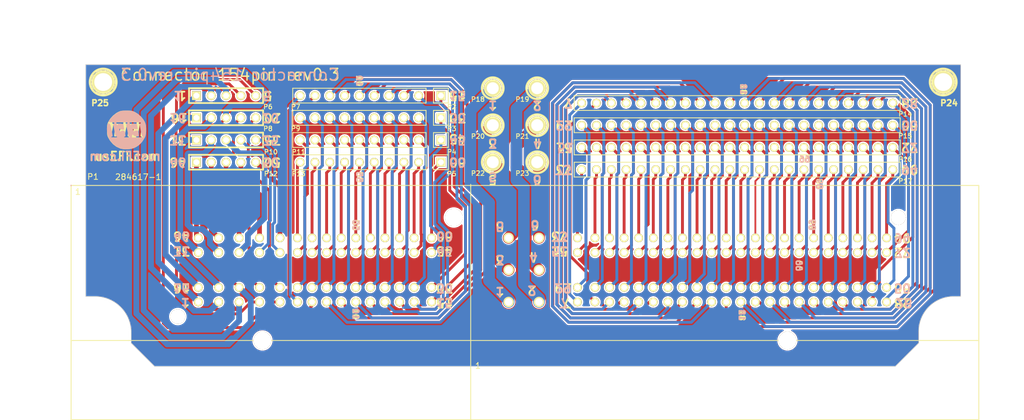
<source format=kicad_pcb>
(kicad_pcb (version 20171130) (host pcbnew "(5.1.7)-1")
  (title_block (title "284617-1 connector break out board") (date 2019-01-08) (rev R0.2) (company "rusEFI with the help from some one else. Perhaps Semenkov?"))
  (layers (0 F.Cu signal) (31 B.Cu signal) (34 B.Paste user) (35 F.Paste user) (36 B.SilkS user) (37 F.SilkS user) (38 B.Mask user) (39 F.Mask user) (44 Edge.Cuts user))
  (net 0 "")
  (net 1 /GND)
  (net 2 N-000001)
  (net 3 N-0000010)
  (net 4 N-00000100)
  (net 5 N-00000101)
  (net 6 N-00000102)
  (net 7 N-00000103)
  (net 8 N-00000104)
  (net 9 N-00000105)
  (net 10 N-00000106)
  (net 11 N-00000107)
  (net 12 N-00000108)
  (net 13 N-00000109)
  (net 14 N-0000011)
  (net 15 N-00000110)
  (net 16 N-00000111)
  (net 17 N-00000112)
  (net 18 N-00000113)
  (net 19 N-00000114)
  (net 20 N-00000115)
  (net 21 N-00000116)
  (net 22 N-00000117)
  (net 23 N-00000118)
  (net 24 N-00000119)
  (net 25 N-0000012)
  (net 26 N-00000120)
  (net 27 N-00000121)
  (net 28 N-00000122)
  (net 29 N-00000123)
  (net 30 N-00000124)
  (net 31 N-00000125)
  (net 32 N-00000126)
  (net 33 N-00000127)
  (net 34 N-00000128)
  (net 35 N-00000129)
  (net 36 N-0000013)
  (net 37 N-00000130)
  (net 38 N-00000131)
  (net 39 N-00000132)
  (net 40 N-00000133)
  (net 41 N-00000134)
  (net 42 N-00000135)
  (net 43 N-00000136)
  (net 44 N-00000137)
  (net 45 N-00000138)
  (net 46 N-00000139)
  (net 47 N-0000014)
  (net 48 N-00000140)
  (net 49 N-00000141)
  (net 50 N-00000142)
  (net 51 N-00000143)
  (net 52 N-00000144)
  (net 53 N-00000145)
  (net 54 N-00000146)
  (net 55 N-00000147)
  (net 56 N-00000148)
  (net 57 N-00000149)
  (net 58 N-0000015)
  (net 59 N-00000150)
  (net 60 N-00000151)
  (net 61 N-00000152)
  (net 62 N-00000153)
  (net 63 N-00000154)
  (net 64 N-00000155)
  (net 65 N-0000016)
  (net 66 N-0000017)
  (net 67 N-0000018)
  (net 68 N-0000019)
  (net 69 N-000002)
  (net 70 N-0000020)
  (net 71 N-0000021)
  (net 72 N-0000022)
  (net 73 N-0000023)
  (net 74 N-0000024)
  (net 75 N-0000025)
  (net 76 N-0000026)
  (net 77 N-0000027)
  (net 78 N-0000028)
  (net 79 N-0000029)
  (net 80 N-000003)
  (net 81 N-0000030)
  (net 82 N-0000031)
  (net 83 N-0000032)
  (net 84 N-0000033)
  (net 85 N-0000034)
  (net 86 N-0000035)
  (net 87 N-0000036)
  (net 88 N-0000037)
  (net 89 N-0000038)
  (net 90 N-0000039)
  (net 91 N-000004)
  (net 92 N-0000040)
  (net 93 N-0000041)
  (net 94 N-0000042)
  (net 95 N-0000043)
  (net 96 N-0000044)
  (net 97 N-0000045)
  (net 98 N-0000046)
  (net 99 N-0000047)
  (net 100 N-0000048)
  (net 101 N-0000049)
  (net 102 N-000005)
  (net 103 N-0000050)
  (net 104 N-0000051)
  (net 105 N-0000052)
  (net 106 N-0000053)
  (net 107 N-0000054)
  (net 108 N-0000055)
  (net 109 N-0000056)
  (net 110 N-0000057)
  (net 111 N-0000058)
  (net 112 N-0000059)
  (net 113 N-000006)
  (net 114 N-0000060)
  (net 115 N-0000061)
  (net 116 N-0000062)
  (net 117 N-0000063)
  (net 118 N-0000064)
  (net 119 N-0000065)
  (net 120 N-0000066)
  (net 121 N-0000067)
  (net 122 N-0000068)
  (net 123 N-0000069)
  (net 124 N-000007)
  (net 125 N-0000070)
  (net 126 N-0000071)
  (net 127 N-0000072)
  (net 128 N-0000073)
  (net 129 N-0000074)
  (net 130 N-0000075)
  (net 131 N-0000076)
  (net 132 N-0000077)
  (net 133 N-0000078)
  (net 134 N-0000079)
  (net 135 N-000008)
  (net 136 N-0000080)
  (net 137 N-0000081)
  (net 138 N-0000082)
  (net 139 N-0000083)
  (net 140 N-0000085)
  (net 141 N-0000086)
  (net 142 N-0000087)
  (net 143 N-0000088)
  (net 144 N-0000089)
  (net 145 N-000009)
  (net 146 N-0000090)
  (net 147 N-0000091)
  (net 148 N-0000092)
  (net 149 N-0000093)
  (net 150 N-0000094)
  (net 151 N-0000095)
  (net 152 N-0000096)
  (net 153 N-0000097)
  (net 154 N-0000098)
  (net 155 N-0000099)
  (module PIN_ARRAY_9x1 (layer F.Cu) (at 124.46 100.33)
    (fp_text reference P7 (at -13.46 1.92 180) (layer F.SilkS) (effects (font (size 0.8 0.8))))
    (fp_text value CONN_9 hide)
    (pad 1 thru_hole circle (at -12.7 0) (size 1.5 1.5) (drill 1) (layers *.Cu *.Mask F.SilkS) (net 30 N-00000124))
    (pad 2 thru_hole circle (at -10.16 0) (size 1.5 1.5) (drill 1) (layers *.Cu *.Mask F.SilkS) (net 29 N-00000123))
    (pad 3 thru_hole circle (at -7.62 0) (size 1.5 1.5) (drill 1) (layers *.Cu *.Mask F.SilkS) (net 28 N-00000122))
    (pad 4 thru_hole circle (at -5.08 0) (size 1.5 1.5) (drill 1) (layers *.Cu *.Mask F.SilkS) (net 27 N-00000121))
    (pad 5 thru_hole circle (at -2.54 0) (size 1.5 1.5) (drill 1) (layers *.Cu *.Mask F.SilkS) (net 26 N-00000120))
    (pad 6 thru_hole circle (at 0 0) (size 1.5 1.5) (drill 1) (layers *.Cu *.Mask F.SilkS) (net 19 N-00000114))
    (pad 7 thru_hole circle (at 2.54 0) (size 1.5 1.5) (drill 1) (layers *.Cu *.Mask F.SilkS) (net 13 N-00000109))
    (pad 8 thru_hole circle (at 5.08 0) (size 1.5 1.5) (drill 1) (layers *.Cu *.Mask F.SilkS) (net 8 N-00000104))
    (pad 9 thru_hole circle (at 7.62 0) (size 1.5 1.5) (drill 1) (layers *.Cu *.Mask F.SilkS) (net 64 N-00000155))
  )
  (module PIN_ARRAY_9x1 (layer F.Cu) (at 124.46 104.14)
    (fp_text reference P9 (at -13.46 1.86 180) (layer F.SilkS) (effects (font (size 0.8 0.8))))
    (fp_text value CONN_9 hide)
    (pad 1 thru_hole circle (at -12.7 0) (size 1.5 1.5) (drill 1) (layers *.Cu *.Mask F.SilkS) (net 18 N-00000113))
    (pad 2 thru_hole circle (at -10.16 0) (size 1.5 1.5) (drill 1) (layers *.Cu *.Mask F.SilkS) (net 12 N-00000108))
    (pad 3 thru_hole circle (at -7.62 0) (size 1.5 1.5) (drill 1) (layers *.Cu *.Mask F.SilkS) (net 7 N-00000103))
    (pad 4 thru_hole circle (at -5.08 0) (size 1.5 1.5) (drill 1) (layers *.Cu *.Mask F.SilkS) (net 63 N-00000154))
    (pad 5 thru_hole circle (at -2.54 0) (size 1.5 1.5) (drill 1) (layers *.Cu *.Mask F.SilkS) (net 57 N-00000149))
    (pad 6 thru_hole circle (at 0 0) (size 1.5 1.5) (drill 1) (layers *.Cu *.Mask F.SilkS) (net 53 N-00000145))
    (pad 7 thru_hole circle (at 2.54 0) (size 1.5 1.5) (drill 1) (layers *.Cu *.Mask F.SilkS) (net 48 N-00000140))
    (pad 8 thru_hole circle (at 5.08 0) (size 1.5 1.5) (drill 1) (layers *.Cu *.Mask F.SilkS) (net 42 N-00000135))
    (pad 9 thru_hole circle (at 7.62 0) (size 1.5 1.5) (drill 1) (layers *.Cu *.Mask F.SilkS) (net 38 N-00000131))
  )
  (module PIN_ARRAY_9x1 (layer F.Cu) (at 124.46 107.95)
    (fp_text reference P11 (at -12.96 2.05 180) (layer F.SilkS) (effects (font (size 0.8 0.8))))
    (fp_text value CONN_9 hide)
    (pad 1 thru_hole circle (at -12.7 0) (size 1.5 1.5) (drill 1) (layers *.Cu *.Mask F.SilkS) (net 52 N-00000144))
    (pad 2 thru_hole circle (at -10.16 0) (size 1.5 1.5) (drill 1) (layers *.Cu *.Mask F.SilkS) (net 46 N-00000139))
    (pad 3 thru_hole circle (at -7.62 0) (size 1.5 1.5) (drill 1) (layers *.Cu *.Mask F.SilkS) (net 41 N-00000134))
    (pad 4 thru_hole circle (at -5.08 0) (size 1.5 1.5) (drill 1) (layers *.Cu *.Mask F.SilkS) (net 37 N-00000130))
    (pad 5 thru_hole circle (at -2.54 0) (size 1.5 1.5) (drill 1) (layers *.Cu *.Mask F.SilkS) (net 22 N-00000117))
    (pad 6 thru_hole circle (at 0 0) (size 1.5 1.5) (drill 1) (layers *.Cu *.Mask F.SilkS) (net 16 N-00000111))
    (pad 7 thru_hole circle (at 2.54 0) (size 1.5 1.5) (drill 1) (layers *.Cu *.Mask F.SilkS) (net 10 N-00000106))
    (pad 8 thru_hole circle (at 5.08 0) (size 1.5 1.5) (drill 1) (layers *.Cu *.Mask F.SilkS) (net 5 N-00000101))
    (pad 9 thru_hole circle (at 7.62 0) (size 1.5 1.5) (drill 1) (layers *.Cu *.Mask F.SilkS) (net 61 N-00000152))
  )
  (module PIN_ARRAY_9x1 (layer F.Cu) (at 124.46 111.76)
    (fp_text reference P13 (at -12.96 1.99 180) (layer F.SilkS) (effects (font (size 0.8 0.8))))
    (fp_text value CONN_9 hide)
    (pad 1 thru_hole circle (at -12.7 0) (size 1.5 1.5) (drill 1) (layers *.Cu *.Mask F.SilkS) (net 15 N-00000110))
    (pad 2 thru_hole circle (at -10.16 0) (size 1.5 1.5) (drill 1) (layers *.Cu *.Mask F.SilkS) (net 9 N-00000105))
    (pad 3 thru_hole circle (at -7.62 0) (size 1.5 1.5) (drill 1) (layers *.Cu *.Mask F.SilkS) (net 20 N-00000115))
    (pad 4 thru_hole circle (at -5.08 0) (size 1.5 1.5) (drill 1) (layers *.Cu *.Mask F.SilkS) (net 60 N-00000151))
    (pad 5 thru_hole circle (at -2.54 0) (size 1.5 1.5) (drill 1) (layers *.Cu *.Mask F.SilkS) (net 55 N-00000147))
    (pad 6 thru_hole circle (at 0 0) (size 1.5 1.5) (drill 1) (layers *.Cu *.Mask F.SilkS) (net 50 N-00000142))
    (pad 7 thru_hole circle (at 2.54 0) (size 1.5 1.5) (drill 1) (layers *.Cu *.Mask F.SilkS) (net 44 N-00000137))
    (pad 8 thru_hole circle (at 5.08 0) (size 1.5 1.5) (drill 1) (layers *.Cu *.Mask F.SilkS) (net 51 N-00000143))
    (pad 9 thru_hole circle (at 7.62 0) (size 1.5 1.5) (drill 1) (layers *.Cu *.Mask F.SilkS) (net 154 N-0000098))
  )
  (module PIN_ARRAY_5x1 (layer F.Cu) (at 99.06 100.33)
    (fp_text reference P6 (at 7.19 1.92 180) (layer F.SilkS) (effects (font (size 0.8 0.8))))
    (fp_text value CONN_5 hide)
    (pad 1 thru_hole rect (at -5.08 0) (size 1.524 1.524) (drill 1.016) (layers *.Cu *.Mask F.SilkS) (net 153 N-0000097))
    (pad 2 thru_hole circle (at -2.54 0) (size 1.524 1.524) (drill 1.016) (layers *.Cu *.Mask F.SilkS) (net 34 N-00000128))
    (pad 3 thru_hole circle (at 0 0) (size 1.524 1.524) (drill 1.016) (layers *.Cu *.Mask F.SilkS) (net 33 N-00000127))
    (pad 4 thru_hole circle (at 2.54 0) (size 1.524 1.524) (drill 1.016) (layers *.Cu *.Mask F.SilkS) (net 32 N-00000126))
    (pad 5 thru_hole circle (at 5.08 0) (size 1.524 1.524) (drill 1.016) (layers *.Cu *.Mask F.SilkS) (net 31 N-00000125))
  )
  (module PIN_ARRAY_5x1 (layer F.Cu) (at 99.06 104.14)
    (fp_text reference P8 (at 7.19 1.86 180) (layer F.SilkS) (effects (font (size 0.8 0.8))))
    (fp_text value CONN_5 hide)
    (pad 1 thru_hole rect (at -5.08 0) (size 1.524 1.524) (drill 1.016) (layers *.Cu *.Mask F.SilkS) (net 54 N-00000146))
    (pad 2 thru_hole circle (at -2.54 0) (size 1.524 1.524) (drill 1.016) (layers *.Cu *.Mask F.SilkS) (net 49 N-00000141))
    (pad 3 thru_hole circle (at 0 0) (size 1.524 1.524) (drill 1.016) (layers *.Cu *.Mask F.SilkS) (net 43 N-00000136))
    (pad 4 thru_hole circle (at 2.54 0) (size 1.524 1.524) (drill 1.016) (layers *.Cu *.Mask F.SilkS) (net 39 N-00000132))
    (pad 5 thru_hole circle (at 5.08 0) (size 1.524 1.524) (drill 1.016) (layers *.Cu *.Mask F.SilkS) (net 24 N-00000119))
  )
  (module PIN_ARRAY_5x1 (layer F.Cu) (at 99.06 107.95)
    (fp_text reference P10 (at 7.69 2.05 180) (layer F.SilkS) (effects (font (size 0.8 0.8))))
    (fp_text value CONN_5 hide)
    (pad 1 thru_hole rect (at -5.08 0) (size 1.524 1.524) (drill 1.016) (layers *.Cu *.Mask F.SilkS) (net 17 N-00000112))
    (pad 2 thru_hole circle (at -2.54 0) (size 1.524 1.524) (drill 1.016) (layers *.Cu *.Mask F.SilkS) (net 11 N-00000107))
    (pad 3 thru_hole circle (at 0 0) (size 1.524 1.524) (drill 1.016) (layers *.Cu *.Mask F.SilkS) (net 6 N-00000102))
    (pad 4 thru_hole circle (at 2.54 0) (size 1.524 1.524) (drill 1.016) (layers *.Cu *.Mask F.SilkS) (net 62 N-00000153))
    (pad 5 thru_hole circle (at 5.08 0) (size 1.524 1.524) (drill 1.016) (layers *.Cu *.Mask F.SilkS) (net 56 N-00000148))
  )
  (module PIN_ARRAY_5x1 (layer F.Cu) (at 99.06 111.76)
    (fp_text reference P12 (at 7.69 1.99 180) (layer F.SilkS) (effects (font (size 0.8 0.8))))
    (fp_text value CONN_5 hide)
    (pad 1 thru_hole rect (at -5.08 0) (size 1.524 1.524) (drill 1.016) (layers *.Cu *.Mask F.SilkS) (net 35 N-00000129))
    (pad 2 thru_hole circle (at -2.54 0) (size 1.524 1.524) (drill 1.016) (layers *.Cu *.Mask F.SilkS) (net 45 N-00000138))
    (pad 3 thru_hole circle (at 0 0) (size 1.524 1.524) (drill 1.016) (layers *.Cu *.Mask F.SilkS) (net 40 N-00000133))
    (pad 4 thru_hole circle (at 2.54 0) (size 1.524 1.524) (drill 1.016) (layers *.Cu *.Mask F.SilkS) (net 155 N-0000099))
    (pad 5 thru_hole circle (at 5.08 0) (size 1.524 1.524) (drill 1.016) (layers *.Cu *.Mask F.SilkS) (net 21 N-00000116))
  )
  (module PIN_ARRAY_22x1 (layer F.Cu) (at 187.96 113.03)
    (fp_text reference P17 (at 27.54 1.97) (layer F.SilkS) (effects (font (size 0.8 0.8))))
    (fp_text value CONN_22 hide)
    (pad 1 thru_hole circle (at -27.94 0) (size 1.5 1.5) (drill 1) (layers *.Cu *.Mask F.SilkS) (net 87 N-0000036))
    (pad 2 thru_hole circle (at -25.4 0) (size 1.5 1.5) (drill 1) (layers *.Cu *.Mask F.SilkS) (net 86 N-0000035))
    (pad 3 thru_hole circle (at -22.86 0) (size 1.5 1.5) (drill 1) (layers *.Cu *.Mask F.SilkS) (net 85 N-0000034))
    (pad 4 thru_hole circle (at -20.32 0) (size 1.5 1.5) (drill 1) (layers *.Cu *.Mask F.SilkS) (net 84 N-0000033))
    (pad 5 thru_hole circle (at -17.78 0) (size 1.5 1.5) (drill 1) (layers *.Cu *.Mask F.SilkS) (net 83 N-0000032))
    (pad 6 thru_hole circle (at -15.24 0) (size 1.5 1.5) (drill 1) (layers *.Cu *.Mask F.SilkS) (net 114 N-0000060))
    (pad 7 thru_hole circle (at -12.7 0) (size 1.5 1.5) (drill 1) (layers *.Cu *.Mask F.SilkS) (net 141 N-0000086))
    (pad 8 thru_hole circle (at -10.16 0) (size 1.5 1.5) (drill 1) (layers *.Cu *.Mask F.SilkS) (net 138 N-0000082))
    (pad 9 thru_hole circle (at -7.62 0) (size 1.5 1.5) (drill 1) (layers *.Cu *.Mask F.SilkS) (net 136 N-0000080))
    (pad 10 thru_hole circle (at -5.08 0) (size 1.5 1.5) (drill 1) (layers *.Cu *.Mask F.SilkS) (net 133 N-0000078))
    (pad 11 thru_hole circle (at -2.54 0) (size 1.5 1.5) (drill 1) (layers *.Cu *.Mask F.SilkS) (net 131 N-0000076))
    (pad 12 thru_hole circle (at 0 0) (size 1.5 1.5) (drill 1) (layers *.Cu *.Mask F.SilkS) (net 129 N-0000074))
    (pad 13 thru_hole circle (at 2.54 0) (size 1.5 1.5) (drill 1) (layers *.Cu *.Mask F.SilkS) (net 144 N-0000089))
    (pad 14 thru_hole circle (at 5.08 0) (size 1.5 1.5) (drill 1) (layers *.Cu *.Mask F.SilkS) (net 143 N-0000088))
    (pad 15 thru_hole circle (at 7.62 0) (size 1.5 1.5) (drill 1) (layers *.Cu *.Mask F.SilkS) (net 139 N-0000083))
    (pad 16 thru_hole circle (at 10.16 0) (size 1.5 1.5) (drill 1) (layers *.Cu *.Mask F.SilkS) (net 142 N-0000087))
    (pad 17 thru_hole circle (at 12.7 0) (size 1.5 1.5) (drill 1) (layers *.Cu *.Mask F.SilkS) (net 140 N-0000085))
    (pad 18 thru_hole circle (at 15.24 0) (size 1.5 1.5) (drill 1) (layers *.Cu *.Mask F.SilkS) (net 137 N-0000081))
    (pad 19 thru_hole circle (at 17.78 0) (size 1.5 1.5) (drill 1) (layers *.Cu *.Mask F.SilkS) (net 134 N-0000079))
    (pad 20 thru_hole circle (at 20.32 0) (size 1.5 1.5) (drill 1) (layers *.Cu *.Mask F.SilkS) (net 132 N-0000077))
    (pad 21 thru_hole circle (at 22.86 0) (size 1.5 1.5) (drill 1) (layers *.Cu *.Mask F.SilkS) (net 130 N-0000075))
    (pad 22 thru_hole circle (at 25.4 0) (size 1.5 1.5) (drill 1) (layers *.Cu *.Mask F.SilkS) (net 128 N-0000073))
  )
  (module PIN_ARRAY_22x1 (layer F.Cu) (at 187.96 109.22)
    (fp_text reference P16 (at 27.54 2.03) (layer F.SilkS) (effects (font (size 0.8 0.8))))
    (fp_text value CONN_22 hide)
    (pad 1 thru_hole circle (at -27.94 0) (size 1.5 1.5) (drill 1) (layers *.Cu *.Mask F.SilkS) (net 111 N-0000058))
    (pad 2 thru_hole circle (at -25.4 0) (size 1.5 1.5) (drill 1) (layers *.Cu *.Mask F.SilkS) (net 110 N-0000057))
    (pad 3 thru_hole circle (at -22.86 0) (size 1.5 1.5) (drill 1) (layers *.Cu *.Mask F.SilkS) (net 109 N-0000056))
    (pad 4 thru_hole circle (at -20.32 0) (size 1.5 1.5) (drill 1) (layers *.Cu *.Mask F.SilkS) (net 108 N-0000055))
    (pad 5 thru_hole circle (at -17.78 0) (size 1.5 1.5) (drill 1) (layers *.Cu *.Mask F.SilkS) (net 107 N-0000054))
    (pad 6 thru_hole circle (at -15.24 0) (size 1.5 1.5) (drill 1) (layers *.Cu *.Mask F.SilkS) (net 106 N-0000053))
    (pad 7 thru_hole circle (at -12.7 0) (size 1.5 1.5) (drill 1) (layers *.Cu *.Mask F.SilkS) (net 105 N-0000052))
    (pad 8 thru_hole circle (at -10.16 0) (size 1.5 1.5) (drill 1) (layers *.Cu *.Mask F.SilkS) (net 104 N-0000051))
    (pad 9 thru_hole circle (at -7.62 0) (size 1.5 1.5) (drill 1) (layers *.Cu *.Mask F.SilkS) (net 103 N-0000050))
    (pad 10 thru_hole circle (at -5.08 0) (size 1.5 1.5) (drill 1) (layers *.Cu *.Mask F.SilkS) (net 101 N-0000049))
    (pad 11 thru_hole circle (at -2.54 0) (size 1.5 1.5) (drill 1) (layers *.Cu *.Mask F.SilkS) (net 100 N-0000048))
    (pad 12 thru_hole circle (at 0 0) (size 1.5 1.5) (drill 1) (layers *.Cu *.Mask F.SilkS) (net 99 N-0000047))
    (pad 13 thru_hole circle (at 2.54 0) (size 1.5 1.5) (drill 1) (layers *.Cu *.Mask F.SilkS) (net 82 N-0000031))
    (pad 14 thru_hole circle (at 5.08 0) (size 1.5 1.5) (drill 1) (layers *.Cu *.Mask F.SilkS) (net 97 N-0000045))
    (pad 15 thru_hole circle (at 7.62 0) (size 1.5 1.5) (drill 1) (layers *.Cu *.Mask F.SilkS) (net 96 N-0000044))
    (pad 16 thru_hole circle (at 10.16 0) (size 1.5 1.5) (drill 1) (layers *.Cu *.Mask F.SilkS) (net 95 N-0000043))
    (pad 17 thru_hole circle (at 12.7 0) (size 1.5 1.5) (drill 1) (layers *.Cu *.Mask F.SilkS) (net 94 N-0000042))
    (pad 18 thru_hole circle (at 15.24 0) (size 1.5 1.5) (drill 1) (layers *.Cu *.Mask F.SilkS) (net 93 N-0000041))
    (pad 19 thru_hole circle (at 17.78 0) (size 1.5 1.5) (drill 1) (layers *.Cu *.Mask F.SilkS) (net 92 N-0000040))
    (pad 20 thru_hole circle (at 20.32 0) (size 1.5 1.5) (drill 1) (layers *.Cu *.Mask F.SilkS) (net 90 N-0000039))
    (pad 21 thru_hole circle (at 22.86 0) (size 1.5 1.5) (drill 1) (layers *.Cu *.Mask F.SilkS) (net 89 N-0000038))
    (pad 22 thru_hole circle (at 25.4 0) (size 1.5 1.5) (drill 1) (layers *.Cu *.Mask F.SilkS) (net 88 N-0000037))
  )
  (module PIN_ARRAY_22x1 (layer F.Cu) (at 187.96 105.41)
    (fp_text reference P15 (at 27.54 1.84) (layer F.SilkS) (effects (font (size 0.8 0.8))))
    (fp_text value CONN_22 hide)
    (pad 1 thru_hole circle (at -27.94 0) (size 1.5 1.5) (drill 1) (layers *.Cu *.Mask F.SilkS) (net 71 N-0000021))
    (pad 2 thru_hole circle (at -25.4 0) (size 1.5 1.5) (drill 1) (layers *.Cu *.Mask F.SilkS) (net 70 N-0000020))
    (pad 3 thru_hole circle (at -22.86 0) (size 1.5 1.5) (drill 1) (layers *.Cu *.Mask F.SilkS) (net 68 N-0000019))
    (pad 4 thru_hole circle (at -20.32 0) (size 1.5 1.5) (drill 1) (layers *.Cu *.Mask F.SilkS) (net 67 N-0000018))
    (pad 5 thru_hole circle (at -17.78 0) (size 1.5 1.5) (drill 1) (layers *.Cu *.Mask F.SilkS) (net 66 N-0000017))
    (pad 6 thru_hole circle (at -15.24 0) (size 1.5 1.5) (drill 1) (layers *.Cu *.Mask F.SilkS) (net 2 N-000001))
    (pad 7 thru_hole circle (at -12.7 0) (size 1.5 1.5) (drill 1) (layers *.Cu *.Mask F.SilkS) (net 58 N-0000015))
    (pad 8 thru_hole circle (at -10.16 0) (size 1.5 1.5) (drill 1) (layers *.Cu *.Mask F.SilkS) (net 47 N-0000014))
    (pad 9 thru_hole circle (at -7.62 0) (size 1.5 1.5) (drill 1) (layers *.Cu *.Mask F.SilkS) (net 36 N-0000013))
    (pad 10 thru_hole circle (at -5.08 0) (size 1.5 1.5) (drill 1) (layers *.Cu *.Mask F.SilkS) (net 25 N-0000012))
    (pad 11 thru_hole circle (at -2.54 0) (size 1.5 1.5) (drill 1) (layers *.Cu *.Mask F.SilkS) (net 14 N-0000011))
    (pad 12 thru_hole circle (at 0 0) (size 1.5 1.5) (drill 1) (layers *.Cu *.Mask F.SilkS) (net 3 N-0000010))
    (pad 13 thru_hole circle (at 2.54 0) (size 1.5 1.5) (drill 1) (layers *.Cu *.Mask F.SilkS) (net 145 N-000009))
    (pad 14 thru_hole circle (at 5.08 0) (size 1.5 1.5) (drill 1) (layers *.Cu *.Mask F.SilkS) (net 135 N-000008))
    (pad 15 thru_hole circle (at 7.62 0) (size 1.5 1.5) (drill 1) (layers *.Cu *.Mask F.SilkS) (net 124 N-000007))
    (pad 16 thru_hole circle (at 10.16 0) (size 1.5 1.5) (drill 1) (layers *.Cu *.Mask F.SilkS) (net 113 N-000006))
    (pad 17 thru_hole circle (at 12.7 0) (size 1.5 1.5) (drill 1) (layers *.Cu *.Mask F.SilkS) (net 102 N-000005))
    (pad 18 thru_hole circle (at 15.24 0) (size 1.5 1.5) (drill 1) (layers *.Cu *.Mask F.SilkS) (net 91 N-000004))
    (pad 19 thru_hole circle (at 17.78 0) (size 1.5 1.5) (drill 1) (layers *.Cu *.Mask F.SilkS) (net 80 N-000003))
    (pad 20 thru_hole circle (at 20.32 0) (size 1.5 1.5) (drill 1) (layers *.Cu *.Mask F.SilkS) (net 69 N-000002))
    (pad 21 thru_hole circle (at 22.86 0) (size 1.5 1.5) (drill 1) (layers *.Cu *.Mask F.SilkS) (net 65 N-0000016))
    (pad 22 thru_hole circle (at 25.4 0) (size 1.5 1.5) (drill 1) (layers *.Cu *.Mask F.SilkS) (net 112 N-0000059))
  )
  (module PIN_ARRAY_22x1 (layer F.Cu) (at 187.96 101.6)
    (fp_text reference P14 (at 27.54 1.9) (layer F.SilkS) (effects (font (size 0.8 0.8))))
    (fp_text value CONN_22 hide)
    (pad 1 thru_hole circle (at -27.94 0) (size 1.5 1.5) (drill 1) (layers *.Cu *.Mask F.SilkS) (net 127 N-0000072))
    (pad 2 thru_hole circle (at -25.4 0) (size 1.5 1.5) (drill 1) (layers *.Cu *.Mask F.SilkS) (net 126 N-0000071))
    (pad 3 thru_hole circle (at -22.86 0) (size 1.5 1.5) (drill 1) (layers *.Cu *.Mask F.SilkS) (net 125 N-0000070))
    (pad 4 thru_hole circle (at -20.32 0) (size 1.5 1.5) (drill 1) (layers *.Cu *.Mask F.SilkS) (net 123 N-0000069))
    (pad 5 thru_hole circle (at -17.78 0) (size 1.5 1.5) (drill 1) (layers *.Cu *.Mask F.SilkS) (net 122 N-0000068))
    (pad 6 thru_hole circle (at -15.24 0) (size 1.5 1.5) (drill 1) (layers *.Cu *.Mask F.SilkS) (net 121 N-0000067))
    (pad 7 thru_hole circle (at -12.7 0) (size 1.5 1.5) (drill 1) (layers *.Cu *.Mask F.SilkS) (net 120 N-0000066))
    (pad 8 thru_hole circle (at -10.16 0) (size 1.5 1.5) (drill 1) (layers *.Cu *.Mask F.SilkS) (net 119 N-0000065))
    (pad 9 thru_hole circle (at -7.62 0) (size 1.5 1.5) (drill 1) (layers *.Cu *.Mask F.SilkS) (net 118 N-0000064))
    (pad 10 thru_hole circle (at -5.08 0) (size 1.5 1.5) (drill 1) (layers *.Cu *.Mask F.SilkS) (net 117 N-0000063))
    (pad 11 thru_hole circle (at -2.54 0) (size 1.5 1.5) (drill 1) (layers *.Cu *.Mask F.SilkS) (net 116 N-0000062))
    (pad 12 thru_hole circle (at 0 0) (size 1.5 1.5) (drill 1) (layers *.Cu *.Mask F.SilkS) (net 115 N-0000061))
    (pad 13 thru_hole circle (at 2.54 0) (size 1.5 1.5) (drill 1) (layers *.Cu *.Mask F.SilkS) (net 98 N-0000046))
    (pad 14 thru_hole circle (at 5.08 0) (size 1.5 1.5) (drill 1) (layers *.Cu *.Mask F.SilkS) (net 81 N-0000030))
    (pad 15 thru_hole circle (at 7.62 0) (size 1.5 1.5) (drill 1) (layers *.Cu *.Mask F.SilkS) (net 79 N-0000029))
    (pad 16 thru_hole circle (at 10.16 0) (size 1.5 1.5) (drill 1) (layers *.Cu *.Mask F.SilkS) (net 78 N-0000028))
    (pad 17 thru_hole circle (at 12.7 0) (size 1.5 1.5) (drill 1) (layers *.Cu *.Mask F.SilkS) (net 77 N-0000027))
    (pad 18 thru_hole circle (at 15.24 0) (size 1.5 1.5) (drill 1) (layers *.Cu *.Mask F.SilkS) (net 76 N-0000026))
    (pad 19 thru_hole circle (at 17.78 0) (size 1.5 1.5) (drill 1) (layers *.Cu *.Mask F.SilkS) (net 75 N-0000025))
    (pad 20 thru_hole circle (at 20.32 0) (size 1.5 1.5) (drill 1) (layers *.Cu *.Mask F.SilkS) (net 74 N-0000024))
    (pad 21 thru_hole circle (at 22.86 0) (size 1.5 1.5) (drill 1) (layers *.Cu *.Mask F.SilkS) (net 73 N-0000023))
    (pad 22 thru_hole circle (at 25.4 0) (size 1.5 1.5) (drill 1) (layers *.Cu *.Mask F.SilkS) (net 72 N-0000022))
  )
  (module "1pin(m)" (layer F.Cu) (at 144.78 99.06)
    (fp_text reference P18 (at -2.54 1.905) (layer F.SilkS) (effects (font (size 0.8 0.8))))
    (fp_text value CONN_1 hide)
    (pad 1 thru_hole circle (at 0 0) (size 3.064 3.064) (drill 2.048) (layers *.Cu *.Mask F.SilkS) (net 147 N-0000091))
  )
  (module "1pin(m)" (layer F.Cu) (at 152.4 99.06)
    (fp_text reference P19 (at -2.54 1.905) (layer F.SilkS) (effects (font (size 0.8 0.8))))
    (fp_text value CONN_1 hide)
    (pad 1 thru_hole circle (at 0 0) (size 3.064 3.064) (drill 2.048) (layers *.Cu *.Mask F.SilkS) (net 146 N-0000090))
  )
  (module "1pin(m)" (layer F.Cu) (at 144.78 105.41)
    (fp_text reference P20 (at -2.54 1.905) (layer F.SilkS) (effects (font (size 0.8 0.8))))
    (fp_text value CONN_1 hide)
    (pad 1 thru_hole circle (at 0 0) (size 3.064 3.064) (drill 2.048) (layers *.Cu *.Mask F.SilkS) (net 149 N-0000093))
  )
  (module "1pin(m)" (layer F.Cu) (at 152.4 105.41)
    (fp_text reference P21 (at -2.54 1.905) (layer F.SilkS) (effects (font (size 0.8 0.8))))
    (fp_text value CONN_1 hide)
    (pad 1 thru_hole circle (at 0 0) (size 3.064 3.064) (drill 2.048) (layers *.Cu *.Mask F.SilkS) (net 152 N-0000096))
  )
  (module "1pin(m)" (layer F.Cu) (at 144.78 111.76)
    (fp_text reference P22 (at -2.54 1.905) (layer F.SilkS) (effects (font (size 0.8 0.8))))
    (fp_text value CONN_1 hide)
    (pad 1 thru_hole circle (at 0 0) (size 3.064 3.064) (drill 2.048) (layers *.Cu *.Mask F.SilkS) (net 151 N-0000095))
  )
  (module "1pin(m)" (layer F.Cu) (at 152.4 111.76)
    (fp_text reference P23 (at -2.54 1.905) (layer F.SilkS) (effects (font (size 0.8 0.8))))
    (fp_text value CONN_1 hide)
    (pad 1 thru_hole circle (at 0 0) (size 3.064 3.064) (drill 2.048) (layers *.Cu *.Mask F.SilkS) (net 150 N-0000094))
  )
  (module PIN_ARRAY_1 (layer F.Cu) (at 135.89 111.76)
    (fp_text reference P5 (at 1.86 1.99) (layer F.SilkS) (effects (font (size 0.8 0.8))))
    (fp_text value CONN_1 hide)
    (pad 1 thru_hole rect (at 0 0) (size 1.524 1.524) (drill 1.016) (layers *.Cu *.Mask F.SilkS) (net 4 N-00000100))
  )
  (module PIN_ARRAY_1 (layer F.Cu) (at 135.89 107.95)
    (fp_text reference P4 (at 1.86 2.05) (layer F.SilkS) (effects (font (size 0.8 0.8) (thickness 0.1524))))
    (fp_text value CONN_1 hide)
    (pad 1 thru_hole rect (at 0 0) (size 1.524 1.524) (drill 1.016) (layers *.Cu *.Mask F.SilkS) (net 148 N-0000092))
  )
  (module PIN_ARRAY_1 (layer F.Cu) (at 135.89 104.14)
    (fp_text reference P3 (at 1.86 1.86) (layer F.SilkS) (effects (font (size 0.8 0.8) (thickness 0.1524))))
    (fp_text value CONN_1 hide)
    (pad 1 thru_hole rect (at 0 0) (size 1.524 1.524) (drill 1.016) (layers *.Cu *.Mask F.SilkS) (net 23 N-00000118))
  )
  (module PIN_ARRAY_1 (layer F.Cu) (at 135.89 100.33)
    (fp_text reference P2 (at 1.86 1.92) (layer F.SilkS) (effects (font (size 0.8 0.8) (thickness 0.1524))))
    (fp_text value CONN_1 hide)
    (pad 1 thru_hole rect (at 0 0) (size 1.524 1.524) (drill 1.016) (layers *.Cu *.Mask F.SilkS) (net 59 N-00000150))
  )
  (module 1pin (layer F.Cu) (at 78 98)
    (fp_text reference P25 (at -0.53 3.6) (layer F.SilkS) (effects (font (size 1.016 1.016) (thickness 0.254))))
    (fp_text value CONN_1 hide)
    (pad 1 thru_hole circle (at 0 0) (size 4.064 4.064) (drill 3.048) (layers *.Cu *.Mask F.SilkS) (net 1 /GND))
  )
  (module 1pin (layer F.Cu) (at 222 98)
    (fp_text reference P24 (at 1 3.6) (layer F.SilkS) (effects (font (size 1.016 1.016) (thickness 0.254))))
    (fp_text value CONN_1 hide)
    (pad 1 thru_hole circle (at 0 0) (size 4.064 4.064) (drill 3.048) (layers *.Cu *.Mask F.SilkS) (net 1 /GND))
  )
  (module rusEFI_lib:LOGO (layer F.Cu) (at 82 106.25)
    (fp_text reference G? hide)
    (fp_text value LOGO hide)
  )
  (module rusEFI_lib:LOGO_F (layer B.Cu) (at 82 106.25)
    (fp_text reference G? hide)
    (fp_text value LOGO hide)
  )
  (module rusEFI_lib:284617-1 (layer F.Cu) (at 72.5 115.75)
    (fp_text reference P1 (at 3.75 -1.5) (layer F.SilkS))
    (fp_text value 284617-1 (at 11.5 -1.45) (layer F.SilkS))
    (fp_text user 1 (at 69.74 30.935) (layer F.SilkS))
    (fp_text user 1 (at 1.16 1.09) (layer F.SilkS))
    (pad "" thru_hole circle (at 32.8 26.6) (size 3 3) (drill 3) (layers *.Cu *.Mask F.SilkS))
    (pad "" thru_hole circle (at 122.8 26.6) (size 3 3) (drill 3) (layers *.Cu *.Mask F.SilkS))
    (pad "" thru_hole circle (at 65.6 5.5) (size 3 3) (drill 3) (layers *.Cu *.Mask F.SilkS))
    (pad "" thru_hole circle (at 141.8 5.5) (size 2.5 2.5) (drill 2.5) (layers *.Cu *.Mask F.SilkS))
    (pad "" thru_hole circle (at 18.3 22.5) (size 2.5 2.5) (drill 2.5) (layers *.Cu *.Mask F.SilkS))
    (pad 1 thru_hole circle (at 21.8 20) (size 1.5 1.5) (drill 1) (layers *.Cu *.Mask F.SilkS) (net 153 N-0000097))
    (pad 2 thru_hole circle (at 25.3 20) (size 1.5 1.5) (drill 1) (layers *.Cu *.Mask F.SilkS) (net 34 N-00000128))
    (pad 3 thru_hole circle (at 28.8 20) (size 1.5 1.5) (drill 1) (layers *.Cu *.Mask F.SilkS) (net 33 N-00000127))
    (pad 4 thru_hole circle (at 32.3 20) (size 1.5 1.5) (drill 1) (layers *.Cu *.Mask F.SilkS) (net 32 N-00000126))
    (pad 5 thru_hole circle (at 35.8 20) (size 1.5 1.5) (drill 1) (layers *.Cu *.Mask F.SilkS) (net 31 N-00000125))
    (pad 6 thru_hole circle (at 38.8 20) (size 1.5 1.5) (drill 1) (layers *.Cu *.Mask F.SilkS) (net 30 N-00000124))
    (pad 7 thru_hole circle (at 41.3 20) (size 1.5 1.5) (drill 1) (layers *.Cu *.Mask F.SilkS) (net 29 N-00000123))
    (pad 8 thru_hole circle (at 43.8 20) (size 1.5 1.5) (drill 1) (layers *.Cu *.Mask F.SilkS) (net 28 N-00000122))
    (pad 9 thru_hole circle (at 46.3 20) (size 1.5 1.5) (drill 1) (layers *.Cu *.Mask F.SilkS) (net 27 N-00000121))
    (pad 10 thru_hole circle (at 48.8 20) (size 1.5 1.5) (drill 1) (layers *.Cu *.Mask F.SilkS) (net 26 N-00000120))
    (pad 11 thru_hole circle (at 51.3 20) (size 1.5 1.5) (drill 1) (layers *.Cu *.Mask F.SilkS) (net 19 N-00000114))
    (pad 12 thru_hole circle (at 53.8 20) (size 1.5 1.5) (drill 1) (layers *.Cu *.Mask F.SilkS) (net 13 N-00000109))
    (pad 13 thru_hole circle (at 56.3 20) (size 1.5 1.5) (drill 1) (layers *.Cu *.Mask F.SilkS) (net 8 N-00000104))
    (pad 14 thru_hole circle (at 58.8 20) (size 1.5 1.5) (drill 1) (layers *.Cu *.Mask F.SilkS) (net 64 N-00000155))
    (pad 15 thru_hole circle (at 61.8 20) (size 1.5 1.5) (drill 1) (layers *.Cu *.Mask F.SilkS) (net 59 N-00000150))
    (pad 16 thru_hole circle (at 21.8 17.5) (size 1.5 1.5) (drill 1) (layers *.Cu *.Mask F.SilkS) (net 54 N-00000146))
    (pad 17 thru_hole circle (at 25.3 17.5) (size 1.5 1.5) (drill 1) (layers *.Cu *.Mask F.SilkS) (net 49 N-00000141))
    (pad 18 thru_hole circle (at 28.8 17.5) (size 1.5 1.5) (drill 1) (layers *.Cu *.Mask F.SilkS) (net 43 N-00000136))
    (pad 19 thru_hole circle (at 32.3 17.5) (size 1.5 1.5) (drill 1) (layers *.Cu *.Mask F.SilkS) (net 39 N-00000132))
    (pad 20 thru_hole circle (at 35.8 17.5) (size 1.5 1.5) (drill 1) (layers *.Cu *.Mask F.SilkS) (net 24 N-00000119))
    (pad 21 thru_hole circle (at 38.8 17.5) (size 1.5 1.5) (drill 1) (layers *.Cu *.Mask F.SilkS) (net 18 N-00000113))
    (pad 22 thru_hole circle (at 41.3 17.5) (size 1.5 1.5) (drill 1) (layers *.Cu *.Mask F.SilkS) (net 12 N-00000108))
    (pad 23 thru_hole circle (at 43.8 17.5) (size 1.5 1.5) (drill 1) (layers *.Cu *.Mask F.SilkS) (net 7 N-00000103))
    (pad 24 thru_hole circle (at 46.3 17.5) (size 1.5 1.5) (drill 1) (layers *.Cu *.Mask F.SilkS) (net 63 N-00000154))
    (pad 25 thru_hole circle (at 48.8 17.5) (size 1.5 1.5) (drill 1) (layers *.Cu *.Mask F.SilkS) (net 57 N-00000149))
    (pad 26 thru_hole circle (at 51.3 17.5) (size 1.5 1.5) (drill 1) (layers *.Cu *.Mask F.SilkS) (net 53 N-00000145))
    (pad 27 thru_hole circle (at 53.8 17.5) (size 1.5 1.5) (drill 1) (layers *.Cu *.Mask F.SilkS) (net 48 N-00000140))
    (pad 28 thru_hole circle (at 56.3 17.5) (size 1.5 1.5) (drill 1) (layers *.Cu *.Mask F.SilkS) (net 42 N-00000135))
    (pad 29 thru_hole circle (at 58.8 17.5) (size 1.5 1.5) (drill 1) (layers *.Cu *.Mask F.SilkS) (net 38 N-00000131))
    (pad 30 thru_hole circle (at 61.8 17.5) (size 1.5 1.5) (drill 1) (layers *.Cu *.Mask F.SilkS) (net 23 N-00000118))
    (pad 31 thru_hole circle (at 21.8 11.5) (size 1.5 1.5) (drill 1) (layers *.Cu *.Mask F.SilkS) (net 17 N-00000112))
    (pad 32 thru_hole circle (at 25.3 11.5) (size 1.5 1.5) (drill 1) (layers *.Cu *.Mask F.SilkS) (net 11 N-00000107))
    (pad 33 thru_hole circle (at 28.8 11.5) (size 1.5 1.5) (drill 1) (layers *.Cu *.Mask F.SilkS) (net 6 N-00000102))
    (pad 34 thru_hole circle (at 32.3 11.5) (size 1.5 1.5) (drill 1) (layers *.Cu *.Mask F.SilkS) (net 62 N-00000153))
    (pad 35 thru_hole circle (at 35.8 11.5) (size 1.5 1.5) (drill 1) (layers *.Cu *.Mask F.SilkS) (net 56 N-00000148))
    (pad 36 thru_hole circle (at 38.8 11.5) (size 1.5 1.5) (drill 1) (layers *.Cu *.Mask F.SilkS) (net 52 N-00000144))
    (pad 37 thru_hole circle (at 41.3 11.5) (size 1.5 1.5) (drill 1) (layers *.Cu *.Mask F.SilkS) (net 46 N-00000139))
    (pad 38 thru_hole circle (at 43.8 11.5) (size 1.5 1.5) (drill 1) (layers *.Cu *.Mask F.SilkS) (net 41 N-00000134))
    (pad 39 thru_hole circle (at 46.3 11.5) (size 1.5 1.5) (drill 1) (layers *.Cu *.Mask F.SilkS) (net 37 N-00000130))
    (pad 40 thru_hole circle (at 48.8 11.5) (size 1.5 1.5) (drill 1) (layers *.Cu *.Mask F.SilkS) (net 22 N-00000117))
    (pad 41 thru_hole circle (at 51.3 11.5) (size 1.5 1.5) (drill 1) (layers *.Cu *.Mask F.SilkS) (net 16 N-00000111))
    (pad 42 thru_hole circle (at 53.8 11.5) (size 1.5 1.5) (drill 1) (layers *.Cu *.Mask F.SilkS) (net 10 N-00000106))
    (pad 43 thru_hole circle (at 56.3 11.5) (size 1.5 1.5) (drill 1) (layers *.Cu *.Mask F.SilkS) (net 5 N-00000101))
    (pad 44 thru_hole circle (at 58.8 11.5) (size 1.5 1.5) (drill 1) (layers *.Cu *.Mask F.SilkS) (net 61 N-00000152))
    (pad 45 thru_hole circle (at 61.8 11.5) (size 1.5 1.5) (drill 1) (layers *.Cu *.Mask F.SilkS) (net 148 N-0000092))
    (pad 46 thru_hole circle (at 21.8 9) (size 1.5 1.5) (drill 1) (layers *.Cu *.Mask F.SilkS) (net 35 N-00000129))
    (pad 47 thru_hole circle (at 25.3 9) (size 1.5 1.5) (drill 1) (layers *.Cu *.Mask F.SilkS) (net 45 N-00000138))
    (pad 48 thru_hole circle (at 28.8 9) (size 1.5 1.5) (drill 1) (layers *.Cu *.Mask F.SilkS) (net 40 N-00000133))
    (pad 49 thru_hole circle (at 32.3 9) (size 1.5 1.5) (drill 1) (layers *.Cu *.Mask F.SilkS) (net 155 N-0000099))
    (pad 50 thru_hole circle (at 35.8 9) (size 1.5 1.5) (drill 1) (layers *.Cu *.Mask F.SilkS) (net 21 N-00000116))
    (pad 51 thru_hole circle (at 38.8 9) (size 1.5 1.5) (drill 1) (layers *.Cu *.Mask F.SilkS) (net 15 N-00000110))
    (pad 52 thru_hole circle (at 41.3 9) (size 1.5 1.5) (drill 1) (layers *.Cu *.Mask F.SilkS) (net 9 N-00000105))
    (pad 53 thru_hole circle (at 43.8 9) (size 1.5 1.5) (drill 1) (layers *.Cu *.Mask F.SilkS) (net 20 N-00000115))
    (pad 54 thru_hole circle (at 46.3 9) (size 1.5 1.5) (drill 1) (layers *.Cu *.Mask F.SilkS) (net 60 N-00000151))
    (pad 55 thru_hole circle (at 48.8 9) (size 1.5 1.5) (drill 1) (layers *.Cu *.Mask F.SilkS) (net 55 N-00000147))
    (pad 56 thru_hole circle (at 51.3 9) (size 1.5 1.5) (drill 1) (layers *.Cu *.Mask F.SilkS) (net 50 N-00000142))
    (pad 57 thru_hole circle (at 53.8 9) (size 1.5 1.5) (drill 1) (layers *.Cu *.Mask F.SilkS) (net 44 N-00000137))
    (pad 58 thru_hole circle (at 56.3 9) (size 1.5 1.5) (drill 1) (layers *.Cu *.Mask F.SilkS) (net 51 N-00000143))
    (pad 59 thru_hole circle (at 58.8 9) (size 1.5 1.5) (drill 1) (layers *.Cu *.Mask F.SilkS) (net 154 N-0000098))
    (pad 60 thru_hole circle (at 61.8 9) (size 1.5 1.5) (drill 1) (layers *.Cu *.Mask F.SilkS) (net 4 N-00000100))
    (pad 61 thru_hole circle (at 75 20) (size 1.8 1.8) (drill 1.3) (layers *.Cu *.Mask F.SilkS) (net 147 N-0000091))
    (pad 62 thru_hole circle (at 80.2 20) (size 1.8 1.8) (drill 1.3) (layers *.Cu *.Mask F.SilkS) (net 146 N-0000090))
    (pad 63 thru_hole circle (at 75 14.5) (size 1.8 1.8) (drill 1.3) (layers *.Cu *.Mask F.SilkS) (net 149 N-0000093))
    (pad 64 thru_hole circle (at 80.2 14.5) (size 1.8 1.8) (drill 1.3) (layers *.Cu *.Mask F.SilkS) (net 152 N-0000096))
    (pad 65 thru_hole circle (at 75 9) (size 1.8 1.8) (drill 1.3) (layers *.Cu *.Mask F.SilkS) (net 151 N-0000095))
    (pad 66 thru_hole circle (at 80.2 9) (size 1.8 1.8) (drill 1.3) (layers *.Cu *.Mask F.SilkS) (net 150 N-0000094))
    (pad 67 thru_hole circle (at 86.8 20) (size 1.5 1.5) (drill 1) (layers *.Cu *.Mask F.SilkS) (net 127 N-0000072))
    (pad 68 thru_hole circle (at 89.8 20) (size 1.5 1.5) (drill 1) (layers *.Cu *.Mask F.SilkS) (net 126 N-0000071))
    (pad 69 thru_hole circle (at 92.3 20) (size 1.5 1.5) (drill 1) (layers *.Cu *.Mask F.SilkS) (net 125 N-0000070))
    (pad 70 thru_hole circle (at 94.8 20) (size 1.5 1.5) (drill 1) (layers *.Cu *.Mask F.SilkS) (net 123 N-0000069))
    (pad 71 thru_hole circle (at 97.3 20) (size 1.5 1.5) (drill 1) (layers *.Cu *.Mask F.SilkS) (net 122 N-0000068))
    (pad 72 thru_hole circle (at 99.8 20) (size 1.5 1.5) (drill 1) (layers *.Cu *.Mask F.SilkS) (net 121 N-0000067))
    (pad 73 thru_hole circle (at 102.3 20) (size 1.5 1.5) (drill 1) (layers *.Cu *.Mask F.SilkS) (net 120 N-0000066))
    (pad 74 thru_hole circle (at 104.8 20) (size 1.5 1.5) (drill 1) (layers *.Cu *.Mask F.SilkS) (net 119 N-0000065))
    (pad 75 thru_hole circle (at 107.3 20) (size 1.5 1.5) (drill 1) (layers *.Cu *.Mask F.SilkS) (net 118 N-0000064))
    (pad 76 thru_hole circle (at 109.8 20) (size 1.5 1.5) (drill 1) (layers *.Cu *.Mask F.SilkS) (net 117 N-0000063))
    (pad 77 thru_hole circle (at 112.3 20) (size 1.5 1.5) (drill 1) (layers *.Cu *.Mask F.SilkS) (net 116 N-0000062))
    (pad 78 thru_hole circle (at 114.8 20) (size 1.5 1.5) (drill 1) (layers *.Cu *.Mask F.SilkS) (net 115 N-0000061))
    (pad 79 thru_hole circle (at 117.3 20) (size 1.5 1.5) (drill 1) (layers *.Cu *.Mask F.SilkS) (net 98 N-0000046))
    (pad 80 thru_hole circle (at 119.8 20) (size 1.5 1.5) (drill 1) (layers *.Cu *.Mask F.SilkS) (net 81 N-0000030))
    (pad 81 thru_hole circle (at 122.3 20) (size 1.5 1.5) (drill 1) (layers *.Cu *.Mask F.SilkS) (net 79 N-0000029))
    (pad 82 thru_hole circle (at 124.8 20) (size 1.5 1.5) (drill 1) (layers *.Cu *.Mask F.SilkS) (net 78 N-0000028))
    (pad 83 thru_hole circle (at 127.3 20) (size 1.5 1.5) (drill 1) (layers *.Cu *.Mask F.SilkS) (net 77 N-0000027))
    (pad 84 thru_hole circle (at 129.8 20) (size 1.5 1.5) (drill 1) (layers *.Cu *.Mask F.SilkS) (net 76 N-0000026))
    (pad 85 thru_hole circle (at 132.3 20) (size 1.5 1.5) (drill 1) (layers *.Cu *.Mask F.SilkS) (net 75 N-0000025))
    (pad 86 thru_hole circle (at 134.8 20) (size 1.5 1.5) (drill 1) (layers *.Cu *.Mask F.SilkS) (net 74 N-0000024))
    (pad 87 thru_hole circle (at 137.3 20) (size 1.5 1.5) (drill 1) (layers *.Cu *.Mask F.SilkS) (net 73 N-0000023))
    (pad 88 thru_hole circle (at 139.8 20) (size 1.5 1.5) (drill 1) (layers *.Cu *.Mask F.SilkS) (net 72 N-0000022))
    (pad 89 thru_hole circle (at 86.8 17.5) (size 1.5 1.5) (drill 1) (layers *.Cu *.Mask F.SilkS) (net 71 N-0000021))
    (pad 90 thru_hole circle (at 89.8 17.5) (size 1.5 1.5) (drill 1) (layers *.Cu *.Mask F.SilkS) (net 70 N-0000020))
    (pad 91 thru_hole circle (at 92.3 17.5) (size 1.5 1.5) (drill 1) (layers *.Cu *.Mask F.SilkS) (net 68 N-0000019))
    (pad 92 thru_hole circle (at 94.8 17.5) (size 1.5 1.5) (drill 1) (layers *.Cu *.Mask F.SilkS) (net 67 N-0000018))
    (pad 93 thru_hole circle (at 97.3 17.5) (size 1.5 1.5) (drill 1) (layers *.Cu *.Mask F.SilkS) (net 66 N-0000017))
    (pad 94 thru_hole circle (at 99.8 17.5) (size 1.5 1.5) (drill 1) (layers *.Cu *.Mask F.SilkS) (net 2 N-000001))
    (pad 95 thru_hole circle (at 102.3 17.5) (size 1.5 1.5) (drill 1) (layers *.Cu *.Mask F.SilkS) (net 58 N-0000015))
    (pad 96 thru_hole circle (at 104.8 17.5) (size 1.5 1.5) (drill 1) (layers *.Cu *.Mask F.SilkS) (net 47 N-0000014))
    (pad 97 thru_hole circle (at 107.3 17.5) (size 1.5 1.5) (drill 1) (layers *.Cu *.Mask F.SilkS) (net 36 N-0000013))
    (pad 98 thru_hole circle (at 109.8 17.5) (size 1.5 1.5) (drill 1) (layers *.Cu *.Mask F.SilkS) (net 25 N-0000012))
    (pad 99 thru_hole circle (at 112.3 17.5) (size 1.5 1.5) (drill 1) (layers *.Cu *.Mask F.SilkS) (net 14 N-0000011))
    (pad 100 thru_hole circle (at 114.8 17.5) (size 1.5 1.5) (drill 1) (layers *.Cu *.Mask F.SilkS) (net 3 N-0000010))
    (pad 101 thru_hole circle (at 117.3 17.5) (size 1.5 1.5) (drill 1) (layers *.Cu *.Mask F.SilkS) (net 145 N-000009))
    (pad 102 thru_hole circle (at 119.8 17.5) (size 1.5 1.5) (drill 1) (layers *.Cu *.Mask F.SilkS) (net 135 N-000008))
    (pad 103 thru_hole circle (at 122.3 17.5) (size 1.5 1.5) (drill 1) (layers *.Cu *.Mask F.SilkS) (net 124 N-000007))
    (pad 104 thru_hole circle (at 124.8 17.5) (size 1.5 1.5) (drill 1) (layers *.Cu *.Mask F.SilkS) (net 113 N-000006))
    (pad 105 thru_hole circle (at 127.3 17.5) (size 1.5 1.5) (drill 1) (layers *.Cu *.Mask F.SilkS) (net 102 N-000005))
    (pad 106 thru_hole circle (at 129.8 17.5) (size 1.5 1.5) (drill 1) (layers *.Cu *.Mask F.SilkS) (net 91 N-000004))
    (pad 107 thru_hole circle (at 132.3 17.5) (size 1.5 1.5) (drill 1) (layers *.Cu *.Mask F.SilkS) (net 80 N-000003))
    (pad 108 thru_hole circle (at 134.8 17.5) (size 1.5 1.5) (drill 1) (layers *.Cu *.Mask F.SilkS) (net 69 N-000002))
    (pad 109 thru_hole circle (at 137.3 17.5) (size 1.5 1.5) (drill 1) (layers *.Cu *.Mask F.SilkS) (net 65 N-0000016))
    (pad 110 thru_hole circle (at 139.8 17.5) (size 1.5 1.5) (drill 1) (layers *.Cu *.Mask F.SilkS) (net 112 N-0000059))
    (pad 111 thru_hole circle (at 86.8 11.5) (size 1.5 1.5) (drill 1) (layers *.Cu *.Mask F.SilkS) (net 111 N-0000058))
    (pad 112 thru_hole circle (at 89.8 11.5) (size 1.5 1.5) (drill 1) (layers *.Cu *.Mask F.SilkS) (net 110 N-0000057))
    (pad 113 thru_hole circle (at 92.3 11.5) (size 1.5 1.5) (drill 1) (layers *.Cu *.Mask F.SilkS) (net 109 N-0000056))
    (pad 114 thru_hole circle (at 94.8 11.5) (size 1.5 1.5) (drill 1) (layers *.Cu *.Mask F.SilkS) (net 108 N-0000055))
    (pad 115 thru_hole circle (at 97.3 11.5) (size 1.5 1.5) (drill 1) (layers *.Cu *.Mask F.SilkS) (net 107 N-0000054))
    (pad 116 thru_hole circle (at 99.8 11.5) (size 1.5 1.5) (drill 1) (layers *.Cu *.Mask F.SilkS) (net 106 N-0000053))
    (pad 117 thru_hole circle (at 102.3 11.5) (size 1.5 1.5) (drill 1) (layers *.Cu *.Mask F.SilkS) (net 105 N-0000052))
    (pad 118 thru_hole circle (at 104.8 11.5) (size 1.5 1.5) (drill 1) (layers *.Cu *.Mask F.SilkS) (net 104 N-0000051))
    (pad 119 thru_hole circle (at 107.3 11.5) (size 1.5 1.5) (drill 1) (layers *.Cu *.Mask F.SilkS) (net 103 N-0000050))
    (pad 120 thru_hole circle (at 109.8 11.5) (size 1.5 1.5) (drill 1) (layers *.Cu *.Mask F.SilkS) (net 101 N-0000049))
    (pad 121 thru_hole circle (at 112.3 11.5) (size 1.5 1.5) (drill 1) (layers *.Cu *.Mask F.SilkS) (net 100 N-0000048))
    (pad 122 thru_hole circle (at 114.8 11.5) (size 1.5 1.5) (drill 1) (layers *.Cu *.Mask F.SilkS) (net 99 N-0000047))
    (pad 123 thru_hole circle (at 117.3 11.5) (size 1.5 1.5) (drill 1) (layers *.Cu *.Mask F.SilkS) (net 82 N-0000031))
    (pad 124 thru_hole circle (at 119.8 11.5) (size 1.5 1.5) (drill 1) (layers *.Cu *.Mask F.SilkS) (net 97 N-0000045))
    (pad 125 thru_hole circle (at 122.3 11.5) (size 1.5 1.5) (drill 1) (layers *.Cu *.Mask F.SilkS) (net 96 N-0000044))
    (pad 126 thru_hole circle (at 124.8 11.5) (size 1.5 1.5) (drill 1) (layers *.Cu *.Mask F.SilkS) (net 95 N-0000043))
    (pad 127 thru_hole circle (at 127.3 11.5) (size 1.5 1.5) (drill 1) (layers *.Cu *.Mask F.SilkS) (net 94 N-0000042))
    (pad 128 thru_hole circle (at 129.8 11.5) (size 1.5 1.5) (drill 1) (layers *.Cu *.Mask F.SilkS) (net 93 N-0000041))
    (pad 129 thru_hole circle (at 132.3 11.5) (size 1.5 1.5) (drill 1) (layers *.Cu *.Mask F.SilkS) (net 92 N-0000040))
    (pad 130 thru_hole circle (at 134.8 11.5) (size 1.5 1.5) (drill 1) (layers *.Cu *.Mask F.SilkS) (net 90 N-0000039))
    (pad 131 thru_hole circle (at 137.3 11.5) (size 1.5 1.5) (drill 1) (layers *.Cu *.Mask F.SilkS) (net 89 N-0000038))
    (pad 132 thru_hole circle (at 139.8 11.5) (size 1.5 1.5) (drill 1) (layers *.Cu *.Mask F.SilkS) (net 88 N-0000037))
    (pad 133 thru_hole circle (at 86.8 9) (size 1.5 1.5) (drill 1) (layers *.Cu *.Mask F.SilkS) (net 87 N-0000036))
    (pad 134 thru_hole circle (at 89.8 9) (size 1.5 1.5) (drill 1) (layers *.Cu *.Mask F.SilkS) (net 86 N-0000035))
    (pad 135 thru_hole circle (at 92.3 9) (size 1.5 1.5) (drill 1) (layers *.Cu *.Mask F.SilkS) (net 85 N-0000034))
    (pad 136 thru_hole circle (at 94.8 9) (size 1.5 1.5) (drill 1) (layers *.Cu *.Mask F.SilkS) (net 84 N-0000033))
    (pad 137 thru_hole circle (at 97.3 9) (size 1.5 1.5) (drill 1) (layers *.Cu *.Mask F.SilkS) (net 83 N-0000032))
    (pad 138 thru_hole circle (at 99.8 9) (size 1.5 1.5) (drill 1) (layers *.Cu *.Mask F.SilkS) (net 114 N-0000060))
    (pad 139 thru_hole circle (at 102.3 9) (size 1.5 1.5) (drill 1) (layers *.Cu *.Mask F.SilkS) (net 141 N-0000086))
    (pad 140 thru_hole circle (at 104.8 9) (size 1.5 1.5) (drill 1) (layers *.Cu *.Mask F.SilkS) (net 138 N-0000082))
    (pad 141 thru_hole circle (at 107.3 9) (size 1.5 1.5) (drill 1) (layers *.Cu *.Mask F.SilkS) (net 136 N-0000080))
    (pad 142 thru_hole circle (at 109.8 9) (size 1.5 1.5) (drill 1) (layers *.Cu *.Mask F.SilkS) (net 133 N-0000078))
    (pad 143 thru_hole circle (at 112.3 9) (size 1.5 1.5) (drill 1) (layers *.Cu *.Mask F.SilkS) (net 131 N-0000076))
    (pad 144 thru_hole circle (at 114.8 9) (size 1.5 1.5) (drill 1) (layers *.Cu *.Mask F.SilkS) (net 129 N-0000074))
    (pad 145 thru_hole circle (at 117.3 9) (size 1.5 1.5) (drill 1) (layers *.Cu *.Mask F.SilkS) (net 144 N-0000089))
    (pad 146 thru_hole circle (at 119.8 9) (size 1.5 1.5) (drill 1) (layers *.Cu *.Mask F.SilkS) (net 143 N-0000088))
    (pad 147 thru_hole circle (at 122.3 9) (size 1.5 1.5) (drill 1) (layers *.Cu *.Mask F.SilkS) (net 139 N-0000083))
    (pad 148 thru_hole circle (at 124.8 9) (size 1.5 1.5) (drill 1) (layers *.Cu *.Mask F.SilkS) (net 142 N-0000087))
    (pad 149 thru_hole circle (at 127.3 9) (size 1.5 1.5) (drill 1) (layers *.Cu *.Mask F.SilkS) (net 140 N-0000085))
    (pad 150 thru_hole circle (at 129.8 9) (size 1.5 1.5) (drill 1) (layers *.Cu *.Mask F.SilkS) (net 137 N-0000081))
    (pad 151 thru_hole circle (at 132.3 9) (size 1.5 1.5) (drill 1) (layers *.Cu *.Mask F.SilkS) (net 134 N-0000079))
    (pad 152 thru_hole circle (at 134.8 9) (size 1.5 1.5) (drill 1) (layers *.Cu *.Mask F.SilkS) (net 132 N-0000077))
    (pad 153 thru_hole circle (at 137.3 9) (size 1.5 1.5) (drill 1) (layers *.Cu *.Mask F.SilkS) (net 130 N-0000075))
    (pad 154 thru_hole circle (at 139.8 9) (size 1.5 1.5) (drill 1) (layers *.Cu *.Mask F.SilkS) (net 128 N-0000073))
  )
  (gr_text "Connector 154pin rev0.3" (at 99.75 96.75) (layer B.SilkS) (effects (font (size 2 2) (thickness 0.25)) (justify mirror)))
  (gr_text "Connector 154pin rev0.3" (at 99.75 96.75) (layer F.SilkS) (effects (font (size 2 2) (thickness 0.25))))
  (gr_arc (start 76.6 141) (end 76.6 134.8) (angle 90) (layer Edge.Cuts) (width 0.1))
  (gr_arc (start 223.8 140.8) (end 217.8 140.8) (angle 90) (layer Edge.Cuts) (width 0.1))
  (gr_line (start 223.8 134.8) (end 225 134.8) (angle 90) (layer Edge.Cuts) (width 0.1))
  (gr_line (start 217.8 142.8) (end 217.8 140.8) (angle 90) (layer Edge.Cuts) (width 0.1))
  (gr_line (start 213.8 146.8) (end 217.8 142.8) (angle 90) (layer Edge.Cuts) (width 0.1))
  (gr_line (start 86.8 146.8) (end 213.8 146.8) (angle 90) (layer Edge.Cuts) (width 0.1))
  (gr_line (start 82.8 142.8) (end 86.8 146.8) (angle 90) (layer Edge.Cuts) (width 0.1))
  (gr_line (start 82.8 142.8) (end 82.8 141) (angle 90) (layer Edge.Cuts) (width 0.1))
  (gr_line (start 75 134.8) (end 76.6 134.8) (angle 90) (layer Edge.Cuts) (width 0.1))
  (gr_text 18 (at 187.5 138 270) (layer B.SilkS) (effects (font (size 1 1) (thickness 0.25)) (justify mirror)))
  (gr_text 18 (at 187.5 138 270) (layer F.SilkS) (effects (font (size 1 1) (thickness 0.25))))
  (gr_text 66 (at 197.25 129.5 270) (layer B.SilkS) (effects (font (size 1 1) (thickness 0.25)) (justify mirror)))
  (gr_text 89 (at 199.5 122.5 270) (layer B.SilkS) (effects (font (size 1 1) (thickness 0.25)) (justify mirror)))
  (gr_text 89 (at 199.5 122.5 270) (layer F.SilkS) (effects (font (size 1 1) (thickness 0.25))))
  (gr_text 66 (at 197.25 129.5 270) (layer F.SilkS) (effects (font (size 1 1) (thickness 0.25))))
  (gr_text 10 (at 121.285 137.795 270) (layer B.SilkS) (effects (font (size 1 1) (thickness 0.25)) (justify mirror)))
  (gr_text 10 (at 121.285 137.795 270) (layer F.SilkS) (effects (font (size 1 1) (thickness 0.25))))
  (gr_text 55 (at 121.285 122.555 270) (layer F.SilkS) (effects (font (size 1 1) (thickness 0.25))))
  (gr_text 55 (at 121.285 122.555 270) (layer B.SilkS) (effects (font (size 1 1) (thickness 0.25)) (justify mirror)))
  (gr_text 55 (at 121.92 114.3 270) (layer B.SilkS) (effects (font (size 1 1) (thickness 0.25)) (justify mirror)))
  (gr_text 55 (at 121.92 114.3 270) (layer F.SilkS) (effects (font (size 1 1) (thickness 0.25))))
  (gr_text 10 (at 121.92 97.79 270) (layer F.SilkS) (effects (font (size 1 1) (thickness 0.25))))
  (gr_text 10 (at 121.92 97.79 270) (layer B.SilkS) (effects (font (size 1 1) (thickness 0.25)) (justify mirror)))
  (gr_text 89 (at 200.75 115.5 270) (layer F.SilkS) (effects (font (size 1 1) (thickness 0.25))))
  (gr_text 89 (at 200.75 115.5 270) (layer B.SilkS) (effects (font (size 1 1) (thickness 0.25)) (justify mirror)))
  (gr_text 18 (at 187.75 99.25 270) (layer B.SilkS) (effects (font (size 1 1) (thickness 0.25)) (justify mirror)))
  (gr_text 18 (at 187.75 99.25 270) (layer F.SilkS) (effects (font (size 1 1) (thickness 0.25))))
  (gr_text 66 (at 198.25 111.25) (layer F.SilkS) (effects (font (size 1 1) (thickness 0.25))))
  (gr_text 66 (at 198.25 111.25) (layer B.SilkS) (effects (font (size 1 1) (thickness 0.25)) (justify mirror)))
  (gr_text 94 (at 215 124.75 180) (layer B.SilkS) (effects (font (size 1.5 1.5) (thickness 0.3)) (justify mirror)))
  (gr_text rusEFI.com (at 81.75 110.75) (layer B.SilkS) (effects (font (size 1.5 1.5) (thickness 0.3)) (justify mirror)))
  (gr_text 46 (at 91.44 124.46 180) (layer F.SilkS) (effects (font (size 1.5 1.5) (thickness 0.3))))
  (gr_text 31 (at 91.44 127 180) (layer F.SilkS) (effects (font (size 1.5 1.5) (thickness 0.3))))
  (gr_text "16\n" (at 91.44 133.35 180) (layer F.SilkS) (effects (font (size 1.5 1.5) (thickness 0.3))))
  (gr_text 1 (at 92.075 135.89 180) (layer F.SilkS) (effects (font (size 1.5 1.5) (thickness 0.3))))
  (gr_text 15 (at 136.525 135.89 180) (layer F.SilkS) (effects (font (size 1.5 1.5) (thickness 0.3))))
  (gr_text 30 (at 136.525 133.35 180) (layer F.SilkS) (effects (font (size 1.5 1.5) (thickness 0.3))))
  (gr_text 45 (at 136.525 127 180) (layer F.SilkS) (effects (font (size 1.5 1.5) (thickness 0.3))))
  (gr_text 60 (at 136.525 124.46 180) (layer F.SilkS) (effects (font (size 1.5 1.5) (thickness 0.3))))
  (gr_text 5 (at 146 122.75 180) (layer F.SilkS) (effects (font (size 1.5 1.5) (thickness 0.3))))
  (gr_text 3 (at 146 128.5 180) (layer F.SilkS) (effects (font (size 1.5 1.5) (thickness 0.3))))
  (gr_text 1 (at 146 134 180) (layer F.SilkS) (effects (font (size 1.5 1.5) (thickness 0.3))))
  (gr_text 2 (at 151.5 133.75 180) (layer F.SilkS) (effects (font (size 1.5 1.5) (thickness 0.3))))
  (gr_text 4 (at 151.75 128 180) (layer F.SilkS) (effects (font (size 1.5 1.5) (thickness 0.3))))
  (gr_text 6 (at 152 122.555 180) (layer F.SilkS) (effects (font (size 1.5 1.5) (thickness 0.3))))
  (gr_text 73 (at 156.21 124.46 180) (layer F.SilkS) (effects (font (size 1.5 1.5) (thickness 0.3))))
  (gr_text 51 (at 156.21 127 180) (layer F.SilkS) (effects (font (size 1.5 1.5) (thickness 0.3))))
  (gr_text 29 (at 156.845 133.35 180) (layer F.SilkS) (effects (font (size 1.5 1.5) (thickness 0.3))))
  (gr_text 7 (at 157.5 135.89 180) (layer F.SilkS) (effects (font (size 1.5 1.5) (thickness 0.3))))
  (gr_text 28 (at 215 135.89 180) (layer F.SilkS) (effects (font (size 1.5 1.5) (thickness 0.3))))
  (gr_text 50 (at 215 133.35 180) (layer F.SilkS) (effects (font (size 1.5 1.5) (thickness 0.3))))
  (gr_text 72 (at 215 127.25 180) (layer F.SilkS) (effects (font (size 1.5 1.5) (thickness 0.3))))
  (gr_text 94 (at 216.25 113 180) (layer F.SilkS) (effects (font (size 1.5 1.5) (thickness 0.3))))
  (gr_text 72 (at 216.25 109.22 180) (layer F.SilkS) (effects (font (size 1.5 1.5) (thickness 0.3))))
  (gr_text 50 (at 216.25 105.41 180) (layer F.SilkS) (effects (font (size 1.5 1.5) (thickness 0.3))))
  (gr_text 28 (at 216.25 101.6 180) (layer B.SilkS) (effects (font (size 1.5 1.5) (thickness 0.3)) (justify mirror)))
  (gr_text 73 (at 157 113 180) (layer F.SilkS) (effects (font (size 1.5 1.5) (thickness 0.3))))
  (gr_text 51 (at 157 109.22 180) (layer F.SilkS) (effects (font (size 1.5 1.5) (thickness 0.3))))
  (gr_text 29 (at 157 105.41 180) (layer F.SilkS) (effects (font (size 1.5 1.5) (thickness 0.3))))
  (gr_text 7 (at 157.75 101.6 180) (layer F.SilkS) (effects (font (size 1.5 1.5) (thickness 0.3))))
  (gr_text 51 (at 157.25 109.25 180) (layer B.SilkS) (effects (font (size 1.5 1.5) (thickness 0.3)) (justify mirror)))
  (gr_text 29 (at 157 105.41 180) (layer B.SilkS) (effects (font (size 1.5 1.5) (thickness 0.3)) (justify mirror)))
  (gr_text 2 (at 152.4 102 180) (layer F.SilkS) (effects (font (size 1.5 1.5) (thickness 0.3))))
  (gr_text 4 (at 152.5 108.5 180) (layer F.SilkS) (effects (font (size 1.5 1.5) (thickness 0.3))))
  (gr_text 6 (at 152.4 114.75 180) (layer F.SilkS) (effects (font (size 1.5 1.5) (thickness 0.3))))
  (gr_text 5 (at 144.75 114.75 180) (layer F.SilkS) (effects (font (size 1.5 1.5) (thickness 0.3))))
  (gr_text 3 (at 144.75 108.5 180) (layer F.SilkS) (effects (font (size 1.5 1.5) (thickness 0.3))))
  (gr_text 1 (at 144.78 102 180) (layer F.SilkS) (effects (font (size 1.5 1.5) (thickness 0.3))))
  (gr_text 60 (at 138.75 111.76 180) (layer F.SilkS) (effects (font (size 1.5 1.5) (thickness 0.3))))
  (gr_text 45 (at 138.75 107.75 180) (layer F.SilkS) (effects (font (size 1.5 1.5) (thickness 0.3))))
  (gr_text 30 (at 138.75 104.14 180) (layer F.SilkS) (effects (font (size 1.5 1.5) (thickness 0.3))))
  (gr_text 15 (at 138.75 100.33 180) (layer F.SilkS) (effects (font (size 1.5 1.5) (thickness 0.3))))
  (gr_text 5 (at 106.25 100.33 180) (layer F.SilkS) (effects (font (size 1.5 1.5) (thickness 0.3))))
  (gr_text 20 (at 107 104.14 180) (layer F.SilkS) (effects (font (size 1.5 1.5) (thickness 0.3))))
  (gr_text 35 (at 107 107.95 180) (layer F.SilkS) (effects (font (size 1.5 1.5) (thickness 0.3))))
  (gr_text 50 (at 107 111.76 180) (layer F.SilkS) (effects (font (size 1.5 1.5) (thickness 0.3))))
  (gr_text 94 (at 215 124.75 180) (layer F.SilkS) (effects (font (size 1.5 1.5) (thickness 0.3))))
  (gr_text 72 (at 215 127.25 180) (layer B.SilkS) (effects (font (size 1.5 1.5) (thickness 0.3)) (justify mirror)))
  (gr_text 50 (at 215 133.35 180) (layer B.SilkS) (effects (font (size 1.5 1.5) (thickness 0.3)) (justify mirror)))
  (gr_text 28 (at 215.265 135.89 180) (layer B.SilkS) (effects (font (size 1.5 1.5) (thickness 0.3)) (justify mirror)))
  (gr_text 7 (at 156.845 135.89 180) (layer B.SilkS) (effects (font (size 1.5 1.5) (thickness 0.3)) (justify mirror)))
  (gr_text 29 (at 156.845 133.35 180) (layer B.SilkS) (effects (font (size 1.5 1.5) (thickness 0.3)) (justify mirror)))
  (gr_text 51 (at 156.21 127 180) (layer B.SilkS) (effects (font (size 1.5 1.5) (thickness 0.3)) (justify mirror)))
  (gr_text 73 (at 156.21 124.46 180) (layer B.SilkS) (effects (font (size 1.5 1.5) (thickness 0.3)) (justify mirror)))
  (gr_text 1 (at 146 134 180) (layer B.SilkS) (effects (font (size 1.5 1.5) (thickness 0.3)) (justify mirror)))
  (gr_text 3 (at 146 128.5 180) (layer B.SilkS) (effects (font (size 1.5 1.5) (thickness 0.3)) (justify mirror)))
  (gr_text 2 (at 151.5 133.75 180) (layer B.SilkS) (effects (font (size 1.5 1.5) (thickness 0.3)) (justify mirror)))
  (gr_text 4 (at 151.75 128 180) (layer B.SilkS) (effects (font (size 1.5 1.5) (thickness 0.3)) (justify mirror)))
  (gr_text 6 (at 152 122.5 180) (layer B.SilkS) (effects (font (size 1.5 1.5) (thickness 0.3)) (justify mirror)))
  (gr_text 5 (at 146 122.75 180) (layer B.SilkS) (effects (font (size 1.5 1.5) (thickness 0.3)) (justify mirror)))
  (gr_text 46 (at 91.44 124.46 180) (layer B.SilkS) (effects (font (size 1.5 1.5) (thickness 0.3)) (justify mirror)))
  (gr_text 31 (at 91.44 127 180) (layer B.SilkS) (effects (font (size 1.5 1.5) (thickness 0.3)) (justify mirror)))
  (gr_text "16\n" (at 91.44 133.35 180) (layer B.SilkS) (effects (font (size 1.5 1.5) (thickness 0.3)) (justify mirror)))
  (gr_text 60 (at 136.525 124.46 180) (layer B.SilkS) (effects (font (size 1.5 1.5) (thickness 0.3)) (justify mirror)))
  (gr_text 45 (at 136.525 127 180) (layer B.SilkS) (effects (font (size 1.5 1.5) (thickness 0.3)) (justify mirror)))
  (gr_text 30 (at 136.525 133.35 180) (layer B.SilkS) (effects (font (size 1.5 1.5) (thickness 0.3)) (justify mirror)))
  (gr_text 15 (at 136.525 135.89 180) (layer B.SilkS) (effects (font (size 1.5 1.5) (thickness 0.3)) (justify mirror)))
  (gr_text 1 (at 92.075 135.89 180) (layer B.SilkS) (effects (font (size 1.5 1.5) (thickness 0.3)) (justify mirror)))
  (gr_text 94 (at 216.25 113.03 180) (layer B.SilkS) (effects (font (size 1.5 1.5) (thickness 0.3)) (justify mirror)))
  (gr_text 72 (at 216.25 109.22 180) (layer B.SilkS) (effects (font (size 1.5 1.5) (thickness 0.3)) (justify mirror)))
  (gr_text 50 (at 216.25 105.41 180) (layer B.SilkS) (effects (font (size 1.5 1.5) (thickness 0.3)) (justify mirror)))
  (gr_text 28 (at 216.25 101.6 180) (layer F.SilkS) (effects (font (size 1.5 1.5) (thickness 0.3))))
  (gr_text 60 (at 138.75 111.75 180) (layer B.SilkS) (effects (font (size 1.5 1.5) (thickness 0.3)) (justify mirror)))
  (gr_text 45 (at 138.75 107.95 180) (layer B.SilkS) (effects (font (size 1.5 1.5) (thickness 0.3)) (justify mirror)))
  (gr_text 50 (at 106.68 111.76 180) (layer B.SilkS) (effects (font (size 1.5 1.5) (thickness 0.3)) (justify mirror)))
  (gr_text 35 (at 106.68 107.95 180) (layer B.SilkS) (effects (font (size 1.5 1.5) (thickness 0.3)) (justify mirror)))
  (gr_text 30 (at 138.75 104.14 180) (layer B.SilkS) (effects (font (size 1.5 1.5) (thickness 0.3)) (justify mirror)))
  (gr_text 15 (at 138.75 100.33 180) (layer B.SilkS) (effects (font (size 1.5 1.5) (thickness 0.3)) (justify mirror)))
  (gr_text 20 (at 106.68 104.14 180) (layer B.SilkS) (effects (font (size 1.5 1.5) (thickness 0.3)) (justify mirror)))
  (gr_text 5 (at 106.045 100.33 180) (layer B.SilkS) (effects (font (size 1.5 1.5) (thickness 0.3)) (justify mirror)))
  (gr_text rusEFI.com (at 81.75 110.75) (layer F.SilkS) (effects (font (size 1.5 1.5) (thickness 0.3))))
  (gr_text 73 (at 156.845 113.03 180) (layer B.SilkS) (effects (font (size 1.5 1.5) (thickness 0.3)) (justify mirror)))
  (gr_text 7 (at 157.75 101.6 180) (layer B.SilkS) (effects (font (size 1.5 1.5) (thickness 0.3)) (justify mirror)))
  (gr_text 6 (at 152.4 114.75 180) (layer B.SilkS) (effects (font (size 1.5 1.5) (thickness 0.3)) (justify mirror)))
  (gr_text 5 (at 144.78 114.3 180) (layer B.SilkS) (effects (font (size 1.5 1.5) (thickness 0.3)) (justify mirror)))
  (gr_text 4 (at 152.4 108.5 180) (layer B.SilkS) (effects (font (size 1.5 1.5) (thickness 0.3)) (justify mirror)))
  (gr_text 3 (at 144.78 108.5 180) (layer B.SilkS) (effects (font (size 1.5 1.5) (thickness 0.3)) (justify mirror)))
  (gr_text 2 (at 152.4 102 180) (layer B.SilkS) (effects (font (size 1.5 1.5) (thickness 0.3)) (justify mirror)))
  (gr_text 1 (at 144.75 102 180) (layer B.SilkS) (effects (font (size 1.5 1.5) (thickness 0.3)) (justify mirror)))
  (gr_text 46 (at 90.805 111.76 180) (layer B.SilkS) (effects (font (size 1.5 1.5) (thickness 0.3)) (justify mirror)))
  (gr_text 31 (at 90.805 107.95 180) (layer B.SilkS) (effects (font (size 1.5 1.5) (thickness 0.3)) (justify mirror)))
  (gr_text "16\n" (at 90.805 104.14 180) (layer B.SilkS) (effects (font (size 1.5 1.5) (thickness 0.3)) (justify mirror)))
  (gr_text 46 (at 90.805 111.76 180) (layer F.SilkS) (effects (font (size 1.5 1.5) (thickness 0.3))))
  (gr_text 31 (at 90.805 107.95 180) (layer F.SilkS) (effects (font (size 1.5 1.5) (thickness 0.3))))
  (gr_text "16\n" (at 91 104.14 180) (layer F.SilkS) (effects (font (size 1.5 1.5) (thickness 0.3))))
  (gr_text 1 (at 90.805 100.33 180) (layer B.SilkS) (effects (font (size 1.5 1.5) (thickness 0.3)) (justify mirror)))
  (gr_text 1 (at 91.5 100.33 180) (layer F.SilkS) (effects (font (size 1.5 1.5) (thickness 0.3))))
  (gr_line (start 225 95) (end 225 134.8) (angle 90) (layer Edge.Cuts) (width 0.1))
  (gr_line (start 75 95) (end 225 95) (angle 90) (layer Edge.Cuts) (width 0.1))
  (gr_line (start 75 134.8) (end 75 95) (angle 90) (layer Edge.Cuts) (width 0.1))
  (segment (start 172.3 133.25) (end 173.549001 132.000999) (width 0.49) (layer B.Cu) (net 2))
  (segment (start 173.549001 132.000999) (end 173.549001 114.049521) (width 0.49) (layer B.Cu) (net 2))
  (segment (start 173.549001 114.049521) (end 173.969001 113.629521) (width 0.49) (layer B.Cu) (net 2))
  (segment (start 173.969001 113.629521) (end 173.969001 106.659001) (width 0.49) (layer B.Cu) (net 2))
  (segment (start 173.969001 106.659001) (end 173.469999 106.159999) (width 0.49) (layer B.Cu) (net 2))
  (segment (start 173.469999 106.159999) (end 172.72 105.41) (width 0.49) (layer B.Cu) (net 2))
  (segment (start 172.3 133.25) (end 172.3 133.2) (width 0.3) (layer B.Cu) (net 2))
  (segment (start 187.3 133.25) (end 188.550999 131.999001) (width 0.49) (layer B.Cu) (net 3))
  (segment (start 188.550999 131.999001) (end 188.550999 114.636999) (width 0.49) (layer B.Cu) (net 3))
  (segment (start 188.550999 114.636999) (end 189.209001 113.978997) (width 0.49) (layer B.Cu) (net 3))
  (segment (start 189.209001 113.978997) (end 189.209001 106.659001) (width 0.49) (layer B.Cu) (net 3))
  (segment (start 189.209001 106.659001) (end 188.709999 106.159999) (width 0.49) (layer B.Cu) (net 3))
  (segment (start 188.709999 106.159999) (end 187.96 105.41) (width 0.49) (layer B.Cu) (net 3))
  (segment (start 187.3 133.25) (end 187.3 133.2) (width 0.3) (layer B.Cu) (net 3))
  (segment (start 134.3 124.75) (end 134.3 113.35) (width 0.49) (layer F.Cu) (net 4))
  (segment (start 134.3 113.35) (end 134.62 113.03) (width 0.49) (layer F.Cu) (net 4))
  (segment (start 134.62 113.03) (end 135.89 111.76) (width 0.49) (layer F.Cu) (net 4))
  (segment (start 134.3 124.75) (end 133.985 124.435) (width 0.49) (layer F.Cu) (net 4))
  (segment (start 135.89 112.141) (end 135.509 111.76) (width 0.49) (layer F.Cu) (net 4))
  (segment (start 135.509 111.76) (end 135.89 111.76) (width 0.49) (layer F.Cu) (net 4))
  (segment (start 128.8 127.25) (end 130.049001 126.000999) (width 0.49) (layer F.Cu) (net 5))
  (segment (start 130.049001 126.000999) (end 130.049001 123.699001) (width 0.49) (layer F.Cu) (net 5))
  (segment (start 130.049001 123.699001) (end 130.28401 123.463992) (width 0.49) (layer F.Cu) (net 5))
  (segment (start 130.28401 123.463992) (end 130.28401 112.864512) (width 0.49) (layer F.Cu) (net 5))
  (segment (start 130.28401 112.864512) (end 130.789001 112.359521) (width 0.49) (layer F.Cu) (net 5))
  (segment (start 130.789001 112.359521) (end 130.789001 109.199001) (width 0.49) (layer F.Cu) (net 5))
  (segment (start 130.789001 109.199001) (end 130.289999 108.699999) (width 0.49) (layer F.Cu) (net 5))
  (segment (start 130.289999 108.699999) (end 129.54 107.95) (width 0.49) (layer F.Cu) (net 5))
  (segment (start 128.8 127.25) (end 128.8 127.2) (width 0.3) (layer F.Cu) (net 5))
  (segment (start 102.804001 124.195999) (end 102.804001 125.745999) (width 1) (layer B.Cu) (net 6))
  (segment (start 105.656001 121.343999) (end 102.804001 124.195999) (width 1) (layer B.Cu) (net 6))
  (segment (start 105.656001 110.990815) (end 105.656001 121.343999) (width 1) (layer B.Cu) (net 6))
  (segment (start 104.909185 110.243999) (end 105.656001 110.990815) (width 1) (layer B.Cu) (net 6))
  (segment (start 102.804001 125.745999) (end 101.3 127.25) (width 1) (layer B.Cu) (net 6))
  (segment (start 101.353999 110.243999) (end 104.909185 110.243999) (width 1) (layer B.Cu) (net 6))
  (segment (start 99.06 107.95) (end 101.353999 110.243999) (width 1) (layer B.Cu) (net 6))
  (segment (start 116.3 133.25) (end 117.550999 131.999001) (width 0.49) (layer B.Cu) (net 7))
  (segment (start 117.550999 131.999001) (end 117.550999 112.897523) (width 0.49) (layer B.Cu) (net 7))
  (segment (start 117.550999 112.897523) (end 118.089001 112.359521) (width 0.49) (layer B.Cu) (net 7))
  (segment (start 118.089001 112.359521) (end 118.089001 105.389001) (width 0.49) (layer B.Cu) (net 7))
  (segment (start 118.089001 105.389001) (end 117.589999 104.889999) (width 0.49) (layer B.Cu) (net 7))
  (segment (start 117.589999 104.889999) (end 116.84 104.14) (width 0.49) (layer B.Cu) (net 7))
  (segment (start 141.96801 129.930512) (end 141.96801 118.69082) (width 0.49) (layer F.Cu) (net 8))
  (segment (start 130.289999 99.580001) (end 129.54 100.33) (width 0.49) (layer F.Cu) (net 8))
  (segment (start 130.801001 99.068999) (end 130.289999 99.580001) (width 0.49) (layer F.Cu) (net 8))
  (segment (start 137.051201 99.068999) (end 130.801001 99.068999) (width 0.49) (layer F.Cu) (net 8))
  (segment (start 138.90202 100.919818) (end 137.051201 99.068999) (width 0.49) (layer F.Cu) (net 8))
  (segment (start 138.902022 115.624832) (end 138.90202 100.919818) (width 0.49) (layer F.Cu) (net 8))
  (segment (start 141.96801 118.69082) (end 138.902022 115.624832) (width 0.49) (layer F.Cu) (net 8))
  (segment (start 128.8 135.75) (end 130.049001 136.999001) (width 0.49) (layer F.Cu) (net 8))
  (segment (start 134.899521 136.999001) (end 141.96801 129.930512) (width 0.49) (layer F.Cu) (net 8))
  (segment (start 130.049001 136.999001) (end 134.899521 136.999001) (width 0.49) (layer F.Cu) (net 8))
  (segment (start 128.8 135.75) (end 128.8 136.42) (width 0.3) (layer F.Cu) (net 8))
  (segment (start 113.8 124.75) (end 113.8 113.53) (width 0.49) (layer F.Cu) (net 9))
  (segment (start 113.8 113.53) (end 114.3 113.03) (width 0.49) (layer F.Cu) (net 9))
  (segment (start 114.3 113.03) (end 114.3 111.76) (width 0.49) (layer F.Cu) (net 9))
  (segment (start 126.3 127.25) (end 127.549001 126.000999) (width 0.49) (layer F.Cu) (net 10))
  (segment (start 127.549001 126.000999) (end 127.549001 113.533188) (width 0.49) (layer F.Cu) (net 10))
  (segment (start 127.549001 113.533188) (end 128.249001 112.833188) (width 0.49) (layer F.Cu) (net 10))
  (segment (start 128.249001 112.833188) (end 128.249001 109.199001) (width 0.49) (layer F.Cu) (net 10))
  (segment (start 128.249001 109.199001) (end 127.749999 108.699999) (width 0.49) (layer F.Cu) (net 10))
  (segment (start 127.749999 108.699999) (end 127 107.95) (width 0.49) (layer F.Cu) (net 10))
  (segment (start 126.3 127.25) (end 126.3 127.2) (width 0.3) (layer F.Cu) (net 10))
  (segment (start 96.295999 124.520077) (end 95.021921 123.245999) (width 1) (layer B.Cu) (net 11))
  (segment (start 96.295999 125.745999) (end 96.295999 124.520077) (width 1) (layer B.Cu) (net 11))
  (segment (start 97.8 127.25) (end 96.295999 125.745999) (width 1) (layer B.Cu) (net 11))
  (segment (start 92.463999 110.394799) (end 92.463999 122.455997) (width 1) (layer B.Cu) (net 11))
  (segment (start 92.614799 110.243999) (end 92.463999 110.394799) (width 1) (layer B.Cu) (net 11))
  (segment (start 92.463999 122.455997) (end 93.254001 123.245999) (width 1) (layer B.Cu) (net 11))
  (segment (start 95.303631 110.243999) (end 92.614799 110.243999) (width 1) (layer B.Cu) (net 11))
  (segment (start 96.52 109.02763) (end 95.303631 110.243999) (width 1) (layer B.Cu) (net 11))
  (segment (start 96.52 107.95) (end 96.52 109.02763) (width 1) (layer B.Cu) (net 11))
  (segment (start 95.021921 123.245999) (end 93.254001 123.245999) (width 1) (layer B.Cu) (net 11))
  (segment (start 113.8 133.25) (end 115.050999 131.999001) (width 0.49) (layer B.Cu) (net 12))
  (segment (start 115.050999 131.999001) (end 115.050999 112.857523) (width 0.49) (layer B.Cu) (net 12))
  (segment (start 115.050999 112.857523) (end 115.57 112.338522) (width 0.49) (layer B.Cu) (net 12))
  (segment (start 115.57 112.338522) (end 115.57 105.41) (width 0.49) (layer B.Cu) (net 12))
  (segment (start 115.57 105.41) (end 115.049999 104.889999) (width 0.49) (layer B.Cu) (net 12))
  (segment (start 115.049999 104.889999) (end 114.3 104.14) (width 0.49) (layer B.Cu) (net 12))
  (segment (start 135.60002 122.065644) (end 135.60002 115.52437) (width 0.49) (layer B.Cu) (net 13))
  (segment (start 135.60002 115.52437) (end 137.895011 113.22938) (width 0.49) (layer B.Cu) (net 13))
  (segment (start 137.895011 113.22938) (end 137.895011 99.912809) (width 0.49) (layer B.Cu) (net 13))
  (segment (start 137.895011 99.912809) (end 137.051201 99.068999) (width 0.49) (layer B.Cu) (net 13))
  (segment (start 137.051201 99.068999) (end 128.261001 99.068999) (width 0.49) (layer B.Cu) (net 13))
  (segment (start 128.261001 99.068999) (end 127.749999 99.580001) (width 0.49) (layer B.Cu) (net 13))
  (segment (start 127.749999 99.580001) (end 127 100.33) (width 0.49) (layer B.Cu) (net 13))
  (segment (start 126.3 135.75) (end 127.964 137.414) (width 0.49) (layer B.Cu) (net 13))
  (segment (start 127.964 137.414) (end 131.911811 137.414) (width 0.49) (layer B.Cu) (net 13))
  (segment (start 131.911811 137.414) (end 132.240822 137.743011) (width 0.49) (layer B.Cu) (net 13))
  (segment (start 132.240822 137.743011) (end 135.207699 137.743011) (width 0.49) (layer B.Cu) (net 13))
  (segment (start 135.207699 137.743011) (end 137.037021 135.91369) (width 0.49) (layer B.Cu) (net 13))
  (segment (start 137.037021 135.91369) (end 137.037021 123.502645) (width 0.49) (layer B.Cu) (net 13))
  (segment (start 137.037021 123.502645) (end 135.60002 122.065644) (width 0.49) (layer B.Cu) (net 13))
  (segment (start 184.8 133.25) (end 186.050999 131.999001) (width 0.49) (layer B.Cu) (net 14))
  (segment (start 186.050999 131.999001) (end 186.050999 114.247523) (width 0.49) (layer B.Cu) (net 14))
  (segment (start 186.050999 114.247523) (end 186.669001 113.629521) (width 0.49) (layer B.Cu) (net 14))
  (segment (start 186.669001 113.629521) (end 186.669001 106.659001) (width 0.49) (layer B.Cu) (net 14))
  (segment (start 186.669001 106.659001) (end 186.169999 106.159999) (width 0.49) (layer B.Cu) (net 14))
  (segment (start 186.169999 106.159999) (end 185.42 105.41) (width 0.49) (layer B.Cu) (net 14))
  (segment (start 184.8 133.25) (end 184.8 133.2) (width 0.3) (layer B.Cu) (net 14))
  (segment (start 111.3 124.75) (end 111.3 112.22) (width 0.49) (layer F.Cu) (net 15))
  (segment (start 111.3 112.22) (end 111.76 111.76) (width 0.3) (layer F.Cu) (net 15))
  (segment (start 123.8 127.25) (end 125.049001 126.000999) (width 0.49) (layer F.Cu) (net 16))
  (segment (start 125.049001 126.000999) (end 125.049001 113.493188) (width 0.49) (layer F.Cu) (net 16))
  (segment (start 125.049001 113.493188) (end 125.709001 112.833188) (width 0.49) (layer F.Cu) (net 16))
  (segment (start 125.709001 112.833188) (end 125.709001 109.199001) (width 0.49) (layer F.Cu) (net 16))
  (segment (start 125.709001 109.199001) (end 125.209999 108.699999) (width 0.49) (layer F.Cu) (net 16))
  (segment (start 125.209999 108.699999) (end 124.46 107.95) (width 0.49) (layer F.Cu) (net 16))
  (segment (start 123.8 127.25) (end 123.8 127.2) (width 0.3) (layer F.Cu) (net 16))
  (segment (start 92.218 107.95) (end 91.209989 108.958011) (width 1) (layer B.Cu) (net 17))
  (segment (start 93.98 107.95) (end 92.218 107.95) (width 1) (layer B.Cu) (net 17))
  (segment (start 91.209989 124.159989) (end 94.3 127.25) (width 1) (layer B.Cu) (net 17))
  (segment (start 91.209989 108.958011) (end 91.209989 124.159989) (width 1) (layer B.Cu) (net 17))
  (segment (start 111.3 133.25) (end 112.549001 132.000999) (width 0.49) (layer B.Cu) (net 18))
  (segment (start 112.549001 132.000999) (end 112.549001 112.819521) (width 0.49) (layer B.Cu) (net 18))
  (segment (start 112.549001 112.819521) (end 113.009001 112.359521) (width 0.49) (layer B.Cu) (net 18))
  (segment (start 113.009001 112.359521) (end 113.009001 105.389001) (width 0.49) (layer B.Cu) (net 18))
  (segment (start 113.009001 105.389001) (end 112.509999 104.889999) (width 0.49) (layer B.Cu) (net 18))
  (segment (start 112.509999 104.889999) (end 111.76 104.14) (width 0.49) (layer B.Cu) (net 18))
  (segment (start 142.71202 130.238692) (end 142.71202 118.38264) (width 0.49) (layer F.Cu) (net 19))
  (segment (start 125.209999 99.580001) (end 124.46 100.33) (width 0.49) (layer F.Cu) (net 19))
  (segment (start 125.793011 137.743011) (end 135.207701 137.743011) (width 0.49) (layer F.Cu) (net 19))
  (segment (start 126.465011 98.324989) (end 125.209999 99.580001) (width 0.49) (layer F.Cu) (net 19))
  (segment (start 139.64603 100.611638) (end 137.35938 98.324988) (width 0.49) (layer F.Cu) (net 19))
  (segment (start 137.35938 98.324988) (end 126.465011 98.324989) (width 0.49) (layer F.Cu) (net 19))
  (segment (start 123.8 135.75) (end 125.793011 137.743011) (width 0.49) (layer F.Cu) (net 19))
  (segment (start 139.646031 115.316651) (end 139.64603 100.611638) (width 0.49) (layer F.Cu) (net 19))
  (segment (start 142.71202 118.38264) (end 139.646031 115.316651) (width 0.49) (layer F.Cu) (net 19))
  (segment (start 135.207701 137.743011) (end 142.71202 130.238692) (width 0.49) (layer F.Cu) (net 19))
  (segment (start 123.8 135.75) (end 123.8 135.915) (width 0.3) (layer F.Cu) (net 19))
  (segment (start 116.3 124.75) (end 116.3 113.57) (width 0.49) (layer F.Cu) (net 20))
  (segment (start 116.3 113.57) (end 116.84 113.03) (width 0.49) (layer F.Cu) (net 20))
  (segment (start 116.84 113.03) (end 116.84 111.76) (width 0.49) (layer F.Cu) (net 20))
  (segment (start 108.3 115.92) (end 108.3 124.75) (width 0.8) (layer F.Cu) (net 21))
  (segment (start 104.14 111.76) (end 108.3 115.92) (width 0.8) (layer F.Cu) (net 21))
  (segment (start 121.3 127.25) (end 122.549001 126.000999) (width 0.49) (layer F.Cu) (net 22))
  (segment (start 122.549001 126.000999) (end 122.549001 113.453188) (width 0.49) (layer F.Cu) (net 22))
  (segment (start 122.549001 113.453188) (end 123.169001 112.833188) (width 0.49) (layer F.Cu) (net 22))
  (segment (start 123.169001 112.833188) (end 123.169001 109.199001) (width 0.49) (layer F.Cu) (net 22))
  (segment (start 123.169001 109.199001) (end 122.669999 108.699999) (width 0.49) (layer F.Cu) (net 22))
  (segment (start 122.669999 108.699999) (end 121.92 107.95) (width 0.49) (layer F.Cu) (net 22))
  (segment (start 121.3 127.25) (end 121.3 127.2) (width 0.3) (layer F.Cu) (net 22))
  (segment (start 134.3 133.25) (end 140.099001 127.450999) (width 0.49) (layer F.Cu) (net 23))
  (segment (start 140.099001 127.450999) (end 140.099001 119.271001) (width 0.49) (layer F.Cu) (net 23))
  (segment (start 140.099001 119.271001) (end 137.414 116.586) (width 0.49) (layer F.Cu) (net 23))
  (segment (start 137.414 116.586) (end 137.414 106.916) (width 0.49) (layer F.Cu) (net 23))
  (segment (start 137.414 106.916) (end 135.89 105.392) (width 0.49) (layer F.Cu) (net 23))
  (segment (start 135.89 105.392) (end 135.89 104.14) (width 0.49) (layer F.Cu) (net 23))
  (segment (start 106.5 117) (end 106.5 116.66) (width 0.49) (layer F.Cu) (net 24))
  (segment (start 108.25 133.25) (end 106.5 131.5) (width 0.49) (layer F.Cu) (net 24))
  (segment (start 106.5 131.5) (end 106.5 117) (width 0.49) (layer F.Cu) (net 24))
  (segment (start 108.3 133.25) (end 108.25 133.25) (width 0.49) (layer F.Cu) (net 24))
  (segment (start 102.87 105.41) (end 104.14 104.14) (width 0.49) (layer F.Cu) (net 24))
  (segment (start 102.87 113.03) (end 102.87 105.41) (width 0.49) (layer F.Cu) (net 24))
  (segment (start 106.5 116.66) (end 102.87 113.03) (width 0.49) (layer F.Cu) (net 24))
  (segment (start 182.3 133.25) (end 183.549001 132.000999) (width 0.49) (layer B.Cu) (net 25))
  (segment (start 183.549001 132.000999) (end 183.549001 114.209521) (width 0.49) (layer B.Cu) (net 25))
  (segment (start 183.549001 114.209521) (end 184.129001 113.629521) (width 0.49) (layer B.Cu) (net 25))
  (segment (start 184.129001 113.629521) (end 184.129001 106.659001) (width 0.49) (layer B.Cu) (net 25))
  (segment (start 184.129001 106.659001) (end 183.629999 106.159999) (width 0.49) (layer B.Cu) (net 25))
  (segment (start 183.629999 106.159999) (end 182.88 105.41) (width 0.49) (layer B.Cu) (net 25))
  (segment (start 182.3 133.25) (end 182.3 133.2) (width 0.3) (layer B.Cu) (net 25))
  (segment (start 140.099001 119.525001) (end 138.639021 118.065021) (width 0.49) (layer B.Cu) (net 26))
  (segment (start 138.639021 118.065021) (end 138.639021 99.60463) (width 0.49) (layer B.Cu) (net 26))
  (segment (start 138.639021 99.60463) (end 137.35938 98.324989) (width 0.49) (layer B.Cu) (net 26))
  (segment (start 137.35938 98.324989) (end 123.925011 98.324989) (width 0.49) (layer B.Cu) (net 26))
  (segment (start 123.925011 98.324989) (end 122.669999 99.580001) (width 0.49) (layer B.Cu) (net 26))
  (segment (start 122.669999 99.580001) (end 121.92 100.33) (width 0.49) (layer B.Cu) (net 26))
  (segment (start 121.3 135.75) (end 124.037021 138.487021) (width 0.49) (layer B.Cu) (net 26))
  (segment (start 124.037021 138.487021) (end 135.515878 138.487021) (width 0.49) (layer B.Cu) (net 26))
  (segment (start 135.515878 138.487021) (end 140.099001 133.903898) (width 0.49) (layer B.Cu) (net 26))
  (segment (start 140.099001 133.903898) (end 140.099001 119.525001) (width 0.49) (layer B.Cu) (net 26))
  (segment (start 121.3 135.75) (end 121.3 135.875) (width 0.3) (layer B.Cu) (net 26))
  (segment (start 120.129999 99.580001) (end 119.38 100.33) (width 0.49) (layer F.Cu) (net 27))
  (segment (start 140.39004 115.00847) (end 140.39004 100.303458) (width 0.49) (layer F.Cu) (net 27))
  (segment (start 143.45603 130.546872) (end 143.45603 118.07446) (width 0.49) (layer F.Cu) (net 27))
  (segment (start 137.667552 97.580979) (end 122.129021 97.580979) (width 0.49) (layer F.Cu) (net 27))
  (segment (start 122.129021 97.580979) (end 120.129999 99.580001) (width 0.49) (layer F.Cu) (net 27))
  (segment (start 137.667558 97.580978) (end 137.667552 97.580979) (width 0.49) (layer F.Cu) (net 27))
  (segment (start 143.45603 118.07446) (end 140.39004 115.00847) (width 0.49) (layer F.Cu) (net 27))
  (segment (start 121.537021 138.487021) (end 135.515881 138.487021) (width 0.49) (layer F.Cu) (net 27))
  (segment (start 140.39004 100.303458) (end 137.667558 97.580978) (width 0.49) (layer F.Cu) (net 27))
  (segment (start 135.515881 138.487021) (end 143.45603 130.546872) (width 0.49) (layer F.Cu) (net 27))
  (segment (start 118.8 135.75) (end 121.537021 138.487021) (width 0.49) (layer F.Cu) (net 27))
  (segment (start 118.8 135.75) (end 118.8 135.835) (width 0.3) (layer F.Cu) (net 27))
  (segment (start 116.3 135.75) (end 119.781031 139.231031) (width 0.49) (layer B.Cu) (net 28))
  (segment (start 119.781031 139.231031) (end 135.824057 139.231031) (width 0.49) (layer B.Cu) (net 28))
  (segment (start 135.824057 139.231031) (end 140.843011 134.212077) (width 0.49) (layer B.Cu) (net 28))
  (segment (start 140.843011 134.212077) (end 140.843011 119.216822) (width 0.49) (layer B.Cu) (net 28))
  (segment (start 140.843011 119.216822) (end 139.383031 117.756842) (width 0.49) (layer B.Cu) (net 28))
  (segment (start 139.383031 117.756842) (end 139.383031 99.296451) (width 0.49) (layer B.Cu) (net 28))
  (segment (start 139.383031 99.296451) (end 137.667559 97.580979) (width 0.49) (layer B.Cu) (net 28))
  (segment (start 137.667559 97.580979) (end 119.589021 97.580979) (width 0.49) (layer B.Cu) (net 28))
  (segment (start 119.589021 97.580979) (end 117.589999 99.580001) (width 0.49) (layer B.Cu) (net 28))
  (segment (start 117.589999 99.580001) (end 116.84 100.33) (width 0.49) (layer B.Cu) (net 28))
  (segment (start 116.3 135.75) (end 115.71 135.75) (width 0.3) (layer B.Cu) (net 28))
  (segment (start 113.8 135.75) (end 113.8 136.39) (width 0.3) (layer F.Cu) (net 29))
  (segment (start 112.395 102.235) (end 114.3 100.33) (width 0.49) (layer F.Cu) (net 29))
  (segment (start 113.8 136.39) (end 113.03 137.16) (width 0.49) (layer F.Cu) (net 29))
  (segment (start 113.03 137.16) (end 110.49 137.16) (width 0.49) (layer F.Cu) (net 29))
  (segment (start 110.49 137.16) (end 109.855 136.525) (width 0.49) (layer F.Cu) (net 29))
  (segment (start 109.855 136.525) (end 109.855 102.87) (width 0.49) (layer F.Cu) (net 29))
  (segment (start 109.855 102.87) (end 110.49 102.235) (width 0.49) (layer F.Cu) (net 29))
  (segment (start 110.49 102.235) (end 112.395 102.235) (width 0.49) (layer F.Cu) (net 29))
  (segment (start 111.3 135.75) (end 110.050999 134.500999) (width 0.49) (layer B.Cu) (net 30))
  (segment (start 110.050999 134.500999) (end 110.050999 102.039001) (width 0.49) (layer B.Cu) (net 30))
  (segment (start 110.050999 102.039001) (end 111.010001 101.079999) (width 0.49) (layer B.Cu) (net 30))
  (segment (start 111.010001 101.079999) (end 111.76 100.33) (width 0.49) (layer B.Cu) (net 30))
  (segment (start 111.3 135.75) (end 110.985 135.75) (width 0.3) (layer B.Cu) (net 30))
  (segment (start 108.3 135.75) (end 106.595082 135.75) (width 0.49) (layer F.Cu) (net 31))
  (segment (start 106.595082 135.75) (end 102.20453 140.140552) (width 0.49) (layer F.Cu) (net 31))
  (segment (start 102.20453 140.140552) (end 89.072189 140.140552) (width 0.49) (layer F.Cu) (net 31))
  (segment (start 89.072189 140.140552) (end 88.306989 139.375352) (width 0.49) (layer F.Cu) (net 31))
  (segment (start 88.306989 139.375352) (end 88.306989 100.723633) (width 0.49) (layer F.Cu) (net 31))
  (segment (start 88.306989 100.723633) (end 91.458642 97.57198) (width 0.49) (layer F.Cu) (net 31))
  (segment (start 91.458642 97.57198) (end 101.38198 97.57198) (width 0.49) (layer F.Cu) (net 31))
  (segment (start 101.38198 97.57198) (end 104.14 100.33) (width 0.49) (layer F.Cu) (net 31))
  (segment (start 104.8 135.75) (end 103.34655 135.75) (width 0.49) (layer F.Cu) (net 32))
  (segment (start 101.3079 137.78865) (end 93.2688 137.78865) (width 0.49) (layer F.Cu) (net 32))
  (segment (start 93.2688 137.78865) (end 90.5637 135.08355) (width 0.49) (layer F.Cu) (net 32))
  (segment (start 90.5637 135.08355) (end 90.5637 113.922468) (width 0.49) (layer F.Cu) (net 32))
  (segment (start 90.5637 113.922468) (end 90.486968 113.845736) (width 0.49) (layer F.Cu) (net 32))
  (segment (start 90.486968 113.845736) (end 90.486969 105.864259) (width 0.49) (layer F.Cu) (net 32))
  (segment (start 90.486969 105.864259) (end 90.5637 105.787528) (width 0.49) (layer F.Cu) (net 32))
  (segment (start 90.5637 105.787528) (end 90.5637 99.519111) (width 0.49) (layer F.Cu) (net 32))
  (segment (start 90.5637 99.519111) (end 91.766821 98.31599) (width 0.49) (layer F.Cu) (net 32))
  (segment (start 91.766821 98.31599) (end 99.58599 98.31599) (width 0.49) (layer F.Cu) (net 32))
  (segment (start 99.58599 98.31599) (end 100.838001 99.568001) (width 0.49) (layer F.Cu) (net 32))
  (segment (start 103.34655 135.75) (end 101.3079 137.78865) (width 0.49) (layer F.Cu) (net 32))
  (segment (start 100.838001 99.568001) (end 101.6 100.33) (width 0.49) (layer F.Cu) (net 32))
  (segment (start 101.3 137.8) (end 101.3 135.75) (width 1) (layer B.Cu) (net 33))
  (segment (start 101.3 138.973437) (end 101.3 137.8) (width 1) (layer B.Cu) (net 33))
  (segment (start 84.939939 137.213377) (end 89.480573 141.75401) (width 1) (layer B.Cu) (net 33))
  (segment (start 90.666574 97.559989) (end 84.939939 103.286624) (width 1) (layer B.Cu) (net 33))
  (segment (start 98.519427 141.75401) (end 101.3 138.973437) (width 1) (layer B.Cu) (net 33))
  (segment (start 97.367619 97.559989) (end 90.666574 97.559989) (width 1) (layer B.Cu) (net 33))
  (segment (start 99.06 99.25237) (end 97.367619 97.559989) (width 1) (layer B.Cu) (net 33))
  (segment (start 89.480573 141.75401) (end 98.519427 141.75401) (width 1) (layer B.Cu) (net 33))
  (segment (start 84.939939 103.286624) (end 84.939939 137.213377) (width 1) (layer B.Cu) (net 33))
  (segment (start 99.06 100.33) (end 99.06 99.25237) (width 1) (layer B.Cu) (net 33))
  (segment (start 96.52 99.25237) (end 96.52 100.33) (width 1) (layer B.Cu) (net 34))
  (segment (start 91.186001 98.813999) (end 96.081629 98.813999) (width 1) (layer B.Cu) (net 34))
  (segment (start 96.081629 98.813999) (end 96.52 99.25237) (width 1) (layer B.Cu) (net 34))
  (segment (start 86.193949 103.806051) (end 91.186001 98.813999) (width 1) (layer B.Cu) (net 34))
  (segment (start 86.193949 129.869871) (end 86.193949 103.806051) (width 1) (layer B.Cu) (net 34))
  (segment (start 93.578079 137.254001) (end 86.193949 129.869871) (width 1) (layer B.Cu) (net 34))
  (segment (start 96.295999 137.254001) (end 93.578079 137.254001) (width 1) (layer B.Cu) (net 34))
  (segment (start 97.8 135.75) (end 96.295999 137.254001) (width 1) (layer B.Cu) (net 34))
  (segment (start 93.98 124.43) (end 94.3 124.75) (width 0.8) (layer F.Cu) (net 35))
  (segment (start 93.98 111.76) (end 93.98 124.43) (width 0.8) (layer F.Cu) (net 35))
  (segment (start 179.8 133.25) (end 179.8 132.18934) (width 0.49) (layer B.Cu) (net 36))
  (segment (start 179.8 132.18934) (end 181.050999 130.938341) (width 0.49) (layer B.Cu) (net 36))
  (segment (start 181.050999 130.938341) (end 181.050999 114.167523) (width 0.49) (layer B.Cu) (net 36))
  (segment (start 181.050999 114.167523) (end 181.589001 113.629521) (width 0.49) (layer B.Cu) (net 36))
  (segment (start 181.589001 113.629521) (end 181.589001 106.659001) (width 0.49) (layer B.Cu) (net 36))
  (segment (start 181.589001 106.659001) (end 181.089999 106.159999) (width 0.49) (layer B.Cu) (net 36))
  (segment (start 181.089999 106.159999) (end 180.34 105.41) (width 0.49) (layer B.Cu) (net 36))
  (segment (start 179.8 133.25) (end 179.8 133.2) (width 0.3) (layer B.Cu) (net 36))
  (segment (start 118.8 127.25) (end 120.049001 126.000999) (width 0.49) (layer F.Cu) (net 37))
  (segment (start 120.049001 126.000999) (end 120.049001 113.413188) (width 0.49) (layer F.Cu) (net 37))
  (segment (start 120.049001 113.413188) (end 120.629001 112.833188) (width 0.49) (layer F.Cu) (net 37))
  (segment (start 120.629001 112.833188) (end 120.629001 109.199001) (width 0.49) (layer F.Cu) (net 37))
  (segment (start 120.629001 109.199001) (end 120.129999 108.699999) (width 0.49) (layer F.Cu) (net 37))
  (segment (start 120.129999 108.699999) (end 119.38 107.95) (width 0.49) (layer F.Cu) (net 37))
  (segment (start 118.8 127.25) (end 118.8 127.2) (width 0.3) (layer F.Cu) (net 37))
  (segment (start 131.3 133.25) (end 133.050999 131.499001) (width 0.49) (layer B.Cu) (net 38))
  (segment (start 133.050999 131.499001) (end 133.050999 112.637523) (width 0.49) (layer B.Cu) (net 38))
  (segment (start 133.050999 112.637523) (end 133.329001 112.359521) (width 0.49) (layer B.Cu) (net 38))
  (segment (start 133.329001 112.359521) (end 133.329001 105.389001) (width 0.49) (layer B.Cu) (net 38))
  (segment (start 133.329001 105.389001) (end 132.829999 104.889999) (width 0.49) (layer B.Cu) (net 38))
  (segment (start 132.829999 104.889999) (end 132.08 104.14) (width 0.49) (layer B.Cu) (net 38))
  (segment (start 104.75 133.25) (end 104.8 133.25) (width 0.49) (layer F.Cu) (net 39))
  (segment (start 103 131.5) (end 104.75 133.25) (width 0.49) (layer F.Cu) (net 39))
  (segment (start 103 119.5) (end 103 131.5) (width 0.49) (layer F.Cu) (net 39))
  (segment (start 100.33 105.41) (end 100.33 116.83) (width 0.49) (layer F.Cu) (net 39))
  (segment (start 100.33 116.83) (end 103 119.5) (width 0.49) (layer F.Cu) (net 39))
  (segment (start 101.6 104.14) (end 100.33 105.41) (width 0.49) (layer F.Cu) (net 39))
  (segment (start 101.3 120.3) (end 101.3 124.75) (width 0.8) (layer F.Cu) (net 40))
  (segment (start 99.06 118.06) (end 101.3 120.3) (width 0.8) (layer F.Cu) (net 40))
  (segment (start 99.06 111.76) (end 99.06 118.06) (width 0.8) (layer F.Cu) (net 40))
  (segment (start 116.3 127.25) (end 117.549001 126.000999) (width 0.49) (layer F.Cu) (net 41))
  (segment (start 117.549001 126.000999) (end 117.549001 113.373188) (width 0.49) (layer F.Cu) (net 41))
  (segment (start 117.549001 113.373188) (end 118.089001 112.833188) (width 0.49) (layer F.Cu) (net 41))
  (segment (start 118.089001 112.833188) (end 118.089001 109.199001) (width 0.49) (layer F.Cu) (net 41))
  (segment (start 118.089001 109.199001) (end 117.589999 108.699999) (width 0.49) (layer F.Cu) (net 41))
  (segment (start 117.589999 108.699999) (end 116.84 107.95) (width 0.49) (layer F.Cu) (net 41))
  (segment (start 116.3 127.25) (end 116.3 127.2) (width 0.3) (layer F.Cu) (net 41))
  (segment (start 128.8 133.25) (end 130.050999 131.999001) (width 0.49) (layer B.Cu) (net 42))
  (segment (start 130.050999 131.999001) (end 130.050999 113.097523) (width 0.49) (layer B.Cu) (net 42))
  (segment (start 130.050999 113.097523) (end 130.789001 112.359521) (width 0.49) (layer B.Cu) (net 42))
  (segment (start 130.789001 112.359521) (end 130.789001 105.389001) (width 0.49) (layer B.Cu) (net 42))
  (segment (start 130.789001 105.389001) (end 130.289999 104.889999) (width 0.49) (layer B.Cu) (net 42))
  (segment (start 130.289999 104.889999) (end 129.54 104.14) (width 0.49) (layer B.Cu) (net 42))
  (segment (start 103.295999 135.245999) (end 103.295999 139.204001) (width 1) (layer B.Cu) (net 43))
  (segment (start 101.3 133.25) (end 103.295999 135.245999) (width 1) (layer B.Cu) (net 43))
  (segment (start 103.295999 139.204001) (end 100.5 142) (width 1) (layer B.Cu) (net 43))
  (segment (start 100.5 142) (end 99.49198 143.00802) (width 1) (layer B.Cu) (net 43))
  (segment (start 101.25 133.25) (end 101.3 133.25) (width 0.49) (layer F.Cu) (net 43))
  (segment (start 99.5 131.5) (end 101.25 133.25) (width 0.49) (layer F.Cu) (net 43))
  (segment (start 99.5 122) (end 99.5 131.5) (width 0.49) (layer F.Cu) (net 43))
  (segment (start 97.79 120.29) (end 99.5 122) (width 0.49) (layer F.Cu) (net 43))
  (segment (start 97.79 105.41) (end 97.79 120.29) (width 0.49) (layer F.Cu) (net 43))
  (segment (start 99.06 104.14) (end 97.79 105.41) (width 0.49) (layer F.Cu) (net 43))
  (segment (start 83.685929 137.732801) (end 88.961147 143.00802) (width 1) (layer B.Cu) (net 43))
  (segment (start 99.038854 143.00802) (end 100.046873 142) (width 1) (layer B.Cu) (net 43))
  (segment (start 83.685929 102.767197) (end 83.685929 137.732801) (width 1) (layer B.Cu) (net 43))
  (segment (start 88.961147 143.00802) (end 99.038854 143.00802) (width 1) (layer B.Cu) (net 43))
  (segment (start 90.147147 96.305979) (end 83.685929 102.767197) (width 1) (layer B.Cu) (net 43))
  (segment (start 102.359661 96.305979) (end 90.147147 96.305979) (width 1) (layer B.Cu) (net 43))
  (segment (start 105.656001 99.602319) (end 102.359661 96.305979) (width 1) (layer B.Cu) (net 43))
  (segment (start 100.046873 142) (end 100.5 142) (width 1) (layer B.Cu) (net 43))
  (segment (start 105.656001 101.057681) (end 105.656001 99.602319) (width 1) (layer B.Cu) (net 43))
  (segment (start 104.713682 102) (end 105.656001 101.057681) (width 1) (layer B.Cu) (net 43))
  (segment (start 100 102) (end 104.713682 102) (width 1) (layer B.Cu) (net 43))
  (segment (start 99.06 102.94) (end 100 102) (width 1) (layer B.Cu) (net 43))
  (segment (start 99.06 104.14) (end 99.06 102.94) (width 1) (layer B.Cu) (net 43))
  (segment (start 126.3 124.75) (end 126.3 113.73) (width 0.49) (layer F.Cu) (net 44))
  (segment (start 126.3 113.73) (end 127 113.03) (width 0.49) (layer F.Cu) (net 44))
  (segment (start 127 113.03) (end 127 111.76) (width 0.49) (layer F.Cu) (net 44))
  (segment (start 96.52 123.47) (end 97.8 124.75) (width 0.8) (layer F.Cu) (net 45))
  (segment (start 96.52 111.76) (end 96.52 123.47) (width 0.8) (layer F.Cu) (net 45))
  (segment (start 113.8 127.25) (end 115.049001 126.000999) (width 0.49) (layer F.Cu) (net 46))
  (segment (start 115.049001 126.000999) (end 115.049001 112.859521) (width 0.49) (layer F.Cu) (net 46))
  (segment (start 115.049001 112.859521) (end 115.549001 112.359521) (width 0.49) (layer F.Cu) (net 46))
  (segment (start 115.549001 112.359521) (end 115.549001 109.199001) (width 0.49) (layer F.Cu) (net 46))
  (segment (start 115.549001 109.199001) (end 115.049999 108.699999) (width 0.49) (layer F.Cu) (net 46))
  (segment (start 115.049999 108.699999) (end 114.3 107.95) (width 0.49) (layer F.Cu) (net 46))
  (segment (start 113.8 127.25) (end 113.8 127.2) (width 0.3) (layer F.Cu) (net 46))
  (segment (start 177.3 133.25) (end 178.549001 132.000999) (width 0.49) (layer B.Cu) (net 47))
  (segment (start 178.549001 132.000999) (end 178.549001 117.081001) (width 0.49) (layer B.Cu) (net 47))
  (segment (start 178.549001 117.081001) (end 179.049001 116.581001) (width 0.49) (layer B.Cu) (net 47))
  (segment (start 179.049001 116.581001) (end 179.049001 106.659001) (width 0.49) (layer B.Cu) (net 47))
  (segment (start 179.049001 106.659001) (end 178.549999 106.159999) (width 0.49) (layer B.Cu) (net 47))
  (segment (start 178.549999 106.159999) (end 177.8 105.41) (width 0.49) (layer B.Cu) (net 47))
  (segment (start 177.3 133.25) (end 177.3 133.2) (width 0.3) (layer B.Cu) (net 47))
  (segment (start 126.3 133.25) (end 127.550999 131.999001) (width 0.49) (layer B.Cu) (net 48))
  (segment (start 127.550999 131.999001) (end 127.550999 113.057523) (width 0.49) (layer B.Cu) (net 48))
  (segment (start 127.550999 113.057523) (end 128.249001 112.359521) (width 0.49) (layer B.Cu) (net 48))
  (segment (start 128.249001 112.359521) (end 128.249001 105.389001) (width 0.49) (layer B.Cu) (net 48))
  (segment (start 128.249001 105.389001) (end 127.749999 104.889999) (width 0.49) (layer B.Cu) (net 48))
  (segment (start 127.749999 104.889999) (end 127 104.14) (width 0.49) (layer B.Cu) (net 48))
  (segment (start 96.52 104.481202) (end 96.52 104.14) (width 1) (layer B.Cu) (net 49))
  (segment (start 95.345201 105.656001) (end 96.52 104.481202) (width 1) (layer B.Cu) (net 49))
  (segment (start 92.738563 105.656001) (end 89.955979 108.438584) (width 1) (layer B.Cu) (net 49))
  (segment (start 95.345201 105.656001) (end 92.738563 105.656001) (width 1) (layer B.Cu) (net 49))
  (segment (start 97.8 132.975922) (end 97.8 133.25) (width 1) (layer B.Cu) (net 49))
  (segment (start 89.955979 125.131901) (end 97.8 132.975922) (width 1) (layer B.Cu) (net 49))
  (segment (start 89.955979 108.438584) (end 89.955979 125.131901) (width 1) (layer B.Cu) (net 49))
  (segment (start 123.8 124.75) (end 123.8 113.69) (width 0.49) (layer F.Cu) (net 50))
  (segment (start 124.46 113.03) (end 124.46 111.76) (width 0.49) (layer F.Cu) (net 50))
  (segment (start 123.8 113.69) (end 124.46 113.03) (width 0.49) (layer F.Cu) (net 50))
  (segment (start 128.8 124.75) (end 128.8 113.77) (width 0.49) (layer F.Cu) (net 51))
  (segment (start 129.54 113.03) (end 129.54 111.76) (width 0.49) (layer F.Cu) (net 51))
  (segment (start 128.8 113.77) (end 129.54 113.03) (width 0.49) (layer F.Cu) (net 51))
  (segment (start 111.3 127.25) (end 112.550999 125.999001) (width 0.49) (layer F.Cu) (net 52))
  (segment (start 112.550999 125.999001) (end 112.550999 117.630999) (width 0.49) (layer F.Cu) (net 52))
  (segment (start 112.550999 117.630999) (end 113.009001 117.172997) (width 0.49) (layer F.Cu) (net 52))
  (segment (start 113.009001 117.172997) (end 113.009001 109.199001) (width 0.49) (layer F.Cu) (net 52))
  (segment (start 113.009001 109.199001) (end 112.509999 108.699999) (width 0.49) (layer F.Cu) (net 52))
  (segment (start 112.509999 108.699999) (end 111.76 107.95) (width 0.49) (layer F.Cu) (net 52))
  (segment (start 111.3 127.25) (end 111.3 127.2) (width 0.3) (layer F.Cu) (net 52))
  (segment (start 123.8 133.25) (end 125.050999 131.999001) (width 0.49) (layer B.Cu) (net 53))
  (segment (start 125.050999 131.999001) (end 125.050999 113.009001) (width 0.49) (layer B.Cu) (net 53))
  (segment (start 125.050999 113.009001) (end 125.709001 112.350999) (width 0.49) (layer B.Cu) (net 53))
  (segment (start 125.709001 112.350999) (end 125.709001 105.389001) (width 0.49) (layer B.Cu) (net 53))
  (segment (start 125.709001 105.389001) (end 125.209999 104.889999) (width 0.49) (layer B.Cu) (net 53))
  (segment (start 125.209999 104.889999) (end 124.46 104.14) (width 0.49) (layer B.Cu) (net 53))
  (segment (start 92.218 104.14) (end 88.701969 107.656031) (width 1) (layer B.Cu) (net 54))
  (segment (start 93.98 104.14) (end 92.218 104.14) (width 1) (layer B.Cu) (net 54))
  (segment (start 88.701969 127.651969) (end 94.3 133.25) (width 1) (layer B.Cu) (net 54))
  (segment (start 88.701969 107.656031) (end 88.701969 127.651969) (width 1) (layer B.Cu) (net 54))
  (segment (start 121.3 124.75) (end 121.3 113.65) (width 0.49) (layer F.Cu) (net 55))
  (segment (start 121.3 113.65) (end 121.92 113.03) (width 0.49) (layer F.Cu) (net 55))
  (segment (start 121.92 113.03) (end 121.92 111.76) (width 0.49) (layer F.Cu) (net 55))
  (segment (start 105.080187 107.95) (end 104.14 107.95) (width 0.49) (layer B.Cu) (net 56))
  (segment (start 107.399019 110.268832) (end 105.080187 107.95) (width 0.49) (layer B.Cu) (net 56))
  (segment (start 107.399019 122.065983) (end 107.399019 110.268832) (width 0.49) (layer B.Cu) (net 56))
  (segment (start 107.050999 122.414003) (end 107.399019 122.065983) (width 0.49) (layer B.Cu) (net 56))
  (segment (start 107.050999 126.000999) (end 107.050999 122.414003) (width 0.49) (layer B.Cu) (net 56))
  (segment (start 108.3 127.25) (end 107.050999 126.000999) (width 0.49) (layer B.Cu) (net 56))
  (segment (start 121.3 133.25) (end 122.550999 131.999001) (width 0.49) (layer B.Cu) (net 57))
  (segment (start 122.550999 131.999001) (end 122.550999 113.019521) (width 0.49) (layer B.Cu) (net 57))
  (segment (start 122.550999 113.019521) (end 123.169001 112.401519) (width 0.49) (layer B.Cu) (net 57))
  (segment (start 123.169001 112.401519) (end 123.169001 105.389001) (width 0.49) (layer B.Cu) (net 57))
  (segment (start 123.169001 105.389001) (end 122.669999 104.889999) (width 0.49) (layer B.Cu) (net 57))
  (segment (start 122.669999 104.889999) (end 121.92 104.14) (width 0.49) (layer B.Cu) (net 57))
  (segment (start 174.8 133.25) (end 174.8 132.18934) (width 0.49) (layer B.Cu) (net 58))
  (segment (start 174.8 132.18934) (end 176.050999 130.938341) (width 0.49) (layer B.Cu) (net 58))
  (segment (start 176.050999 130.938341) (end 176.050999 114.087523) (width 0.49) (layer B.Cu) (net 58))
  (segment (start 176.050999 114.087523) (end 176.509001 113.629521) (width 0.49) (layer B.Cu) (net 58))
  (segment (start 176.509001 113.629521) (end 176.509001 106.659001) (width 0.49) (layer B.Cu) (net 58))
  (segment (start 176.509001 106.659001) (end 176.009999 106.159999) (width 0.49) (layer B.Cu) (net 58))
  (segment (start 176.009999 106.159999) (end 175.26 105.41) (width 0.49) (layer B.Cu) (net 58))
  (segment (start 174.8 133.25) (end 174.8 133.2) (width 0.3) (layer B.Cu) (net 58))
  (segment (start 134.3 135.75) (end 141.224 128.826) (width 0.49) (layer F.Cu) (net 59))
  (segment (start 141.224 128.826) (end 141.224 118.999) (width 0.49) (layer F.Cu) (net 59))
  (segment (start 135.89 101.582) (end 135.89 100.33) (width 0.49) (layer F.Cu) (net 59))
  (segment (start 141.224 118.999) (end 138.158011 115.933011) (width 0.49) (layer F.Cu) (net 59))
  (segment (start 138.158011 115.933011) (end 138.158011 103.850011) (width 0.49) (layer F.Cu) (net 59))
  (segment (start 138.158011 103.850011) (end 135.89 101.582) (width 0.49) (layer F.Cu) (net 59))
  (segment (start 134.3 135.75) (end 134.76 135.75) (width 0.3) (layer F.Cu) (net 59))
  (segment (start 118.8 124.75) (end 118.8 113.61) (width 0.49) (layer F.Cu) (net 60))
  (segment (start 118.8 113.61) (end 119.38 113.03) (width 0.49) (layer F.Cu) (net 60))
  (segment (start 119.38 113.03) (end 119.38 111.76) (width 0.49) (layer F.Cu) (net 60))
  (segment (start 131.3 127.25) (end 132.478989 126.071011) (width 0.49) (layer F.Cu) (net 61))
  (segment (start 132.478989 126.071011) (end 132.478989 125.419533) (width 0.49) (layer F.Cu) (net 61))
  (segment (start 132.478989 125.419533) (end 132.549001 125.349521) (width 0.49) (layer F.Cu) (net 61))
  (segment (start 132.549001 125.349521) (end 132.549001 124.150479) (width 0.49) (layer F.Cu) (net 61))
  (segment (start 132.549001 124.150479) (end 132.478989 124.080467) (width 0.49) (layer F.Cu) (net 61))
  (segment (start 132.829999 108.699999) (end 132.08 107.95) (width 0.49) (layer F.Cu) (net 61))
  (segment (start 132.478989 124.080467) (end 132.478989 113.5732) (width 0.49) (layer F.Cu) (net 61))
  (segment (start 132.478989 113.5732) (end 133.329001 112.723188) (width 0.49) (layer F.Cu) (net 61))
  (segment (start 133.329001 112.723188) (end 133.329001 109.199001) (width 0.49) (layer F.Cu) (net 61))
  (segment (start 133.329001 109.199001) (end 132.829999 108.699999) (width 0.49) (layer F.Cu) (net 61))
  (segment (start 131.3 127.25) (end 131.3 127.2) (width 0.3) (layer F.Cu) (net 61))
  (segment (start 102.861001 109.211001) (end 101.6 107.95) (width 0.49) (layer B.Cu) (net 62))
  (segment (start 105.288999 109.211001) (end 102.861001 109.211001) (width 0.49) (layer B.Cu) (net 62))
  (segment (start 106.655009 110.577011) (end 105.288999 109.211001) (width 0.49) (layer B.Cu) (net 62))
  (segment (start 106.655009 121.757804) (end 106.655009 110.577011) (width 0.49) (layer B.Cu) (net 62))
  (segment (start 106.306989 122.105824) (end 106.655009 121.757804) (width 0.49) (layer B.Cu) (net 62))
  (segment (start 106.306989 125.743011) (end 106.306989 122.105824) (width 0.49) (layer B.Cu) (net 62))
  (segment (start 104.8 127.25) (end 106.306989 125.743011) (width 0.49) (layer B.Cu) (net 62))
  (segment (start 118.8 133.25) (end 120.050999 131.999001) (width 0.49) (layer B.Cu) (net 63))
  (segment (start 120.050999 131.999001) (end 120.050999 112.937523) (width 0.49) (layer B.Cu) (net 63))
  (segment (start 120.050999 112.937523) (end 120.629001 112.359521) (width 0.49) (layer B.Cu) (net 63))
  (segment (start 120.629001 112.359521) (end 120.629001 105.389001) (width 0.49) (layer B.Cu) (net 63))
  (segment (start 120.629001 105.389001) (end 120.129999 104.889999) (width 0.49) (layer B.Cu) (net 63))
  (segment (start 120.129999 104.889999) (end 119.38 104.14) (width 0.49) (layer B.Cu) (net 63))
  (segment (start 134.85601 122.373822) (end 134.85601 115.216192) (width 0.49) (layer B.Cu) (net 64))
  (segment (start 134.85601 115.216192) (end 137.151001 112.921201) (width 0.49) (layer B.Cu) (net 64))
  (segment (start 137.151001 112.921201) (end 137.151001 102.978799) (width 0.49) (layer B.Cu) (net 64))
  (segment (start 137.151001 102.978799) (end 135.763203 101.591001) (width 0.49) (layer B.Cu) (net 64))
  (segment (start 135.763203 101.591001) (end 133.341001 101.591001) (width 0.49) (layer B.Cu) (net 64))
  (segment (start 133.341001 101.591001) (end 132.829999 101.079999) (width 0.49) (layer B.Cu) (net 64))
  (segment (start 132.829999 101.079999) (end 132.08 100.33) (width 0.49) (layer B.Cu) (net 64))
  (segment (start 131.3 135.75) (end 132.549001 136.999001) (width 0.49) (layer B.Cu) (net 64))
  (segment (start 132.549001 136.999001) (end 134.899521 136.999001) (width 0.49) (layer B.Cu) (net 64))
  (segment (start 134.899521 136.999001) (end 136.293011 135.605511) (width 0.49) (layer B.Cu) (net 64))
  (segment (start 136.293011 135.605511) (end 136.293011 123.810823) (width 0.49) (layer B.Cu) (net 64))
  (segment (start 136.293011 123.810823) (end 134.85601 122.373822) (width 0.49) (layer B.Cu) (net 64))
  (segment (start 131.3 135.75) (end 131.585 135.75) (width 0.3) (layer B.Cu) (net 64))
  (segment (start 209.8 133.25) (end 211.050999 131.999001) (width 0.49) (layer B.Cu) (net 65))
  (segment (start 211.050999 131.999001) (end 211.050999 114.647523) (width 0.49) (layer B.Cu) (net 65))
  (segment (start 211.050999 114.647523) (end 212.069001 113.629521) (width 0.49) (layer B.Cu) (net 65))
  (segment (start 212.069001 113.629521) (end 212.069001 106.659001) (width 0.49) (layer B.Cu) (net 65))
  (segment (start 212.069001 106.659001) (end 211.569999 106.159999) (width 0.49) (layer B.Cu) (net 65))
  (segment (start 211.569999 106.159999) (end 210.82 105.41) (width 0.49) (layer B.Cu) (net 65))
  (segment (start 209.8 133.25) (end 209.8 133.2) (width 0.3) (layer B.Cu) (net 65))
  (segment (start 169.8 133.25) (end 171.050999 131.999001) (width 0.49) (layer B.Cu) (net 66))
  (segment (start 171.050999 131.999001) (end 171.050999 114.007523) (width 0.49) (layer B.Cu) (net 66))
  (segment (start 171.050999 114.007523) (end 171.429001 113.629521) (width 0.49) (layer B.Cu) (net 66))
  (segment (start 171.429001 113.629521) (end 171.429001 106.659001) (width 0.49) (layer B.Cu) (net 66))
  (segment (start 171.429001 106.659001) (end 170.929999 106.159999) (width 0.49) (layer B.Cu) (net 66))
  (segment (start 170.929999 106.159999) (end 170.18 105.41) (width 0.49) (layer B.Cu) (net 66))
  (segment (start 169.8 133.25) (end 169.8 133.2) (width 0.3) (layer B.Cu) (net 66))
  (segment (start 167.3 133.25) (end 168.550999 131.999001) (width 0.49) (layer B.Cu) (net 67))
  (segment (start 168.550999 131.999001) (end 168.550999 113.967523) (width 0.49) (layer B.Cu) (net 67))
  (segment (start 168.550999 113.967523) (end 168.889001 113.629521) (width 0.49) (layer B.Cu) (net 67))
  (segment (start 168.889001 113.629521) (end 168.889001 106.659001) (width 0.49) (layer B.Cu) (net 67))
  (segment (start 168.889001 106.659001) (end 168.389999 106.159999) (width 0.49) (layer B.Cu) (net 67))
  (segment (start 168.389999 106.159999) (end 167.64 105.41) (width 0.49) (layer B.Cu) (net 67))
  (segment (start 167.3 133.25) (end 167.3 133.2) (width 0.3) (layer B.Cu) (net 67))
  (segment (start 166.37 113.538) (end 166.37 106.68) (width 0.49) (layer B.Cu) (net 68))
  (segment (start 166.37 106.68) (end 165.1 105.41) (width 0.49) (layer B.Cu) (net 68))
  (segment (start 164.8 133.25) (end 166.049001 132.000999) (width 0.49) (layer B.Cu) (net 68))
  (segment (start 166.049001 132.000999) (end 166.049001 113.858999) (width 0.49) (layer B.Cu) (net 68))
  (segment (start 166.049001 113.858999) (end 166.37 113.538) (width 0.49) (layer B.Cu) (net 68))
  (segment (start 164.8 133.25) (end 164.8 133.2) (width 0.3) (layer B.Cu) (net 68))
  (segment (start 207.3 133.25) (end 208.550999 131.999001) (width 0.49) (layer B.Cu) (net 69))
  (segment (start 208.550999 131.999001) (end 208.550999 114.607523) (width 0.49) (layer B.Cu) (net 69))
  (segment (start 208.550999 114.607523) (end 209.529001 113.629521) (width 0.49) (layer B.Cu) (net 69))
  (segment (start 209.529001 113.629521) (end 209.529001 106.659001) (width 0.49) (layer B.Cu) (net 69))
  (segment (start 209.529001 106.659001) (end 209.029999 106.159999) (width 0.49) (layer B.Cu) (net 69))
  (segment (start 209.029999 106.159999) (end 208.28 105.41) (width 0.49) (layer B.Cu) (net 69))
  (segment (start 207.3 133.25) (end 207.3 133.2) (width 0.3) (layer B.Cu) (net 69))
  (segment (start 162.3 133.25) (end 163.549001 132.000999) (width 0.49) (layer B.Cu) (net 70))
  (segment (start 163.549001 132.000999) (end 163.549001 113.889521) (width 0.49) (layer B.Cu) (net 70))
  (segment (start 163.549001 113.889521) (end 163.809001 113.629521) (width 0.49) (layer B.Cu) (net 70))
  (segment (start 163.809001 113.629521) (end 163.809001 106.659001) (width 0.49) (layer B.Cu) (net 70))
  (segment (start 163.809001 106.659001) (end 163.309999 106.159999) (width 0.49) (layer B.Cu) (net 70))
  (segment (start 163.309999 106.159999) (end 162.56 105.41) (width 0.49) (layer B.Cu) (net 70))
  (segment (start 162.3 133.25) (end 162.3 133.2) (width 0.3) (layer B.Cu) (net 70))
  (segment (start 160.75 121) (end 160.75 114.84) (width 0.49) (layer B.Cu) (net 71))
  (segment (start 159.3 133.2) (end 160.75 131.75) (width 0.49) (layer B.Cu) (net 71))
  (segment (start 160.75 131.75) (end 160.75 121) (width 0.49) (layer B.Cu) (net 71))
  (segment (start 159.3 133.25) (end 159.3 133.2) (width 0.49) (layer B.Cu) (net 71))
  (segment (start 161.29 106.68) (end 160.02 105.41) (width 0.49) (layer B.Cu) (net 71))
  (segment (start 161.29 114.3) (end 161.29 106.68) (width 0.49) (layer B.Cu) (net 71))
  (segment (start 160.75 114.84) (end 161.29 114.3) (width 0.49) (layer B.Cu) (net 71))
  (segment (start 212.3 135.75) (end 212.3 135.098522) (width 0.49) (layer B.Cu) (net 72))
  (segment (start 212.3 135.098522) (end 216.049001 131.349521) (width 0.49) (layer B.Cu) (net 72))
  (segment (start 216.049001 131.349521) (end 216.049001 104.289001) (width 0.49) (layer B.Cu) (net 72))
  (segment (start 216.049001 104.289001) (end 214.109999 102.349999) (width 0.49) (layer B.Cu) (net 72))
  (segment (start 214.109999 102.349999) (end 213.36 101.6) (width 0.49) (layer B.Cu) (net 72))
  (segment (start 212.3 135.75) (end 212.3 135.68) (width 0.3) (layer B.Cu) (net 72))
  (segment (start 209.8 135.75) (end 209.8 135.098522) (width 0.49) (layer F.Cu) (net 73))
  (segment (start 209.8 135.098522) (end 211.049001 133.849521) (width 0.49) (layer F.Cu) (net 73))
  (segment (start 211.049001 133.849521) (end 211.049001 130.349521) (width 0.49) (layer F.Cu) (net 73))
  (segment (start 211.049001 130.349521) (end 216.793011 124.605511) (width 0.49) (layer F.Cu) (net 73))
  (segment (start 216.793011 124.605511) (end 216.793011 103.184489) (width 0.49) (layer F.Cu) (net 73))
  (segment (start 216.793011 103.184489) (end 213.959521 100.350999) (width 0.49) (layer F.Cu) (net 73))
  (segment (start 213.959521 100.350999) (end 212.069001 100.350999) (width 0.49) (layer F.Cu) (net 73))
  (segment (start 212.069001 100.350999) (end 211.569999 100.850001) (width 0.49) (layer F.Cu) (net 73))
  (segment (start 211.569999 100.850001) (end 210.82 101.6) (width 0.49) (layer F.Cu) (net 73))
  (segment (start 209.8 135.75) (end 209.8 136.14) (width 0.3) (layer F.Cu) (net 73))
  (segment (start 207.3 135.75) (end 208.549001 136.999001) (width 0.49) (layer B.Cu) (net 74))
  (segment (start 208.549001 136.999001) (end 212.899521 136.999001) (width 0.49) (layer B.Cu) (net 74))
  (segment (start 212.899521 136.999001) (end 216.793011 133.105511) (width 0.49) (layer B.Cu) (net 74))
  (segment (start 216.793011 133.105511) (end 216.793011 103.184489) (width 0.49) (layer B.Cu) (net 74))
  (segment (start 216.793011 103.184489) (end 213.959521 100.350999) (width 0.49) (layer B.Cu) (net 74))
  (segment (start 213.959521 100.350999) (end 209.529001 100.350999) (width 0.49) (layer B.Cu) (net 74))
  (segment (start 209.529001 100.350999) (end 209.029999 100.850001) (width 0.49) (layer B.Cu) (net 74))
  (segment (start 209.029999 100.850001) (end 208.28 101.6) (width 0.49) (layer B.Cu) (net 74))
  (segment (start 207.3 135.75) (end 207.505 135.75) (width 0.3) (layer B.Cu) (net 74))
  (segment (start 204.8 135.75) (end 206.049001 136.999001) (width 0.49) (layer F.Cu) (net 75))
  (segment (start 206.049001 136.999001) (end 212.899521 136.999001) (width 0.49) (layer F.Cu) (net 75))
  (segment (start 212.899521 136.999001) (end 217.537021 132.361501) (width 0.49) (layer F.Cu) (net 75))
  (segment (start 217.537021 132.361501) (end 217.537021 102.87631) (width 0.49) (layer F.Cu) (net 75))
  (segment (start 217.537021 102.87631) (end 214.2677 99.606989) (width 0.49) (layer F.Cu) (net 75))
  (segment (start 214.2677 99.606989) (end 207.733011 99.606989) (width 0.49) (layer F.Cu) (net 75))
  (segment (start 207.733011 99.606989) (end 206.489999 100.850001) (width 0.49) (layer F.Cu) (net 75))
  (segment (start 206.489999 100.850001) (end 205.74 101.6) (width 0.49) (layer F.Cu) (net 75))
  (segment (start 204.8 135.75) (end 204.8 136.22) (width 0.3) (layer F.Cu) (net 75))
  (segment (start 202.3 135.75) (end 202.951478 135.75) (width 0.49) (layer B.Cu) (net 76))
  (segment (start 202.951478 135.75) (end 204.944489 137.743011) (width 0.49) (layer B.Cu) (net 76))
  (segment (start 204.944489 137.743011) (end 213.2077 137.743011) (width 0.49) (layer B.Cu) (net 76))
  (segment (start 213.2077 137.743011) (end 217.537021 133.41369) (width 0.49) (layer B.Cu) (net 76))
  (segment (start 217.537021 133.41369) (end 217.537021 102.87631) (width 0.49) (layer B.Cu) (net 76))
  (segment (start 217.537021 102.87631) (end 214.2677 99.606989) (width 0.49) (layer B.Cu) (net 76))
  (segment (start 214.2677 99.606989) (end 205.193011 99.606989) (width 0.49) (layer B.Cu) (net 76))
  (segment (start 205.193011 99.606989) (end 203.949999 100.850001) (width 0.49) (layer B.Cu) (net 76))
  (segment (start 203.949999 100.850001) (end 203.2 101.6) (width 0.49) (layer B.Cu) (net 76))
  (segment (start 202.3 135.75) (end 202.425 135.75) (width 0.3) (layer B.Cu) (net 76))
  (segment (start 199.8 135.75) (end 201.793011 137.743011) (width 0.49) (layer F.Cu) (net 77))
  (segment (start 201.793011 137.743011) (end 213.2077 137.743011) (width 0.49) (layer F.Cu) (net 77))
  (segment (start 213.2077 137.743011) (end 218.281031 132.66968) (width 0.49) (layer F.Cu) (net 77))
  (segment (start 218.281031 132.66968) (end 218.281031 102.568131) (width 0.49) (layer F.Cu) (net 77))
  (segment (start 218.281031 102.568131) (end 214.575879 98.862979) (width 0.49) (layer F.Cu) (net 77))
  (segment (start 214.575879 98.862979) (end 203.397021 98.862979) (width 0.49) (layer F.Cu) (net 77))
  (segment (start 203.397021 98.862979) (end 201.409999 100.850001) (width 0.49) (layer F.Cu) (net 77))
  (segment (start 201.409999 100.850001) (end 200.66 101.6) (width 0.49) (layer F.Cu) (net 77))
  (segment (start 197.3 135.75) (end 200.037021 138.487021) (width 0.49) (layer B.Cu) (net 78))
  (segment (start 200.037021 138.487021) (end 213.515879 138.487021) (width 0.49) (layer B.Cu) (net 78))
  (segment (start 213.515879 138.487021) (end 218.281031 133.721869) (width 0.49) (layer B.Cu) (net 78))
  (segment (start 218.281031 133.721869) (end 218.281031 102.568131) (width 0.49) (layer B.Cu) (net 78))
  (segment (start 218.281031 102.568131) (end 214.575879 98.862979) (width 0.49) (layer B.Cu) (net 78))
  (segment (start 214.575879 98.862979) (end 200.857021 98.862979) (width 0.49) (layer B.Cu) (net 78))
  (segment (start 200.857021 98.862979) (end 198.869999 100.850001) (width 0.49) (layer B.Cu) (net 78))
  (segment (start 198.869999 100.850001) (end 198.12 101.6) (width 0.49) (layer B.Cu) (net 78))
  (segment (start 197.98 135.75) (end 197.3 135.75) (width 0.3) (layer B.Cu) (net 78))
  (segment (start 194.8 135.75) (end 197.537021 138.487021) (width 0.49) (layer F.Cu) (net 79))
  (segment (start 197.537021 138.487021) (end 213.515879 138.487021) (width 0.49) (layer F.Cu) (net 79))
  (segment (start 213.515879 138.487021) (end 219.025041 132.977859) (width 0.49) (layer F.Cu) (net 79))
  (segment (start 219.025041 132.977859) (end 219.025041 102.259952) (width 0.49) (layer F.Cu) (net 79))
  (segment (start 219.025041 102.259952) (end 214.884058 98.118969) (width 0.49) (layer F.Cu) (net 79))
  (segment (start 214.884058 98.118969) (end 199.061031 98.118969) (width 0.49) (layer F.Cu) (net 79))
  (segment (start 199.061031 98.118969) (end 196.329999 100.850001) (width 0.49) (layer F.Cu) (net 79))
  (segment (start 196.329999 100.850001) (end 195.58 101.6) (width 0.49) (layer F.Cu) (net 79))
  (segment (start 194.805 135.75) (end 194.8 135.75) (width 0.3) (layer F.Cu) (net 79))
  (segment (start 194.8 135.75) (end 194.805 135.75) (width 0.3) (layer F.Cu) (net 79))
  (segment (start 204.8 133.25) (end 206.050999 131.999001) (width 0.49) (layer B.Cu) (net 80))
  (segment (start 206.050999 131.999001) (end 206.050999 114.497001) (width 0.49) (layer B.Cu) (net 80))
  (segment (start 206.050999 114.497001) (end 206.989001 113.558999) (width 0.49) (layer B.Cu) (net 80))
  (segment (start 206.989001 113.558999) (end 206.989001 106.659001) (width 0.49) (layer B.Cu) (net 80))
  (segment (start 206.989001 106.659001) (end 206.489999 106.159999) (width 0.49) (layer B.Cu) (net 80))
  (segment (start 206.489999 106.159999) (end 205.74 105.41) (width 0.49) (layer B.Cu) (net 80))
  (segment (start 204.8 133.25) (end 204.8 133.2) (width 0.3) (layer B.Cu) (net 80))
  (segment (start 192.3 135.75) (end 195.781031 139.231031) (width 0.49) (layer B.Cu) (net 81))
  (segment (start 195.781031 139.231031) (end 213.824058 139.231031) (width 0.49) (layer B.Cu) (net 81))
  (segment (start 213.824058 139.231031) (end 219.025041 134.030048) (width 0.49) (layer B.Cu) (net 81))
  (segment (start 219.025041 134.030048) (end 219.025041 102.259953) (width 0.49) (layer B.Cu) (net 81))
  (segment (start 219.025041 102.259953) (end 214.884058 98.118969) (width 0.49) (layer B.Cu) (net 81))
  (segment (start 214.884058 98.118969) (end 196.521031 98.118969) (width 0.49) (layer B.Cu) (net 81))
  (segment (start 196.521031 98.118969) (end 193.789999 100.850001) (width 0.49) (layer B.Cu) (net 81))
  (segment (start 193.789999 100.850001) (end 193.04 101.6) (width 0.49) (layer B.Cu) (net 81))
  (segment (start 192.3 135.75) (end 192.3 135.785) (width 0.3) (layer B.Cu) (net 81))
  (segment (start 189.8 127.25) (end 191.049001 126.000999) (width 0.49) (layer F.Cu) (net 82))
  (segment (start 191.049001 126.000999) (end 191.049001 114.668837) (width 0.49) (layer F.Cu) (net 82))
  (segment (start 191.049001 114.668837) (end 191.749001 113.968837) (width 0.49) (layer F.Cu) (net 82))
  (segment (start 191.749001 113.968837) (end 191.749001 110.469001) (width 0.49) (layer F.Cu) (net 82))
  (segment (start 191.749001 110.469001) (end 191.249999 109.969999) (width 0.49) (layer F.Cu) (net 82))
  (segment (start 191.249999 109.969999) (end 190.5 109.22) (width 0.49) (layer F.Cu) (net 82))
  (segment (start 189.8 127.25) (end 189.8 127.2) (width 0.3) (layer F.Cu) (net 82))
  (segment (start 169.8 124.75) (end 169.8 114.68) (width 0.49) (layer F.Cu) (net 83))
  (segment (start 169.8 114.68) (end 170.18 114.3) (width 0.49) (layer F.Cu) (net 83))
  (segment (start 170.18 114.3) (end 170.18 113.03) (width 0.49) (layer F.Cu) (net 83))
  (segment (start 167.3 124.75) (end 167.3 114.64) (width 0.49) (layer F.Cu) (net 84))
  (segment (start 167.3 114.64) (end 167.64 114.3) (width 0.49) (layer F.Cu) (net 84))
  (segment (start 167.64 114.3) (end 167.64 113.03) (width 0.49) (layer F.Cu) (net 84))
  (segment (start 164.8 124.75) (end 164.8 114.6) (width 0.49) (layer F.Cu) (net 85))
  (segment (start 164.8 114.6) (end 165.1 114.3) (width 0.49) (layer F.Cu) (net 85))
  (segment (start 165.1 114.3) (end 165.1 113.03) (width 0.49) (layer F.Cu) (net 85))
  (segment (start 162.3 124.75) (end 162.3 114.56) (width 0.49) (layer F.Cu) (net 86))
  (segment (start 162.3 114.56) (end 162.56 114.3) (width 0.49) (layer F.Cu) (net 86))
  (segment (start 162.56 114.3) (end 162.56 113.03) (width 0.49) (layer F.Cu) (net 86))
  (segment (start 159.3 124.75) (end 159.3 115.02) (width 0.49) (layer F.Cu) (net 87))
  (segment (start 160.02 114.3) (end 160.02 113.03) (width 0.49) (layer F.Cu) (net 87))
  (segment (start 159.3 115.02) (end 160.02 114.3) (width 0.49) (layer F.Cu) (net 87))
  (segment (start 212.3 127.25) (end 216.049001 123.500999) (width 0.49) (layer F.Cu) (net 88))
  (segment (start 216.049001 123.500999) (end 216.049001 111.909001) (width 0.49) (layer F.Cu) (net 88))
  (segment (start 216.049001 111.909001) (end 214.109999 109.969999) (width 0.49) (layer F.Cu) (net 88))
  (segment (start 214.109999 109.969999) (end 213.36 109.22) (width 0.49) (layer F.Cu) (net 88))
  (segment (start 212.3 127.25) (end 212.75 127.25) (width 0.3) (layer F.Cu) (net 88))
  (segment (start 209.8 127.25) (end 211.049001 126.000999) (width 0.49) (layer F.Cu) (net 89))
  (segment (start 211.049001 126.000999) (end 211.049001 115.123187) (width 0.49) (layer F.Cu) (net 89))
  (segment (start 211.049001 115.123187) (end 212.069001 114.103187) (width 0.49) (layer F.Cu) (net 89))
  (segment (start 212.069001 114.103187) (end 212.069001 110.469001) (width 0.49) (layer F.Cu) (net 89))
  (segment (start 212.069001 110.469001) (end 211.569999 109.969999) (width 0.49) (layer F.Cu) (net 89))
  (segment (start 211.569999 109.969999) (end 210.82 109.22) (width 0.49) (layer F.Cu) (net 89))
  (segment (start 209.8 127.25) (end 209.8 127.2) (width 0.3) (layer F.Cu) (net 89))
  (segment (start 207.3 127.25) (end 208.549001 126.000999) (width 0.49) (layer F.Cu) (net 90))
  (segment (start 208.549001 126.000999) (end 208.549001 115.083187) (width 0.49) (layer F.Cu) (net 90))
  (segment (start 208.549001 115.083187) (end 209.529001 114.103187) (width 0.49) (layer F.Cu) (net 90))
  (segment (start 209.529001 114.103187) (end 209.529001 110.469001) (width 0.49) (layer F.Cu) (net 90))
  (segment (start 209.529001 110.469001) (end 209.029999 109.969999) (width 0.49) (layer F.Cu) (net 90))
  (segment (start 209.029999 109.969999) (end 208.28 109.22) (width 0.49) (layer F.Cu) (net 90))
  (segment (start 207.3 127.25) (end 207.3 127.2) (width 0.3) (layer F.Cu) (net 90))
  (segment (start 202.3 133.25) (end 203.550999 131.999001) (width 0.49) (layer B.Cu) (net 91))
  (segment (start 203.550999 131.999001) (end 203.550999 114.527523) (width 0.49) (layer B.Cu) (net 91))
  (segment (start 203.550999 114.527523) (end 204.449001 113.629521) (width 0.49) (layer B.Cu) (net 91))
  (segment (start 204.449001 113.629521) (end 204.449001 106.659001) (width 0.49) (layer B.Cu) (net 91))
  (segment (start 204.449001 106.659001) (end 203.949999 106.159999) (width 0.49) (layer B.Cu) (net 91))
  (segment (start 203.949999 106.159999) (end 203.2 105.41) (width 0.49) (layer B.Cu) (net 91))
  (segment (start 202.3 133.25) (end 202.3 133.2) (width 0.3) (layer B.Cu) (net 91))
  (segment (start 204.8 127.25) (end 206.050999 125.999001) (width 0.49) (layer F.Cu) (net 92))
  (segment (start 206.050999 125.999001) (end 206.050999 115.04119) (width 0.49) (layer F.Cu) (net 92))
  (segment (start 206.050999 115.04119) (end 206.989001 114.103188) (width 0.49) (layer F.Cu) (net 92))
  (segment (start 206.989001 114.103188) (end 206.989001 110.469001) (width 0.49) (layer F.Cu) (net 92))
  (segment (start 206.989001 110.469001) (end 206.489999 109.969999) (width 0.49) (layer F.Cu) (net 92))
  (segment (start 206.489999 109.969999) (end 205.74 109.22) (width 0.49) (layer F.Cu) (net 92))
  (segment (start 204.8 127.25) (end 204.8 127.2) (width 0.3) (layer F.Cu) (net 92))
  (segment (start 202.3 127.25) (end 203.549001 126.000999) (width 0.49) (layer F.Cu) (net 93))
  (segment (start 203.549001 126.000999) (end 203.549001 115.003188) (width 0.49) (layer F.Cu) (net 93))
  (segment (start 203.549001 115.003188) (end 204.449001 114.103188) (width 0.49) (layer F.Cu) (net 93))
  (segment (start 204.449001 114.103188) (end 204.449001 110.469001) (width 0.49) (layer F.Cu) (net 93))
  (segment (start 204.449001 110.469001) (end 203.949999 109.969999) (width 0.49) (layer F.Cu) (net 93))
  (segment (start 203.949999 109.969999) (end 203.2 109.22) (width 0.49) (layer F.Cu) (net 93))
  (segment (start 202.3 127.25) (end 202.3 127.2) (width 0.3) (layer F.Cu) (net 93))
  (segment (start 199.8 127.25) (end 201.049001 126.000999) (width 0.49) (layer F.Cu) (net 94))
  (segment (start 201.049001 126.000999) (end 201.049001 114.963188) (width 0.49) (layer F.Cu) (net 94))
  (segment (start 201.049001 114.963188) (end 201.909001 114.103188) (width 0.49) (layer F.Cu) (net 94))
  (segment (start 201.909001 114.103188) (end 201.909001 110.469001) (width 0.49) (layer F.Cu) (net 94))
  (segment (start 201.909001 110.469001) (end 201.409999 109.969999) (width 0.49) (layer F.Cu) (net 94))
  (segment (start 201.409999 109.969999) (end 200.66 109.22) (width 0.49) (layer F.Cu) (net 94))
  (segment (start 199.8 127.25) (end 199.8 127.2) (width 0.3) (layer F.Cu) (net 94))
  (segment (start 197.3 127.25) (end 198.549001 126.000999) (width 0.49) (layer F.Cu) (net 95))
  (segment (start 198.549001 126.000999) (end 198.549001 114.923188) (width 0.49) (layer F.Cu) (net 95))
  (segment (start 198.549001 114.923188) (end 199.369001 114.103188) (width 0.49) (layer F.Cu) (net 95))
  (segment (start 199.369001 114.103188) (end 199.369001 110.469001) (width 0.49) (layer F.Cu) (net 95))
  (segment (start 199.369001 110.469001) (end 198.869999 109.969999) (width 0.49) (layer F.Cu) (net 95))
  (segment (start 198.869999 109.969999) (end 198.12 109.22) (width 0.49) (layer F.Cu) (net 95))
  (segment (start 197.3 127.25) (end 197.3 127.2) (width 0.3) (layer F.Cu) (net 95))
  (segment (start 194.8 127.25) (end 196.049001 126.000999) (width 0.49) (layer F.Cu) (net 96))
  (segment (start 196.049001 126.000999) (end 196.049001 114.883188) (width 0.49) (layer F.Cu) (net 96))
  (segment (start 196.049001 114.883188) (end 196.829001 114.103188) (width 0.49) (layer F.Cu) (net 96))
  (segment (start 196.829001 114.103188) (end 196.829001 110.469001) (width 0.49) (layer F.Cu) (net 96))
  (segment (start 196.829001 110.469001) (end 196.329999 109.969999) (width 0.49) (layer F.Cu) (net 96))
  (segment (start 196.329999 109.969999) (end 195.58 109.22) (width 0.49) (layer F.Cu) (net 96))
  (segment (start 194.8 127.25) (end 194.8 127.2) (width 0.3) (layer F.Cu) (net 96))
  (segment (start 192.3 127.25) (end 193.549001 126.000999) (width 0.49) (layer F.Cu) (net 97))
  (segment (start 193.549001 126.000999) (end 193.549001 114.843188) (width 0.49) (layer F.Cu) (net 97))
  (segment (start 193.549001 114.843188) (end 194.289001 114.103188) (width 0.49) (layer F.Cu) (net 97))
  (segment (start 194.289001 114.103188) (end 194.289001 110.469001) (width 0.49) (layer F.Cu) (net 97))
  (segment (start 194.289001 110.469001) (end 193.789999 109.969999) (width 0.49) (layer F.Cu) (net 97))
  (segment (start 193.789999 109.969999) (end 193.04 109.22) (width 0.49) (layer F.Cu) (net 97))
  (segment (start 192.3 127.25) (end 192.3 127.2) (width 0.3) (layer F.Cu) (net 97))
  (segment (start 189.8 135.75) (end 190.451478 135.75) (width 0.49) (layer F.Cu) (net 98))
  (segment (start 190.451478 135.75) (end 193.932509 139.231031) (width 0.49) (layer F.Cu) (net 98))
  (segment (start 193.932509 139.231031) (end 213.824058 139.231031) (width 0.49) (layer F.Cu) (net 98))
  (segment (start 213.824058 139.231031) (end 219.769051 133.286038) (width 0.49) (layer F.Cu) (net 98))
  (segment (start 219.769051 133.286038) (end 219.769051 101.951773) (width 0.49) (layer F.Cu) (net 98))
  (segment (start 219.769051 101.951773) (end 215.192237 97.374959) (width 0.49) (layer F.Cu) (net 98))
  (segment (start 215.192237 97.374959) (end 194.725041 97.374959) (width 0.49) (layer F.Cu) (net 98))
  (segment (start 194.725041 97.374959) (end 191.249999 100.850001) (width 0.49) (layer F.Cu) (net 98))
  (segment (start 191.249999 100.850001) (end 190.5 101.6) (width 0.49) (layer F.Cu) (net 98))
  (segment (start 189.8 135.75) (end 189.8 135.825) (width 0.3) (layer F.Cu) (net 98))
  (segment (start 187.3 127.25) (end 188.549001 126.000999) (width 0.49) (layer F.Cu) (net 99))
  (segment (start 188.549001 126.000999) (end 188.549001 114.763188) (width 0.49) (layer F.Cu) (net 99))
  (segment (start 188.549001 114.763188) (end 189.209001 114.103188) (width 0.49) (layer F.Cu) (net 99))
  (segment (start 189.209001 114.103188) (end 189.209001 110.469001) (width 0.49) (layer F.Cu) (net 99))
  (segment (start 189.209001 110.469001) (end 188.709999 109.969999) (width 0.49) (layer F.Cu) (net 99))
  (segment (start 188.709999 109.969999) (end 187.96 109.22) (width 0.49) (layer F.Cu) (net 99))
  (segment (start 187.3 127.25) (end 187.3 127.2) (width 0.3) (layer F.Cu) (net 99))
  (segment (start 184.8 127.25) (end 186.049001 126.000999) (width 0.49) (layer F.Cu) (net 100))
  (segment (start 186.049001 126.000999) (end 186.049001 114.723188) (width 0.49) (layer F.Cu) (net 100))
  (segment (start 186.049001 114.723188) (end 186.669001 114.103188) (width 0.49) (layer F.Cu) (net 100))
  (segment (start 186.669001 114.103188) (end 186.669001 110.469001) (width 0.49) (layer F.Cu) (net 100))
  (segment (start 186.669001 110.469001) (end 186.169999 109.969999) (width 0.49) (layer F.Cu) (net 100))
  (segment (start 186.169999 109.969999) (end 185.42 109.22) (width 0.49) (layer F.Cu) (net 100))
  (segment (start 184.8 127.25) (end 184.8 127.2) (width 0.3) (layer F.Cu) (net 100))
  (segment (start 182.3 127.25) (end 183.549001 126.000999) (width 0.49) (layer F.Cu) (net 101))
  (segment (start 183.549001 126.000999) (end 183.549001 114.683188) (width 0.49) (layer F.Cu) (net 101))
  (segment (start 183.549001 114.683188) (end 184.129001 114.103188) (width 0.49) (layer F.Cu) (net 101))
  (segment (start 184.129001 114.103188) (end 184.129001 110.469001) (width 0.49) (layer F.Cu) (net 101))
  (segment (start 184.129001 110.469001) (end 183.629999 109.969999) (width 0.49) (layer F.Cu) (net 101))
  (segment (start 183.629999 109.969999) (end 182.88 109.22) (width 0.49) (layer F.Cu) (net 101))
  (segment (start 182.3 127.25) (end 182.3 127.2) (width 0.3) (layer F.Cu) (net 101))
  (segment (start 199.8 133.25) (end 201.050999 131.999001) (width 0.49) (layer B.Cu) (net 102))
  (segment (start 201.050999 131.999001) (end 201.050999 114.487523) (width 0.49) (layer B.Cu) (net 102))
  (segment (start 201.050999 114.487523) (end 201.909001 113.629521) (width 0.49) (layer B.Cu) (net 102))
  (segment (start 201.909001 113.629521) (end 201.909001 106.659001) (width 0.49) (layer B.Cu) (net 102))
  (segment (start 201.909001 106.659001) (end 201.409999 106.159999) (width 0.49) (layer B.Cu) (net 102))
  (segment (start 201.409999 106.159999) (end 200.66 105.41) (width 0.49) (layer B.Cu) (net 102))
  (segment (start 199.8 133.25) (end 199.8 133.2) (width 0.3) (layer B.Cu) (net 102))
  (segment (start 179.8 127.25) (end 181.049001 126.000999) (width 0.49) (layer F.Cu) (net 103))
  (segment (start 181.049001 126.000999) (end 181.049001 114.643188) (width 0.49) (layer F.Cu) (net 103))
  (segment (start 181.049001 114.643188) (end 181.589001 114.103188) (width 0.49) (layer F.Cu) (net 103))
  (segment (start 181.589001 114.103188) (end 181.589001 110.469001) (width 0.49) (layer F.Cu) (net 103))
  (segment (start 181.589001 110.469001) (end 181.089999 109.969999) (width 0.49) (layer F.Cu) (net 103))
  (segment (start 181.089999 109.969999) (end 180.34 109.22) (width 0.49) (layer F.Cu) (net 103))
  (segment (start 179.8 127.25) (end 179.8 127.2) (width 0.3) (layer F.Cu) (net 103))
  (segment (start 177.3 127.25) (end 178.549001 126.000999) (width 0.49) (layer F.Cu) (net 104))
  (segment (start 178.549001 126.000999) (end 178.549001 114.129521) (width 0.49) (layer F.Cu) (net 104))
  (segment (start 178.549001 114.129521) (end 179.049001 113.629521) (width 0.49) (layer F.Cu) (net 104))
  (segment (start 179.049001 113.629521) (end 179.049001 110.469001) (width 0.49) (layer F.Cu) (net 104))
  (segment (start 179.049001 110.469001) (end 178.549999 109.969999) (width 0.49) (layer F.Cu) (net 104))
  (segment (start 178.549999 109.969999) (end 177.8 109.22) (width 0.49) (layer F.Cu) (net 104))
  (segment (start 177.3 127.25) (end 177.3 127.2) (width 0.3) (layer F.Cu) (net 104))
  (segment (start 174.8 127.25) (end 176.049001 126.000999) (width 0.49) (layer F.Cu) (net 105))
  (segment (start 176.049001 126.000999) (end 176.049001 114.089521) (width 0.49) (layer F.Cu) (net 105))
  (segment (start 176.049001 114.089521) (end 176.509001 113.629521) (width 0.49) (layer F.Cu) (net 105))
  (segment (start 176.509001 113.629521) (end 176.509001 110.469001) (width 0.49) (layer F.Cu) (net 105))
  (segment (start 176.509001 110.469001) (end 176.009999 109.969999) (width 0.49) (layer F.Cu) (net 105))
  (segment (start 176.009999 109.969999) (end 175.26 109.22) (width 0.49) (layer F.Cu) (net 105))
  (segment (start 174.8 127.25) (end 174.8 127.2) (width 0.3) (layer F.Cu) (net 105))
  (segment (start 172.3 127.25) (end 173.549001 126.000999) (width 0.49) (layer F.Cu) (net 106))
  (segment (start 173.549001 126.000999) (end 173.549001 114.049521) (width 0.49) (layer F.Cu) (net 106))
  (segment (start 173.549001 114.049521) (end 173.969001 113.629521) (width 0.49) (layer F.Cu) (net 106))
  (segment (start 173.969001 113.629521) (end 173.969001 110.469001) (width 0.49) (layer F.Cu) (net 106))
  (segment (start 173.969001 110.469001) (end 173.469999 109.969999) (width 0.49) (layer F.Cu) (net 106))
  (segment (start 173.469999 109.969999) (end 172.72 109.22) (width 0.49) (layer F.Cu) (net 106))
  (segment (start 172.3 127.25) (end 172.3 127.2) (width 0.3) (layer F.Cu) (net 106))
  (segment (start 169.8 127.25) (end 171.049001 126.000999) (width 0.49) (layer F.Cu) (net 107))
  (segment (start 171.049001 126.000999) (end 171.049001 122.789001) (width 0.49) (layer F.Cu) (net 107))
  (segment (start 171.049001 122.789001) (end 171.429001 122.409001) (width 0.49) (layer F.Cu) (net 107))
  (segment (start 171.429001 122.409001) (end 171.429001 110.469001) (width 0.49) (layer F.Cu) (net 107))
  (segment (start 171.429001 110.469001) (end 170.929999 109.969999) (width 0.49) (layer F.Cu) (net 107))
  (segment (start 170.929999 109.969999) (end 170.18 109.22) (width 0.49) (layer F.Cu) (net 107))
  (segment (start 169.8 127.25) (end 169.8 127.2) (width 0.3) (layer F.Cu) (net 107))
  (segment (start 167.3 127.25) (end 168.549001 126.000999) (width 0.49) (layer F.Cu) (net 108))
  (segment (start 168.549001 126.000999) (end 168.549001 113.969521) (width 0.49) (layer F.Cu) (net 108))
  (segment (start 168.549001 113.969521) (end 168.889001 113.629521) (width 0.49) (layer F.Cu) (net 108))
  (segment (start 168.889001 113.629521) (end 168.889001 110.469001) (width 0.49) (layer F.Cu) (net 108))
  (segment (start 168.889001 110.469001) (end 168.389999 109.969999) (width 0.49) (layer F.Cu) (net 108))
  (segment (start 168.389999 109.969999) (end 167.64 109.22) (width 0.49) (layer F.Cu) (net 108))
  (segment (start 167.3 127.25) (end 167.3 127.2) (width 0.3) (layer F.Cu) (net 108))
  (segment (start 164.8 127.25) (end 166.050999 125.999001) (width 0.49) (layer F.Cu) (net 109))
  (segment (start 166.050999 125.999001) (end 166.050999 113.927523) (width 0.49) (layer F.Cu) (net 109))
  (segment (start 166.050999 113.927523) (end 166.349001 113.629521) (width 0.49) (layer F.Cu) (net 109))
  (segment (start 166.349001 113.629521) (end 166.349001 110.469001) (width 0.49) (layer F.Cu) (net 109))
  (segment (start 166.349001 110.469001) (end 165.849999 109.969999) (width 0.49) (layer F.Cu) (net 109))
  (segment (start 165.849999 109.969999) (end 165.1 109.22) (width 0.49) (layer F.Cu) (net 109))
  (segment (start 164.8 127.25) (end 164.8 127.2) (width 0.3) (layer F.Cu) (net 109))
  (segment (start 162.3 127.25) (end 163.550999 125.999001) (width 0.49) (layer F.Cu) (net 110))
  (segment (start 163.550999 125.999001) (end 163.550999 113.887523) (width 0.49) (layer F.Cu) (net 110))
  (segment (start 163.550999 113.887523) (end 163.809001 113.629521) (width 0.49) (layer F.Cu) (net 110))
  (segment (start 163.809001 113.629521) (end 163.809001 110.469001) (width 0.49) (layer F.Cu) (net 110))
  (segment (start 163.809001 110.469001) (end 163.309999 109.969999) (width 0.49) (layer F.Cu) (net 110))
  (segment (start 163.309999 109.969999) (end 162.56 109.22) (width 0.49) (layer F.Cu) (net 110))
  (segment (start 162.3 127.25) (end 162.3 127.2) (width 0.3) (layer F.Cu) (net 110))
  (segment (start 160.75 119.75) (end 160.75 114.84) (width 0.49) (layer F.Cu) (net 111))
  (segment (start 159.3 127.2) (end 160.75 125.75) (width 0.49) (layer F.Cu) (net 111))
  (segment (start 160.75 125.75) (end 160.75 119.75) (width 0.49) (layer F.Cu) (net 111))
  (segment (start 159.3 127.25) (end 159.3 127.2) (width 0.49) (layer F.Cu) (net 111))
  (segment (start 161.29 110.49) (end 161.29 114.3) (width 0.49) (layer F.Cu) (net 111))
  (segment (start 161.29 110.49) (end 160.02 109.22) (width 0.49) (layer F.Cu) (net 111))
  (segment (start 160.75 114.84) (end 161.29 114.3) (width 0.49) (layer F.Cu) (net 111))
  (segment (start 212.3 133.25) (end 213.549001 132.000999) (width 0.49) (layer B.Cu) (net 112))
  (segment (start 213.549001 132.000999) (end 213.549001 123.087523) (width 0.49) (layer B.Cu) (net 112))
  (segment (start 213.549001 123.087523) (end 212.550999 122.089521) (width 0.49) (layer B.Cu) (net 112))
  (segment (start 212.550999 122.089521) (end 212.550999 115.687523) (width 0.49) (layer B.Cu) (net 112))
  (segment (start 212.550999 115.687523) (end 214.609001 113.629521) (width 0.49) (layer B.Cu) (net 112))
  (segment (start 214.609001 113.629521) (end 214.609001 106.659001) (width 0.49) (layer B.Cu) (net 112))
  (segment (start 214.609001 106.659001) (end 214.109999 106.159999) (width 0.49) (layer B.Cu) (net 112))
  (segment (start 214.109999 106.159999) (end 213.36 105.41) (width 0.49) (layer B.Cu) (net 112))
  (segment (start 212.3 133.25) (end 212.3 133.2) (width 0.3) (layer B.Cu) (net 112))
  (segment (start 197.3 133.25) (end 198.550999 131.999001) (width 0.49) (layer B.Cu) (net 113))
  (segment (start 198.550999 131.999001) (end 198.550999 114.447523) (width 0.49) (layer B.Cu) (net 113))
  (segment (start 198.550999 114.447523) (end 199.369001 113.629521) (width 0.49) (layer B.Cu) (net 113))
  (segment (start 199.369001 113.629521) (end 199.369001 106.659001) (width 0.49) (layer B.Cu) (net 113))
  (segment (start 199.369001 106.659001) (end 198.869999 106.159999) (width 0.49) (layer B.Cu) (net 113))
  (segment (start 198.869999 106.159999) (end 198.12 105.41) (width 0.49) (layer B.Cu) (net 113))
  (segment (start 197.3 133.25) (end 197.3 133.2) (width 0.3) (layer B.Cu) (net 113))
  (segment (start 172.3 124.75) (end 172.3 114.72) (width 0.49) (layer F.Cu) (net 114))
  (segment (start 172.3 114.72) (end 172.72 114.3) (width 0.49) (layer F.Cu) (net 114))
  (segment (start 172.72 114.3) (end 172.72 113.03) (width 0.49) (layer F.Cu) (net 114))
  (segment (start 187.3 135.75) (end 191.525041 139.975041) (width 0.49) (layer B.Cu) (net 115))
  (segment (start 191.525041 139.975041) (end 214.132237 139.975041) (width 0.49) (layer B.Cu) (net 115))
  (segment (start 214.132237 139.975041) (end 219.769051 134.338227) (width 0.49) (layer B.Cu) (net 115))
  (segment (start 219.769051 134.338227) (end 219.769051 101.951774) (width 0.49) (layer B.Cu) (net 115))
  (segment (start 219.769051 101.951774) (end 215.192237 97.374959) (width 0.49) (layer B.Cu) (net 115))
  (segment (start 215.192237 97.374959) (end 192.185041 97.374959) (width 0.49) (layer B.Cu) (net 115))
  (segment (start 192.185041 97.374959) (end 188.709999 100.850001) (width 0.49) (layer B.Cu) (net 115))
  (segment (start 188.709999 100.850001) (end 187.96 101.6) (width 0.49) (layer B.Cu) (net 115))
  (segment (start 187.3 135.75) (end 187.3 135.865) (width 0.3) (layer B.Cu) (net 115))
  (segment (start 184.8 135.75) (end 184.8 136.81066) (width 0.49) (layer F.Cu) (net 116))
  (segment (start 184.8 136.81066) (end 187.964381 139.975041) (width 0.49) (layer F.Cu) (net 116))
  (segment (start 187.964381 139.975041) (end 214.132237 139.975041) (width 0.49) (layer F.Cu) (net 116))
  (segment (start 214.132237 139.975041) (end 220.513061 133.594217) (width 0.49) (layer F.Cu) (net 116))
  (segment (start 220.513061 133.594217) (end 220.513061 101.643594) (width 0.49) (layer F.Cu) (net 116))
  (segment (start 220.513061 101.643594) (end 215.500416 96.630949) (width 0.49) (layer F.Cu) (net 116))
  (segment (start 215.500416 96.630949) (end 190.389051 96.630949) (width 0.49) (layer F.Cu) (net 116))
  (segment (start 190.389051 96.630949) (end 186.169999 100.850001) (width 0.49) (layer F.Cu) (net 116))
  (segment (start 186.169999 100.850001) (end 185.42 101.6) (width 0.49) (layer F.Cu) (net 116))
  (segment (start 184.8 135.75) (end 184.8 135.905) (width 0.3) (layer F.Cu) (net 116))
  (segment (start 182.3 135.75) (end 178.818969 139.231031) (width 0.49) (layer B.Cu) (net 117))
  (segment (start 178.818969 139.231031) (end 157.775942 139.231031) (width 0.49) (layer B.Cu) (net 117))
  (segment (start 157.775942 139.231031) (end 154.99397 136.449059) (width 0.49) (layer B.Cu) (net 117))
  (segment (start 154.99397 136.449059) (end 154.99397 101.620941) (width 0.49) (layer B.Cu) (net 117))
  (segment (start 154.99397 101.620941) (end 158.495942 98.118969) (width 0.49) (layer B.Cu) (net 117))
  (segment (start 158.495942 98.118969) (end 179.398969 98.118969) (width 0.49) (layer B.Cu) (net 117))
  (segment (start 179.398969 98.118969) (end 182.130001 100.850001) (width 0.49) (layer B.Cu) (net 117))
  (segment (start 182.130001 100.850001) (end 182.88 101.6) (width 0.49) (layer B.Cu) (net 117))
  (segment (start 182.3 135.75) (end 182.74 135.75) (width 0.3) (layer B.Cu) (net 117))
  (segment (start 179.8 135.75) (end 176.318969 139.231031) (width 0.49) (layer F.Cu) (net 118))
  (segment (start 176.318969 139.231031) (end 157.775943 139.231031) (width 0.49) (layer F.Cu) (net 118))
  (segment (start 157.775943 139.231031) (end 155.074959 136.530048) (width 0.49) (layer F.Cu) (net 118))
  (segment (start 155.074959 136.530048) (end 155.074959 101.539952) (width 0.49) (layer F.Cu) (net 118))
  (segment (start 155.074959 101.539952) (end 158.495942 98.118969) (width 0.49) (layer F.Cu) (net 118))
  (segment (start 158.495942 98.118969) (end 176.858969 98.118969) (width 0.49) (layer F.Cu) (net 118))
  (segment (start 176.858969 98.118969) (end 179.590001 100.850001) (width 0.49) (layer F.Cu) (net 118))
  (segment (start 179.590001 100.850001) (end 180.34 101.6) (width 0.49) (layer F.Cu) (net 118))
  (segment (start 177.3 135.75) (end 174.562979 138.487021) (width 0.49) (layer F.Cu) (net 119))
  (segment (start 174.562979 138.487021) (end 158.084122 138.487021) (width 0.49) (layer F.Cu) (net 119))
  (segment (start 158.084122 138.487021) (end 155.818969 136.221869) (width 0.49) (layer F.Cu) (net 119))
  (segment (start 155.818969 136.221869) (end 155.818969 101.848131) (width 0.49) (layer F.Cu) (net 119))
  (segment (start 155.818969 101.848131) (end 158.804121 98.862979) (width 0.49) (layer F.Cu) (net 119))
  (segment (start 158.804121 98.862979) (end 175.062979 98.862979) (width 0.49) (layer F.Cu) (net 119))
  (segment (start 175.062979 98.862979) (end 177.050001 100.850001) (width 0.49) (layer F.Cu) (net 119))
  (segment (start 177.050001 100.850001) (end 177.8 101.6) (width 0.49) (layer F.Cu) (net 119))
  (segment (start 177.3 135.75) (end 177.3 135.755) (width 0.3) (layer F.Cu) (net 119))
  (segment (start 174.8 135.75) (end 174.8 136.81066) (width 0.49) (layer B.Cu) (net 120))
  (segment (start 174.8 136.81066) (end 173.123639 138.487021) (width 0.49) (layer B.Cu) (net 120))
  (segment (start 173.123639 138.487021) (end 158.084121 138.487021) (width 0.49) (layer B.Cu) (net 120))
  (segment (start 158.084121 138.487021) (end 155.73798 136.14088) (width 0.49) (layer B.Cu) (net 120))
  (segment (start 155.73798 136.14088) (end 155.73798 101.92912) (width 0.49) (layer B.Cu) (net 120))
  (segment (start 155.73798 101.92912) (end 158.804121 98.862979) (width 0.49) (layer B.Cu) (net 120))
  (segment (start 158.804121 98.862979) (end 172.522979 98.862979) (width 0.49) (layer B.Cu) (net 120))
  (segment (start 172.522979 98.862979) (end 174.510001 100.850001) (width 0.49) (layer B.Cu) (net 120))
  (segment (start 174.510001 100.850001) (end 175.26 101.6) (width 0.49) (layer B.Cu) (net 120))
  (segment (start 174.8 135.75) (end 174.8 136.35) (width 0.3) (layer B.Cu) (net 120))
  (segment (start 172.3 135.75) (end 171.648522 135.75) (width 0.49) (layer F.Cu) (net 121))
  (segment (start 171.648522 135.75) (end 169.655511 137.743011) (width 0.49) (layer F.Cu) (net 121))
  (segment (start 169.655511 137.743011) (end 158.392301 137.743011) (width 0.49) (layer F.Cu) (net 121))
  (segment (start 158.392301 137.743011) (end 156.562979 135.91369) (width 0.49) (layer F.Cu) (net 121))
  (segment (start 156.562979 135.91369) (end 156.562979 102.15631) (width 0.49) (layer F.Cu) (net 121))
  (segment (start 156.562979 102.15631) (end 159.1123 99.606989) (width 0.49) (layer F.Cu) (net 121))
  (segment (start 159.1123 99.606989) (end 170.726989 99.606989) (width 0.49) (layer F.Cu) (net 121))
  (segment (start 170.726989 99.606989) (end 171.970001 100.850001) (width 0.49) (layer F.Cu) (net 121))
  (segment (start 171.970001 100.850001) (end 172.72 101.6) (width 0.49) (layer F.Cu) (net 121))
  (segment (start 172.3 135.75) (end 172.3 136.31) (width 0.3) (layer F.Cu) (net 121))
  (segment (start 169.8 135.75) (end 167.806989 137.743011) (width 0.49) (layer B.Cu) (net 122))
  (segment (start 167.806989 137.743011) (end 158.3923 137.743011) (width 0.49) (layer B.Cu) (net 122))
  (segment (start 158.3923 137.743011) (end 156.48199 135.832701) (width 0.49) (layer B.Cu) (net 122))
  (segment (start 156.48199 135.832701) (end 156.48199 102.237299) (width 0.49) (layer B.Cu) (net 122))
  (segment (start 156.48199 102.237299) (end 159.1123 99.606989) (width 0.49) (layer B.Cu) (net 122))
  (segment (start 159.1123 99.606989) (end 168.186989 99.606989) (width 0.49) (layer B.Cu) (net 122))
  (segment (start 168.186989 99.606989) (end 169.430001 100.850001) (width 0.49) (layer B.Cu) (net 122))
  (segment (start 169.430001 100.850001) (end 170.18 101.6) (width 0.49) (layer B.Cu) (net 122))
  (segment (start 167.3 135.75) (end 166.648522 135.75) (width 0.49) (layer F.Cu) (net 123))
  (segment (start 166.648522 135.75) (end 165.399521 136.999001) (width 0.49) (layer F.Cu) (net 123))
  (segment (start 165.399521 136.999001) (end 158.700479 136.999001) (width 0.49) (layer F.Cu) (net 123))
  (segment (start 158.700479 136.999001) (end 157.306989 135.605511) (width 0.49) (layer F.Cu) (net 123))
  (segment (start 157.306989 135.605511) (end 157.306989 102.464489) (width 0.49) (layer F.Cu) (net 123))
  (segment (start 157.306989 102.464489) (end 159.420479 100.350999) (width 0.49) (layer F.Cu) (net 123))
  (segment (start 159.420479 100.350999) (end 166.390999 100.350999) (width 0.49) (layer F.Cu) (net 123))
  (segment (start 166.390999 100.350999) (end 166.890001 100.850001) (width 0.49) (layer F.Cu) (net 123))
  (segment (start 166.890001 100.850001) (end 167.64 101.6) (width 0.49) (layer F.Cu) (net 123))
  (segment (start 194.8 133.25) (end 196.049001 132.000999) (width 0.49) (layer B.Cu) (net 124))
  (segment (start 196.049001 132.000999) (end 196.049001 114.409521) (width 0.49) (layer B.Cu) (net 124))
  (segment (start 196.049001 114.409521) (end 196.829001 113.629521) (width 0.49) (layer B.Cu) (net 124))
  (segment (start 196.829001 113.629521) (end 196.829001 106.659001) (width 0.49) (layer B.Cu) (net 124))
  (segment (start 196.829001 106.659001) (end 196.329999 106.159999) (width 0.49) (layer B.Cu) (net 124))
  (segment (start 196.329999 106.159999) (end 195.58 105.41) (width 0.49) (layer B.Cu) (net 124))
  (segment (start 194.8 133.25) (end 194.8 133.2) (width 0.3) (layer B.Cu) (net 124))
  (segment (start 164.8 135.75) (end 163.550999 136.999001) (width 0.49) (layer B.Cu) (net 125))
  (segment (start 163.550999 136.999001) (end 158.700479 136.999001) (width 0.49) (layer B.Cu) (net 125))
  (segment (start 158.700479 136.999001) (end 157.226 135.524522) (width 0.49) (layer B.Cu) (net 125))
  (segment (start 157.226 135.524522) (end 157.226 102.545478) (width 0.49) (layer B.Cu) (net 125))
  (segment (start 157.226 102.545478) (end 159.420479 100.350999) (width 0.49) (layer B.Cu) (net 125))
  (segment (start 159.420479 100.350999) (end 163.850999 100.350999) (width 0.49) (layer B.Cu) (net 125))
  (segment (start 163.850999 100.350999) (end 164.350001 100.850001) (width 0.49) (layer B.Cu) (net 125))
  (segment (start 164.350001 100.850001) (end 165.1 101.6) (width 0.49) (layer B.Cu) (net 125))
  (segment (start 162.3 135.75) (end 161.050999 134.500999) (width 0.49) (layer F.Cu) (net 126))
  (segment (start 161.050999 134.500999) (end 161.050999 130.849521) (width 0.49) (layer F.Cu) (net 126))
  (segment (start 161.050999 130.849521) (end 158.050999 127.849521) (width 0.49) (layer F.Cu) (net 126))
  (segment (start 158.050999 127.849521) (end 158.050999 105.530479) (width 0.49) (layer F.Cu) (net 126))
  (segment (start 158.050999 105.530479) (end 161.231479 102.349999) (width 0.49) (layer F.Cu) (net 126))
  (segment (start 161.231479 102.349999) (end 161.810001 102.349999) (width 0.49) (layer F.Cu) (net 126))
  (segment (start 161.810001 102.349999) (end 162.56 101.6) (width 0.49) (layer F.Cu) (net 126))
  (segment (start 162.3 135.75) (end 162.065 135.75) (width 0.3) (layer F.Cu) (net 126))
  (segment (start 159.3 135.75) (end 157.970011 134.420011) (width 0.49) (layer B.Cu) (net 127))
  (segment (start 159.270001 102.349999) (end 160.02 101.6) (width 0.49) (layer B.Cu) (net 127))
  (segment (start 157.970011 103.649989) (end 159.270001 102.349999) (width 0.49) (layer B.Cu) (net 127))
  (segment (start 157.970011 134.420011) (end 157.970011 103.649989) (width 0.49) (layer B.Cu) (net 127))
  (segment (start 212.3 124.75) (end 212.3 115.36) (width 0.49) (layer F.Cu) (net 128))
  (segment (start 212.3 115.36) (end 213.36 114.3) (width 0.49) (layer F.Cu) (net 128))
  (segment (start 213.36 114.3) (end 213.36 113.03) (width 0.49) (layer F.Cu) (net 128))
  (segment (start 187.3 124.75) (end 187.3 114.96) (width 0.49) (layer F.Cu) (net 129))
  (segment (start 187.3 114.96) (end 187.96 114.3) (width 0.49) (layer F.Cu) (net 129))
  (segment (start 187.96 114.3) (end 187.96 113.03) (width 0.49) (layer F.Cu) (net 129))
  (segment (start 209.8 124.75) (end 209.8 115.32) (width 0.49) (layer F.Cu) (net 130))
  (segment (start 209.8 115.32) (end 210.82 114.3) (width 0.49) (layer F.Cu) (net 130))
  (segment (start 210.82 114.3) (end 210.82 113.03) (width 0.49) (layer F.Cu) (net 130))
  (segment (start 184.8 124.75) (end 184.8 114.92) (width 0.49) (layer F.Cu) (net 131))
  (segment (start 184.8 114.92) (end 185.42 114.3) (width 0.49) (layer F.Cu) (net 131))
  (segment (start 185.42 114.3) (end 185.42 113.03) (width 0.49) (layer F.Cu) (net 131))
  (segment (start 207.3 124.75) (end 207.3 115.28) (width 0.49) (layer F.Cu) (net 132))
  (segment (start 207.3 115.28) (end 208.28 114.3) (width 0.49) (layer F.Cu) (net 132))
  (segment (start 208.28 114.3) (end 208.28 113.03) (width 0.49) (layer F.Cu) (net 132))
  (segment (start 182.3 124.75) (end 182.3 114.88) (width 0.49) (layer F.Cu) (net 133))
  (segment (start 182.3 114.88) (end 182.88 114.3) (width 0.49) (layer F.Cu) (net 133))
  (segment (start 182.88 114.3) (end 182.88 113.03) (width 0.49) (layer F.Cu) (net 133))
  (segment (start 204.8 124.75) (end 204.8 115.24) (width 0.49) (layer F.Cu) (net 134))
  (segment (start 205.74 114.3) (end 205.74 113.03) (width 0.49) (layer F.Cu) (net 134))
  (segment (start 204.8 115.24) (end 205.74 114.3) (width 0.49) (layer F.Cu) (net 134))
  (segment (start 192.3 133.25) (end 193.549001 132.000999) (width 0.49) (layer B.Cu) (net 135))
  (segment (start 193.549001 132.000999) (end 193.549001 114.369521) (width 0.49) (layer B.Cu) (net 135))
  (segment (start 193.549001 114.369521) (end 194.289001 113.629521) (width 0.49) (layer B.Cu) (net 135))
  (segment (start 194.289001 113.629521) (end 194.289001 106.659001) (width 0.49) (layer B.Cu) (net 135))
  (segment (start 194.289001 106.659001) (end 193.789999 106.159999) (width 0.49) (layer B.Cu) (net 135))
  (segment (start 193.789999 106.159999) (end 193.04 105.41) (width 0.49) (layer B.Cu) (net 135))
  (segment (start 192.3 133.25) (end 192.3 133.2) (width 0.3) (layer B.Cu) (net 135))
  (segment (start 179.8 124.75) (end 179.8 114.84) (width 0.49) (layer F.Cu) (net 136))
  (segment (start 179.8 114.84) (end 180.34 114.3) (width 0.49) (layer F.Cu) (net 136))
  (segment (start 180.34 114.3) (end 180.34 113.03) (width 0.49) (layer F.Cu) (net 136))
  (segment (start 202.3 124.75) (end 202.3 115.2) (width 0.49) (layer F.Cu) (net 137))
  (segment (start 202.3 115.2) (end 203.2 114.3) (width 0.49) (layer F.Cu) (net 137))
  (segment (start 203.2 114.3) (end 203.2 113.03) (width 0.49) (layer F.Cu) (net 137))
  (segment (start 177.3 124.75) (end 177.3 114.8) (width 0.49) (layer F.Cu) (net 138))
  (segment (start 177.3 114.8) (end 177.8 114.3) (width 0.49) (layer F.Cu) (net 138))
  (segment (start 177.8 114.3) (end 177.8 113.03) (width 0.49) (layer F.Cu) (net 138))
  (segment (start 194.8 124.75) (end 194.8 115.08) (width 0.49) (layer F.Cu) (net 139))
  (segment (start 194.8 115.08) (end 195.58 114.3) (width 0.49) (layer F.Cu) (net 139))
  (segment (start 195.58 114.3) (end 195.58 113.03) (width 0.49) (layer F.Cu) (net 139))
  (segment (start 199.8 124.75) (end 199.8 115.16) (width 0.49) (layer F.Cu) (net 140))
  (segment (start 199.8 115.16) (end 200.66 114.3) (width 0.49) (layer F.Cu) (net 140))
  (segment (start 200.66 114.3) (end 200.66 113.03) (width 0.49) (layer F.Cu) (net 140))
  (segment (start 174.8 124.75) (end 174.8 114.76) (width 0.49) (layer F.Cu) (net 141))
  (segment (start 174.8 114.76) (end 175.26 114.3) (width 0.49) (layer F.Cu) (net 141))
  (segment (start 175.26 114.3) (end 175.26 113.03) (width 0.49) (layer F.Cu) (net 141))
  (segment (start 197.3 124.75) (end 197.3 115.12) (width 0.49) (layer F.Cu) (net 142))
  (segment (start 197.3 115.12) (end 198.12 114.3) (width 0.49) (layer F.Cu) (net 142))
  (segment (start 198.12 114.3) (end 198.12 113.03) (width 0.49) (layer F.Cu) (net 142))
  (segment (start 192.3 124.75) (end 192.3 115.04) (width 0.49) (layer F.Cu) (net 143))
  (segment (start 192.3 115.04) (end 193.04 114.3) (width 0.49) (layer F.Cu) (net 143))
  (segment (start 193.04 114.3) (end 193.04 113.03) (width 0.49) (layer F.Cu) (net 143))
  (segment (start 189.8 124.75) (end 189.8 115) (width 0.3) (layer F.Cu) (net 144))
  (segment (start 190.5 114.3) (end 190.5 113.03) (width 0.3) (layer F.Cu) (net 144))
  (segment (start 189.8 115) (end 190.5 114.3) (width 0.3) (layer F.Cu) (net 144))
  (segment (start 189.8 133.25) (end 191.050999 131.999001) (width 0.49) (layer B.Cu) (net 145))
  (segment (start 191.050999 131.999001) (end 191.050999 114.596999) (width 0.49) (layer B.Cu) (net 145))
  (segment (start 191.050999 114.596999) (end 191.749001 113.898997) (width 0.49) (layer B.Cu) (net 145))
  (segment (start 191.749001 113.898997) (end 191.749001 106.659001) (width 0.49) (layer B.Cu) (net 145))
  (segment (start 191.749001 106.659001) (end 191.249999 106.159999) (width 0.49) (layer B.Cu) (net 145))
  (segment (start 191.249999 106.159999) (end 190.5 105.41) (width 0.49) (layer B.Cu) (net 145))
  (segment (start 189.8 133.25) (end 189.8 133.2) (width 0.3) (layer B.Cu) (net 145))
  (segment (start 152.7 135.75) (end 152.7 135.174) (width 2) (layer B.Cu) (net 146))
  (segment (start 148.844 102.616) (end 152.4 99.06) (width 2) (layer B.Cu) (net 146))
  (segment (start 148.844 114.808) (end 148.844 102.616) (width 2) (layer B.Cu) (net 146))
  (segment (start 150.114 116.078) (end 148.844 114.808) (width 2) (layer B.Cu) (net 146))
  (segment (start 150.114 132.588) (end 150.114 116.078) (width 2) (layer B.Cu) (net 146))
  (segment (start 152.7 135.174) (end 150.114 132.588) (width 2) (layer B.Cu) (net 146))
  (segment (start 147.5 135.75) (end 147.5 135.435) (width 2) (layer B.Cu) (net 147))
  (segment (start 140.97 102.87) (end 144.78 99.06) (width 2) (layer B.Cu) (net 147))
  (segment (start 140.97 115.57) (end 140.97 102.87) (width 2) (layer B.Cu) (net 147))
  (segment (start 144.145 118.745) (end 140.97 115.57) (width 2) (layer B.Cu) (net 147))
  (segment (start 144.145 132.08) (end 144.145 118.745) (width 2) (layer B.Cu) (net 147))
  (segment (start 147.5 135.435) (end 144.145 132.08) (width 2) (layer B.Cu) (net 147))
  (segment (start 134.3 127.25) (end 134.874 126.676) (width 0.49) (layer B.Cu) (net 148))
  (segment (start 134.874 126.676) (end 134.874 126.024522) (width 0.49) (layer B.Cu) (net 148))
  (segment (start 134.874 126.024522) (end 135.549001 125.349521) (width 0.49) (layer B.Cu) (net 148))
  (segment (start 135.549001 125.349521) (end 135.549001 124.119001) (width 0.49) (layer B.Cu) (net 148))
  (segment (start 135.549001 124.119001) (end 134.112 122.682) (width 0.49) (layer B.Cu) (net 148))
  (segment (start 134.112 122.682) (end 134.112 110.98) (width 0.49) (layer B.Cu) (net 148))
  (segment (start 134.112 110.98) (end 135.89 109.202) (width 0.49) (layer B.Cu) (net 148))
  (segment (start 135.89 109.202) (end 135.89 107.95) (width 0.49) (layer B.Cu) (net 148))
  (segment (start 134.3 127.25) (end 134.37 127.25) (width 0.3) (layer F.Cu) (net 148))
  (segment (start 143.248001 106.941999) (end 144.78 105.41) (width 2) (layer F.Cu) (net 149))
  (segment (start 145.161 117.094) (end 141.889051 113.822051) (width 2) (layer F.Cu) (net 149))
  (segment (start 145.161 127.911) (end 145.161 117.094) (width 2) (layer F.Cu) (net 149))
  (segment (start 147.5 130.25) (end 145.161 127.911) (width 2) (layer F.Cu) (net 149))
  (segment (start 141.889051 113.822051) (end 141.889051 108.300949) (width 2) (layer F.Cu) (net 149))
  (segment (start 141.889051 108.300949) (end 143.248001 106.941999) (width 2) (layer F.Cu) (net 149))
  (segment (start 152.7 124.75) (end 152.7 112.06) (width 2) (layer F.Cu) (net 150))
  (segment (start 152.7 112.06) (end 152.4 111.76) (width 2) (layer F.Cu) (net 150))
  (segment (start 148.191979 124.058021) (end 148.191979 115.171979) (width 2) (layer F.Cu) (net 151))
  (segment (start 147.5 124.75) (end 148.191979 124.058021) (width 2) (layer F.Cu) (net 151))
  (segment (start 148.191979 115.171979) (end 146.311999 113.291999) (width 2) (layer F.Cu) (net 151))
  (segment (start 146.311999 113.291999) (end 144.78 111.76) (width 2) (layer F.Cu) (net 151))
  (segment (start 150.868001 106.941999) (end 152.4 105.41) (width 2) (layer F.Cu) (net 152))
  (segment (start 148.844 112.636348) (end 148.844 108.966) (width 2) (layer F.Cu) (net 152))
  (segment (start 150.44599 114.238338) (end 148.844 112.636348) (width 2) (layer F.Cu) (net 152))
  (segment (start 150.44599 127.99599) (end 150.44599 114.238338) (width 2) (layer F.Cu) (net 152))
  (segment (start 152.7 130.25) (end 150.44599 127.99599) (width 2) (layer F.Cu) (net 152))
  (segment (start 148.844 108.966) (end 150.868001 106.941999) (width 2) (layer F.Cu) (net 152))
  (segment (start 93.98 100.33) (end 87.447959 106.862041) (width 1) (layer B.Cu) (net 153))
  (segment (start 87.447959 128.897959) (end 94.3 135.75) (width 1) (layer B.Cu) (net 153))
  (segment (start 87.447959 106.862041) (end 87.447959 128.897959) (width 1) (layer B.Cu) (net 153))
  (segment (start 131.3 124.75) (end 131.3 113.7) (width 0.49) (layer F.Cu) (net 154))
  (segment (start 131.3 113.7) (end 132.08 112.92) (width 0.49) (layer F.Cu) (net 154))
  (segment (start 132.08 112.92) (end 132.08 111.76) (width 0.49) (layer F.Cu) (net 154))
  (segment (start 101.6 111.76) (end 101.6 114.1) (width 0.8) (layer F.Cu) (net 155))
  (segment (start 104.8 117.3) (end 104.8 124.75) (width 0.8) (layer F.Cu) (net 155))
  (segment (start 101.6 114.1) (end 104.8 117.3) (width 0.8) (layer F.Cu) (net 155))
  (zone (net 1) (net_name /GND) (layer F.Cu) (priority 1) (connect_pads (clearance 0)) (min_thickness 0.3) (fill yes (arc_segments 32) (thermal_gap 0.254) (thermal_bridge_width 0.508))
    (polygon (pts (xy 226.06 148.59) (xy 74.93 148.59) (xy 73.66 93.98) (xy 226.06 93.98)))
  )
  (zone (net 1) (net_name /GND) (layer B.Cu) (priority 1) (connect_pads (clearance 0)) (min_thickness 0.3) (fill yes (arc_segments 32) (thermal_gap 0.254) (thermal_bridge_width 0.508))
    (polygon (pts (xy 227.33 149.86) (xy 73.66 149.86) (xy 72.39 92.71) (xy 227.33 92.71)))
  )
)
</source>
